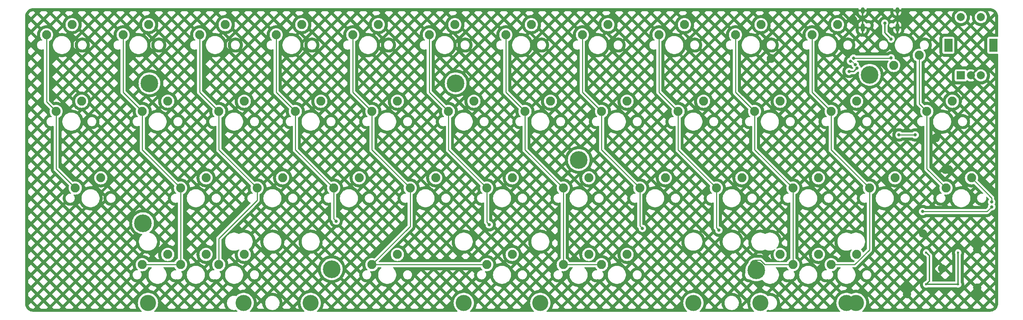
<source format=gbr>
G04 #@! TF.GenerationSoftware,KiCad,Pcbnew,8.0.8*
G04 #@! TF.CreationDate,2025-05-03T21:43:53+02:00*
G04 #@! TF.ProjectId,PowerVan JST revision,506f7765-7256-4616-9e20-4a5354207265,rev?*
G04 #@! TF.SameCoordinates,Original*
G04 #@! TF.FileFunction,Copper,L1,Top*
G04 #@! TF.FilePolarity,Positive*
%FSLAX46Y46*%
G04 Gerber Fmt 4.6, Leading zero omitted, Abs format (unit mm)*
G04 Created by KiCad (PCBNEW 8.0.8) date 2025-05-03 21:43:53*
%MOMM*%
%LPD*%
G01*
G04 APERTURE LIST*
G04 #@! TA.AperFunction,ComponentPad*
%ADD10C,2.250000*%
G04 #@! TD*
G04 #@! TA.AperFunction,ComponentPad*
%ADD11R,2.000000X2.000000*%
G04 #@! TD*
G04 #@! TA.AperFunction,ComponentPad*
%ADD12C,2.000000*%
G04 #@! TD*
G04 #@! TA.AperFunction,ComponentPad*
%ADD13R,2.000000X3.200000*%
G04 #@! TD*
G04 #@! TA.AperFunction,ComponentPad*
%ADD14C,4.400000*%
G04 #@! TD*
G04 #@! TA.AperFunction,ComponentPad*
%ADD15C,4.000000*%
G04 #@! TD*
G04 #@! TA.AperFunction,ComponentPad*
%ADD16O,1.000000X1.600000*%
G04 #@! TD*
G04 #@! TA.AperFunction,ComponentPad*
%ADD17O,1.000000X2.100000*%
G04 #@! TD*
G04 #@! TA.AperFunction,ViaPad*
%ADD18C,0.600000*%
G04 #@! TD*
G04 #@! TA.AperFunction,ViaPad*
%ADD19C,0.800000*%
G04 #@! TD*
G04 #@! TA.AperFunction,Conductor*
%ADD20C,0.350000*%
G04 #@! TD*
G04 #@! TA.AperFunction,Conductor*
%ADD21C,0.250000*%
G04 #@! TD*
G04 #@! TA.AperFunction,Conductor*
%ADD22C,0.200000*%
G04 #@! TD*
G04 APERTURE END LIST*
D10*
X374015500Y-223679000D03*
X380365500Y-221139000D03*
X307340500Y-223679000D03*
X313690500Y-221139000D03*
X212090500Y-204629000D03*
X218440500Y-202089000D03*
X402590500Y-204629000D03*
X408940500Y-202089000D03*
X307340500Y-204629000D03*
X313690500Y-202089000D03*
X250190500Y-204629000D03*
X256540500Y-202089000D03*
X383540500Y-204629000D03*
X389890500Y-202089000D03*
X345440500Y-204629000D03*
X351790500Y-202089000D03*
X231140500Y-204629000D03*
X237490500Y-202089000D03*
X259715500Y-223679000D03*
X266065500Y-221139000D03*
X364490500Y-204629000D03*
X370840500Y-202089000D03*
D11*
X406286200Y-176612800D03*
D12*
X411286200Y-176612800D03*
X408786200Y-176612800D03*
D13*
X403186200Y-169112800D03*
X414386200Y-169112800D03*
D12*
X411286200Y-162112800D03*
X406286200Y-162112800D03*
D10*
X364490500Y-223679000D03*
X370840500Y-221139000D03*
X354965500Y-223679000D03*
X361315500Y-221139000D03*
X202565500Y-223679000D03*
X208915500Y-221139000D03*
X221615500Y-223679000D03*
X227965500Y-221139000D03*
X326390500Y-204629000D03*
X332740500Y-202089000D03*
X269240500Y-204629000D03*
X275590500Y-202089000D03*
X178753000Y-166529000D03*
X185103000Y-163989000D03*
X374015500Y-185579000D03*
X380365500Y-183039000D03*
X221615500Y-185579000D03*
X227965500Y-183039000D03*
X202565500Y-185579000D03*
X208915500Y-183039000D03*
X181134250Y-185579000D03*
X187484250Y-183039000D03*
X350203000Y-166529000D03*
X356553000Y-163989000D03*
X312103000Y-166529000D03*
X318453000Y-163989000D03*
X235903000Y-166529000D03*
X242253000Y-163989000D03*
X274003000Y-166529000D03*
X280353000Y-163989000D03*
X395923000Y-171609000D03*
X389573000Y-174149000D03*
X369253000Y-166529000D03*
X375603000Y-163989000D03*
X216853000Y-166529000D03*
X223203000Y-163989000D03*
X259715500Y-185579000D03*
X266065500Y-183039000D03*
X331153000Y-166529000D03*
X337503000Y-163989000D03*
X397828000Y-185579000D03*
X404178000Y-183039000D03*
X316865500Y-185579000D03*
X323215500Y-183039000D03*
X278765500Y-185579000D03*
X285115500Y-183039000D03*
X197803000Y-166529000D03*
X204153000Y-163989000D03*
X293053000Y-166529000D03*
X299403000Y-163989000D03*
X240665500Y-185579000D03*
X247015500Y-183039000D03*
X335915500Y-185579000D03*
X342265500Y-183039000D03*
X297815500Y-185579000D03*
X304165500Y-183039000D03*
X254953000Y-166529000D03*
X261303000Y-163989000D03*
X185896750Y-204629000D03*
X192246750Y-202089000D03*
D14*
X202762500Y-213367750D03*
X249712500Y-224817750D03*
X280562500Y-178594000D03*
X311212500Y-197644000D03*
X383612500Y-176467750D03*
X204362500Y-178593750D03*
D10*
X354954400Y-185577800D03*
X361304400Y-183037800D03*
X288290500Y-204629000D03*
X294640500Y-202089000D03*
D14*
X355369250Y-225103000D03*
D15*
X227806750Y-233204000D03*
X203994250Y-233204000D03*
X282575500Y-233204000D03*
X244475500Y-233204000D03*
X339725500Y-233204000D03*
X301625500Y-233204000D03*
X377825500Y-233204000D03*
X244475500Y-233204000D03*
D10*
X212090500Y-223679000D03*
X218440500Y-221139000D03*
D15*
X339725500Y-233204000D03*
X244475500Y-233204000D03*
X380206750Y-233204000D03*
X356394250Y-233204000D03*
D10*
X316865500Y-223679000D03*
X323215500Y-221139000D03*
X288290500Y-223679000D03*
X294640500Y-221139000D03*
D16*
X381839500Y-160505250D03*
D17*
X381839500Y-164685250D03*
D16*
X390479500Y-160505250D03*
D17*
X390479500Y-164685250D03*
D18*
X410369250Y-229394000D03*
D19*
X392906750Y-162819000D03*
X379413000Y-162819000D03*
D18*
X410369250Y-230981500D03*
X401638000Y-224631500D03*
D19*
X410350500Y-218281500D03*
X380067479Y-171058837D03*
D18*
X396875500Y-215919000D03*
D19*
X402431750Y-200025250D03*
X408781750Y-178594000D03*
X400050500Y-192137000D03*
D18*
X410369250Y-219869000D03*
D19*
X403225500Y-200025250D03*
D18*
X392906750Y-230981500D03*
X392906750Y-229394000D03*
D19*
X359045745Y-172418964D03*
X250825500Y-212862000D03*
X288925500Y-213762000D03*
X327025500Y-214662000D03*
X346075500Y-215112000D03*
X388938000Y-172244000D03*
X379595302Y-172305694D03*
X390891220Y-191415726D03*
X394916418Y-191413902D03*
X396785150Y-210465861D03*
X413968721Y-209309984D03*
D18*
X405606750Y-228600250D03*
X397669250Y-220662750D03*
X405606750Y-220662750D03*
X397669250Y-228600250D03*
D19*
X413959493Y-208101164D03*
X378463000Y-175631225D03*
X380465164Y-174828785D03*
X378807150Y-173093847D03*
X380016555Y-173935054D03*
X388938000Y-167581500D03*
X387350500Y-163612750D03*
D20*
X381839500Y-164585250D02*
X381839500Y-160405250D01*
X381839500Y-160405250D02*
X390479500Y-160405250D01*
X390479500Y-160405250D02*
X390479500Y-164585250D01*
D21*
X178753000Y-166529000D02*
X178753000Y-183197750D01*
X181134250Y-185579000D02*
X181134250Y-199866500D01*
X178753000Y-183197750D02*
X181134250Y-185579000D01*
X181134250Y-199866500D02*
X185896750Y-204629000D01*
X202565500Y-223679000D02*
X212090500Y-223679000D01*
X212090500Y-204629000D02*
X212090500Y-223679000D01*
X197803000Y-166529000D02*
X197803000Y-180816500D01*
X197803000Y-180816500D02*
X202565500Y-185579000D01*
X202565500Y-185579000D02*
X202565500Y-195104000D01*
X202565500Y-195104000D02*
X212090500Y-204629000D01*
X221615500Y-217191767D02*
X221615500Y-223679000D01*
X231140500Y-204629000D02*
X231140500Y-207666767D01*
X221615500Y-185579000D02*
X221615500Y-195104000D01*
X216853000Y-180816500D02*
X221615500Y-185579000D01*
X221615500Y-195104000D02*
X231140500Y-204629000D01*
X216853000Y-166529000D02*
X216853000Y-180816500D01*
X231140500Y-207666767D02*
X221615500Y-217191767D01*
X250190500Y-204629000D02*
X250190500Y-212227000D01*
X250190500Y-212227000D02*
X250825500Y-212862000D01*
X240665500Y-185579000D02*
X240665500Y-195104000D01*
X235903000Y-180816500D02*
X240665500Y-185579000D01*
X235903000Y-166529000D02*
X235903000Y-180816500D01*
X240665500Y-195104000D02*
X250190500Y-204629000D01*
X259715500Y-185579000D02*
X259715500Y-195104000D01*
X254953000Y-166529000D02*
X254953000Y-180816500D01*
X269240500Y-214154000D02*
X259715500Y-223679000D01*
X269240500Y-204629000D02*
X269240500Y-214154000D01*
X259715500Y-195104000D02*
X269240500Y-204629000D01*
X259715500Y-223679000D02*
X288290500Y-223679000D01*
X254953000Y-180816500D02*
X259715500Y-185579000D01*
X278765500Y-185579000D02*
X278765500Y-195104000D01*
X278765500Y-195104000D02*
X288290500Y-204629000D01*
X288290500Y-204629000D02*
X288290500Y-213127000D01*
X288290500Y-213127000D02*
X288925500Y-213762000D01*
X274003000Y-166529000D02*
X274003000Y-180816500D01*
X274003000Y-180816500D02*
X278765500Y-185579000D01*
X293053000Y-166529000D02*
X293053000Y-180816500D01*
X307340500Y-204629000D02*
X307340500Y-223679000D01*
X307340500Y-223679000D02*
X316865500Y-223679000D01*
X297815500Y-195104000D02*
X307340500Y-204629000D01*
X297815500Y-185579000D02*
X297815500Y-195104000D01*
X293053000Y-180816500D02*
X297815500Y-185579000D01*
X312103000Y-180816500D02*
X316865500Y-185579000D01*
X326390500Y-214027000D02*
X327025500Y-214662000D01*
X312103000Y-166529000D02*
X312103000Y-180816500D01*
X316865500Y-185579000D02*
X316865500Y-195104000D01*
X316865500Y-195104000D02*
X326390500Y-204629000D01*
X326390500Y-204629000D02*
X326390500Y-214027000D01*
X331153000Y-180816500D02*
X335915500Y-185579000D01*
X331153000Y-166529000D02*
X331153000Y-180816500D01*
X345440500Y-204629000D02*
X345440500Y-214477000D01*
X345440500Y-214477000D02*
X346075500Y-215112000D01*
X335915500Y-195104000D02*
X345440500Y-204629000D01*
X335915500Y-185579000D02*
X335915500Y-195104000D01*
X354954400Y-185577800D02*
X354954400Y-195092900D01*
X364490500Y-204629000D02*
X364490500Y-223679000D01*
X350203000Y-180826400D02*
X354954400Y-185577800D01*
X354954400Y-195092900D02*
X364490500Y-204629000D01*
X350203000Y-166529000D02*
X350203000Y-180826400D01*
X357516140Y-223679000D02*
X356415140Y-222578000D01*
X356415140Y-222578000D02*
X354965500Y-222578000D01*
X364490500Y-223679000D02*
X357516140Y-223679000D01*
X383540500Y-204629000D02*
X383540500Y-220014610D01*
X369253000Y-180816500D02*
X374015500Y-185579000D01*
X383540500Y-220014610D02*
X379876110Y-223679000D01*
X374015500Y-195104000D02*
X383540500Y-204629000D01*
X379876110Y-223679000D02*
X374015500Y-223679000D01*
X374015500Y-185579000D02*
X374015500Y-195104000D01*
X369253000Y-166529000D02*
X369253000Y-180816500D01*
X395923000Y-171609000D02*
X395923000Y-183674000D01*
X397828000Y-185579000D02*
X397828000Y-199866500D01*
X397828000Y-199866500D02*
X402590500Y-204629000D01*
X395923000Y-183674000D02*
X397828000Y-185579000D01*
X379595302Y-172305694D02*
X388876306Y-172305694D01*
X388876306Y-172305694D02*
X388938000Y-172244000D01*
X394914594Y-191415726D02*
X394916418Y-191413902D01*
X390891220Y-191415726D02*
X394914594Y-191415726D01*
X412746361Y-210465861D02*
X412812844Y-210465861D01*
X396785150Y-210465861D02*
X412746361Y-210465861D01*
X412746361Y-210465861D02*
X412750500Y-210470000D01*
X412812844Y-210465861D02*
X413968721Y-209309984D01*
D20*
X397669250Y-228600250D02*
X398463000Y-227806500D01*
X398463000Y-221456500D02*
X397669250Y-220662750D01*
X405606750Y-220662750D02*
X405606750Y-228600250D01*
X405606750Y-228600250D02*
X397669250Y-228600250D01*
X398463000Y-227806500D02*
X398463000Y-221456500D01*
D21*
X413959493Y-207107993D02*
X413959493Y-208101164D01*
X408940500Y-202089000D02*
X413959493Y-207107993D01*
D20*
X379662724Y-175631225D02*
X380465164Y-174828785D01*
X380417879Y-174781500D02*
X380465164Y-174828785D01*
X378463000Y-175631225D02*
X379662724Y-175631225D01*
D22*
X378807150Y-173093847D02*
X379175348Y-173093847D01*
X379175348Y-173093847D02*
X380016555Y-173935054D01*
D20*
X387350500Y-163512750D02*
X387350500Y-165994000D01*
X387350500Y-165994000D02*
X388938000Y-167581500D01*
G04 #@! TA.AperFunction,Conductor*
G36*
X380727746Y-159908994D02*
G01*
X380794782Y-159928679D01*
X380840537Y-159981483D01*
X380850481Y-160050641D01*
X380849361Y-160057184D01*
X380839500Y-160106760D01*
X380839500Y-160255250D01*
X381539500Y-160255250D01*
X381539500Y-160755250D01*
X380839500Y-160755250D01*
X380839500Y-160903745D01*
X380877927Y-161096931D01*
X380877930Y-161096943D01*
X380953307Y-161278921D01*
X380953314Y-161278934D01*
X381062748Y-161442712D01*
X381062751Y-161442716D01*
X381202033Y-161581998D01*
X381202037Y-161582001D01*
X381365815Y-161691435D01*
X381365828Y-161691442D01*
X381547808Y-161766819D01*
X381589500Y-161775112D01*
X381589500Y-160972238D01*
X381599440Y-160989455D01*
X381655295Y-161045310D01*
X381723704Y-161084806D01*
X381800004Y-161105250D01*
X381878996Y-161105250D01*
X381955296Y-161084806D01*
X382023705Y-161045310D01*
X382079560Y-160989455D01*
X382089500Y-160972238D01*
X382089500Y-161775112D01*
X382131190Y-161766819D01*
X382131192Y-161766819D01*
X382313171Y-161691442D01*
X382313184Y-161691435D01*
X382476962Y-161582001D01*
X382476966Y-161581998D01*
X382616248Y-161442716D01*
X382616251Y-161442712D01*
X382725685Y-161278934D01*
X382725692Y-161278921D01*
X382801069Y-161096943D01*
X382801072Y-161096931D01*
X382810194Y-161051073D01*
X383803797Y-161051073D01*
X384865871Y-162113147D01*
X385927945Y-161051072D01*
X386985777Y-161051072D01*
X388042117Y-162107412D01*
X388050052Y-162110945D01*
X388813118Y-161347880D01*
X388809382Y-161337440D01*
X388807471Y-161331655D01*
X388796808Y-161296504D01*
X388795186Y-161290643D01*
X388789219Y-161266825D01*
X388787885Y-161260882D01*
X388742289Y-161031653D01*
X388741248Y-161025655D01*
X388737646Y-161001370D01*
X388736901Y-160995330D01*
X388733301Y-160958776D01*
X388732853Y-160952705D01*
X388731649Y-160928188D01*
X388731500Y-160922106D01*
X388731500Y-160672646D01*
X388715849Y-160656995D01*
X387379855Y-160656995D01*
X386985777Y-161051072D01*
X385927945Y-161051072D01*
X385533868Y-160656995D01*
X384197875Y-160656995D01*
X383803797Y-161051073D01*
X382810194Y-161051073D01*
X382839499Y-160903745D01*
X382839500Y-160903742D01*
X382839500Y-160755250D01*
X382139500Y-160755250D01*
X382139500Y-160255250D01*
X382839500Y-160255250D01*
X382839500Y-160106758D01*
X382829639Y-160057188D01*
X382835866Y-159987596D01*
X382878728Y-159932418D01*
X382944617Y-159909173D01*
X382951229Y-159908995D01*
X389367748Y-159908997D01*
X389434781Y-159928681D01*
X389480536Y-159981485D01*
X389490480Y-160050643D01*
X389489360Y-160057185D01*
X389479500Y-160106758D01*
X389479500Y-160255250D01*
X390179500Y-160255250D01*
X390179500Y-160755250D01*
X389479500Y-160755250D01*
X389479500Y-160903745D01*
X389517927Y-161096931D01*
X389517930Y-161096943D01*
X389593307Y-161278921D01*
X389593314Y-161278934D01*
X389702748Y-161442712D01*
X389702751Y-161442716D01*
X389842033Y-161581998D01*
X389842037Y-161582001D01*
X390005815Y-161691435D01*
X390005828Y-161691442D01*
X390187808Y-161766819D01*
X390229500Y-161775112D01*
X390229500Y-160972238D01*
X390239440Y-160989455D01*
X390295295Y-161045310D01*
X390363704Y-161084806D01*
X390440004Y-161105250D01*
X390518996Y-161105250D01*
X390595296Y-161084806D01*
X390663705Y-161045310D01*
X390719560Y-160989455D01*
X390729500Y-160972238D01*
X390729500Y-161775112D01*
X390771190Y-161766819D01*
X390771192Y-161766819D01*
X390953171Y-161691442D01*
X390953184Y-161691435D01*
X391116962Y-161582001D01*
X391116966Y-161581998D01*
X391256248Y-161442716D01*
X391256251Y-161442712D01*
X391365685Y-161278934D01*
X391365692Y-161278921D01*
X391441069Y-161096943D01*
X391441072Y-161096931D01*
X391450194Y-161051072D01*
X393349737Y-161051072D01*
X394411813Y-162113147D01*
X395473887Y-161051072D01*
X396531718Y-161051072D01*
X397593793Y-162113147D01*
X398655867Y-161051072D01*
X399713698Y-161051072D01*
X400775774Y-162113147D01*
X401837848Y-161051072D01*
X402895679Y-161051072D01*
X403957754Y-162113147D01*
X403958101Y-162112800D01*
X404773035Y-162112800D01*
X404791665Y-162349514D01*
X404847095Y-162580395D01*
X404847095Y-162580397D01*
X404937957Y-162799759D01*
X404937959Y-162799762D01*
X405062020Y-163002210D01*
X405062021Y-163002213D01*
X405082236Y-163025881D01*
X405216231Y-163182769D01*
X405348241Y-163295516D01*
X405396786Y-163336978D01*
X405396788Y-163336978D01*
X405439359Y-163363066D01*
X405599237Y-163461040D01*
X405599240Y-163461042D01*
X405818603Y-163551904D01*
X405818604Y-163551904D01*
X405818606Y-163551905D01*
X406049489Y-163607335D01*
X406286200Y-163625965D01*
X406522911Y-163607335D01*
X406753794Y-163551905D01*
X406753796Y-163551904D01*
X406753797Y-163551904D01*
X406973159Y-163461042D01*
X406973160Y-163461041D01*
X406973163Y-163461040D01*
X407175616Y-163336976D01*
X407307055Y-163224716D01*
X408251303Y-163224716D01*
X408730724Y-163704137D01*
X409279643Y-163155219D01*
X409278163Y-163152451D01*
X409264823Y-163126272D01*
X409262694Y-163121883D01*
X409254470Y-163104042D01*
X409252521Y-163099585D01*
X409150410Y-162853067D01*
X409148635Y-162848533D01*
X409141838Y-162830109D01*
X409140243Y-162825507D01*
X409131164Y-162797564D01*
X409129750Y-162792904D01*
X409124420Y-162774004D01*
X409123191Y-162769294D01*
X409060902Y-162509839D01*
X409059858Y-162505081D01*
X409056026Y-162485814D01*
X409055171Y-162481022D01*
X409050575Y-162452003D01*
X409049907Y-162447173D01*
X409047601Y-162427680D01*
X409047124Y-162422843D01*
X409026188Y-162156844D01*
X409025902Y-162151982D01*
X409025131Y-162132359D01*
X409025035Y-162127491D01*
X409025035Y-162112800D01*
X409773035Y-162112800D01*
X409791665Y-162349514D01*
X409847095Y-162580395D01*
X409847095Y-162580397D01*
X409937957Y-162799759D01*
X409937959Y-162799762D01*
X410062020Y-163002210D01*
X410062021Y-163002213D01*
X410082236Y-163025881D01*
X410216231Y-163182769D01*
X410348241Y-163295516D01*
X410396786Y-163336978D01*
X410396788Y-163336978D01*
X410439359Y-163363066D01*
X410599237Y-163461040D01*
X410599240Y-163461042D01*
X410818603Y-163551904D01*
X410818604Y-163551904D01*
X410818606Y-163551905D01*
X411049489Y-163607335D01*
X411286200Y-163625965D01*
X411522911Y-163607335D01*
X411753794Y-163551905D01*
X411753796Y-163551904D01*
X411753797Y-163551904D01*
X411973159Y-163461042D01*
X411973160Y-163461041D01*
X411973163Y-163461040D01*
X412175616Y-163336976D01*
X412356169Y-163182769D01*
X412510376Y-163002216D01*
X412634440Y-162799763D01*
X412637683Y-162791935D01*
X412699762Y-162642062D01*
X414032610Y-162642062D01*
X414812123Y-163421575D01*
X414812123Y-162035079D01*
X414812120Y-162035055D01*
X414812120Y-161948657D01*
X414806826Y-161867846D01*
X414032610Y-162642062D01*
X412699762Y-162642062D01*
X412725304Y-162580397D01*
X412725304Y-162580396D01*
X412725305Y-162580394D01*
X412780735Y-162349511D01*
X412799365Y-162112800D01*
X412780735Y-161876089D01*
X412725305Y-161645206D01*
X412725304Y-161645203D01*
X412725304Y-161645202D01*
X412634442Y-161425840D01*
X412634440Y-161425837D01*
X412555184Y-161296504D01*
X412510378Y-161223388D01*
X412510378Y-161223386D01*
X412423408Y-161121558D01*
X412356169Y-161042831D01*
X412236796Y-160940876D01*
X412175613Y-160888621D01*
X412175610Y-160888620D01*
X411973162Y-160764559D01*
X411973159Y-160764557D01*
X411753796Y-160673695D01*
X411684273Y-160657004D01*
X413010326Y-160657004D01*
X413088695Y-160748762D01*
X413091779Y-160752520D01*
X413103929Y-160767930D01*
X413106871Y-160771816D01*
X413124142Y-160795586D01*
X413126924Y-160799578D01*
X413137842Y-160815916D01*
X413140471Y-160820022D01*
X413279888Y-161047530D01*
X413282348Y-161051727D01*
X413291941Y-161068855D01*
X413294237Y-161073149D01*
X413307577Y-161099328D01*
X413309706Y-161103717D01*
X413317930Y-161121558D01*
X413319879Y-161126015D01*
X413421990Y-161372533D01*
X413423765Y-161377067D01*
X413430562Y-161395491D01*
X413432157Y-161400093D01*
X413441236Y-161428036D01*
X413442650Y-161432696D01*
X413447980Y-161451596D01*
X413449209Y-161456306D01*
X413511498Y-161715761D01*
X413512542Y-161720519D01*
X413516374Y-161739786D01*
X413517229Y-161744578D01*
X413521825Y-161773597D01*
X413522493Y-161778427D01*
X413524799Y-161797920D01*
X413525276Y-161802757D01*
X413546212Y-162068756D01*
X413546316Y-162070526D01*
X414508596Y-161108246D01*
X414439640Y-161029613D01*
X414315074Y-160920367D01*
X414177318Y-160828316D01*
X414028724Y-160755033D01*
X413871853Y-160701779D01*
X413709348Y-160669451D01*
X413519535Y-160657004D01*
X413010326Y-160657004D01*
X411684273Y-160657004D01*
X411522914Y-160618265D01*
X411286200Y-160599635D01*
X411049485Y-160618265D01*
X410818604Y-160673695D01*
X410818602Y-160673695D01*
X410599240Y-160764557D01*
X410599237Y-160764559D01*
X410396789Y-160888620D01*
X410396786Y-160888621D01*
X410216231Y-161042831D01*
X410062021Y-161223386D01*
X410062020Y-161223389D01*
X409937959Y-161425837D01*
X409937957Y-161425840D01*
X409847095Y-161645202D01*
X409847095Y-161645204D01*
X409791665Y-161876085D01*
X409773035Y-162112800D01*
X409025035Y-162112800D01*
X409025035Y-162098109D01*
X409025131Y-162093241D01*
X409025902Y-162073618D01*
X409026188Y-162068757D01*
X409040291Y-161889554D01*
X408730724Y-161579987D01*
X408523528Y-161787183D01*
X408524799Y-161797920D01*
X408525276Y-161802757D01*
X408546212Y-162068756D01*
X408546498Y-162073618D01*
X408547269Y-162093241D01*
X408547365Y-162098109D01*
X408547365Y-162127491D01*
X408547269Y-162132359D01*
X408546498Y-162151982D01*
X408546212Y-162156844D01*
X408525276Y-162422843D01*
X408524799Y-162427680D01*
X408522493Y-162447173D01*
X408521825Y-162452003D01*
X408517229Y-162481022D01*
X408516374Y-162485814D01*
X408512542Y-162505081D01*
X408511498Y-162509839D01*
X408449209Y-162769294D01*
X408447980Y-162774004D01*
X408442650Y-162792904D01*
X408441236Y-162797564D01*
X408432157Y-162825507D01*
X408430562Y-162830109D01*
X408423765Y-162848533D01*
X408421990Y-162853067D01*
X408319879Y-163099585D01*
X408317930Y-163104042D01*
X408309706Y-163121883D01*
X408307577Y-163126272D01*
X408294237Y-163152451D01*
X408291941Y-163156745D01*
X408282348Y-163173873D01*
X408279888Y-163178070D01*
X408251303Y-163224716D01*
X407307055Y-163224716D01*
X407356169Y-163182769D01*
X407510376Y-163002216D01*
X407634440Y-162799763D01*
X407637683Y-162791935D01*
X407725304Y-162580397D01*
X407725304Y-162580396D01*
X407725305Y-162580394D01*
X407780735Y-162349511D01*
X407799365Y-162112800D01*
X407780735Y-161876089D01*
X407725305Y-161645206D01*
X407725304Y-161645203D01*
X407725304Y-161645202D01*
X407634442Y-161425840D01*
X407634440Y-161425837D01*
X407555184Y-161296504D01*
X407510378Y-161223388D01*
X407510378Y-161223386D01*
X407423408Y-161121558D01*
X407356169Y-161042831D01*
X407236796Y-160940876D01*
X407175613Y-160888621D01*
X407175610Y-160888620D01*
X406973162Y-160764559D01*
X406973159Y-160764557D01*
X406753796Y-160673695D01*
X406522914Y-160618265D01*
X406286200Y-160599635D01*
X406049485Y-160618265D01*
X405818604Y-160673695D01*
X405818602Y-160673695D01*
X405599240Y-160764557D01*
X405599237Y-160764559D01*
X405396789Y-160888620D01*
X405396786Y-160888621D01*
X405216231Y-161042831D01*
X405062021Y-161223386D01*
X405062020Y-161223389D01*
X404937959Y-161425837D01*
X404937957Y-161425840D01*
X404847095Y-161645202D01*
X404847095Y-161645204D01*
X404791665Y-161876085D01*
X404773035Y-162112800D01*
X403958101Y-162112800D01*
X404028242Y-162042658D01*
X404047124Y-161802757D01*
X404047601Y-161797920D01*
X404049907Y-161778427D01*
X404050575Y-161773597D01*
X404055171Y-161744578D01*
X404056026Y-161739786D01*
X404059858Y-161720519D01*
X404060902Y-161715761D01*
X404123191Y-161456306D01*
X404124420Y-161451596D01*
X404129750Y-161432696D01*
X404131164Y-161428036D01*
X404140243Y-161400093D01*
X404141838Y-161395491D01*
X404148635Y-161377067D01*
X404150410Y-161372533D01*
X404252521Y-161126015D01*
X404254470Y-161121558D01*
X404262694Y-161103717D01*
X404264823Y-161099328D01*
X404278163Y-161073149D01*
X404280459Y-161068855D01*
X404290052Y-161051727D01*
X404292512Y-161047530D01*
X404431929Y-160820022D01*
X404434558Y-160815916D01*
X404445476Y-160799578D01*
X404448258Y-160795586D01*
X404465529Y-160771816D01*
X404468471Y-160767930D01*
X404480621Y-160752520D01*
X404483705Y-160748762D01*
X404562076Y-160657001D01*
X403289751Y-160657001D01*
X402895679Y-161051072D01*
X401837848Y-161051072D01*
X401443776Y-160657000D01*
X400107771Y-160657000D01*
X399713698Y-161051072D01*
X398655867Y-161051072D01*
X398261794Y-160656999D01*
X396925792Y-160656999D01*
X396531718Y-161051072D01*
X395473887Y-161051072D01*
X395079813Y-160656998D01*
X393743812Y-160656998D01*
X393349737Y-161051072D01*
X391450194Y-161051072D01*
X391479499Y-160903745D01*
X391479500Y-160903742D01*
X391479500Y-160755250D01*
X390779500Y-160755250D01*
X390779500Y-160255250D01*
X391479500Y-160255250D01*
X391479500Y-160106758D01*
X391479499Y-160106757D01*
X391469640Y-160057190D01*
X391475867Y-159987598D01*
X391518730Y-159932421D01*
X391584619Y-159909176D01*
X391591233Y-159908998D01*
X413540005Y-159909005D01*
X413548058Y-159909270D01*
X413796377Y-159925551D01*
X413799099Y-159925730D01*
X413815180Y-159927847D01*
X414057909Y-159976135D01*
X414073562Y-159980329D01*
X414307924Y-160059890D01*
X414322889Y-160066089D01*
X414544516Y-160175391D01*
X414544851Y-160175556D01*
X414558897Y-160183666D01*
X414764661Y-160321160D01*
X414777529Y-160331035D01*
X414963590Y-160494215D01*
X414975058Y-160505683D01*
X415107712Y-160656954D01*
X415138227Y-160691751D01*
X415148100Y-160704619D01*
X415281145Y-160903745D01*
X415285584Y-160910388D01*
X415293692Y-160924432D01*
X415307634Y-160952705D01*
X415403148Y-161146402D01*
X415409354Y-161161388D01*
X415488893Y-161395724D01*
X415493091Y-161411391D01*
X415541365Y-161654115D01*
X415543482Y-161670197D01*
X415559857Y-161920141D01*
X415560122Y-161928250D01*
X415560121Y-161976842D01*
X415560123Y-161976851D01*
X415560123Y-166880300D01*
X415540438Y-166947339D01*
X415487634Y-166993094D01*
X415436123Y-167004300D01*
X413337545Y-167004300D01*
X413276997Y-167010811D01*
X413276995Y-167010811D01*
X413139995Y-167061911D01*
X413022939Y-167149539D01*
X412935311Y-167266595D01*
X412884211Y-167403595D01*
X412884211Y-167403597D01*
X412877700Y-167464145D01*
X412877700Y-170761454D01*
X412884211Y-170822002D01*
X412884211Y-170822004D01*
X412929119Y-170942404D01*
X412935311Y-170959004D01*
X413022939Y-171076061D01*
X413139996Y-171163689D01*
X413255149Y-171206639D01*
X413273462Y-171213470D01*
X413276999Y-171214789D01*
X413304250Y-171217718D01*
X413337545Y-171221299D01*
X413337562Y-171221300D01*
X415436123Y-171221300D01*
X415503162Y-171240985D01*
X415548917Y-171293789D01*
X415560123Y-171345300D01*
X415560123Y-233358790D01*
X415559857Y-233366903D01*
X415543400Y-233617893D01*
X415541283Y-233633975D01*
X415492994Y-233876700D01*
X415488795Y-233892367D01*
X415409242Y-234126701D01*
X415403034Y-234141686D01*
X415293575Y-234363629D01*
X415285464Y-234377677D01*
X415147963Y-234583443D01*
X415138089Y-234596311D01*
X414974912Y-234782363D01*
X414963442Y-234793832D01*
X414777377Y-234956993D01*
X414764508Y-234966867D01*
X414558733Y-235104347D01*
X414544686Y-235112456D01*
X414322724Y-235221903D01*
X414307737Y-235228109D01*
X414073406Y-235307640D01*
X414057738Y-235311838D01*
X413815010Y-235360105D01*
X413798928Y-235362221D01*
X413547924Y-235378657D01*
X413539822Y-235378922D01*
X413516946Y-235378922D01*
X381862591Y-235378910D01*
X381795551Y-235359225D01*
X381749797Y-235306421D01*
X381739853Y-235237263D01*
X381768878Y-235173707D01*
X381789705Y-235154592D01*
X381808890Y-235140654D01*
X381993954Y-234966867D01*
X382038977Y-234924588D01*
X382038978Y-234924586D01*
X382038983Y-234924582D01*
X382240182Y-234681375D01*
X382409312Y-234414869D01*
X382493187Y-234236624D01*
X383803797Y-234236624D01*
X384198083Y-234630910D01*
X385533658Y-234630910D01*
X385927944Y-234236624D01*
X386985777Y-234236624D01*
X387380064Y-234630911D01*
X388715638Y-234630911D01*
X389109925Y-234236624D01*
X390167758Y-234236624D01*
X390562046Y-234630912D01*
X391897617Y-234630912D01*
X392291905Y-234236624D01*
X393349738Y-234236624D01*
X393744028Y-234630914D01*
X395079597Y-234630914D01*
X395473886Y-234236624D01*
X396531719Y-234236624D01*
X396926010Y-234630915D01*
X398261575Y-234630915D01*
X398655866Y-234236624D01*
X399713699Y-234236624D01*
X400107991Y-234630916D01*
X401443555Y-234630916D01*
X401837847Y-234236624D01*
X402895680Y-234236624D01*
X403289973Y-234630917D01*
X404625534Y-234630917D01*
X405019827Y-234236624D01*
X406077660Y-234236624D01*
X406471955Y-234630919D01*
X407807514Y-234630919D01*
X408201808Y-234236624D01*
X409259641Y-234236624D01*
X409653937Y-234630920D01*
X410989493Y-234630920D01*
X411383790Y-234236624D01*
X412441621Y-234236624D01*
X412835918Y-234630921D01*
X413516946Y-234630922D01*
X413519420Y-234630922D01*
X413709237Y-234618492D01*
X413871743Y-234586177D01*
X414028599Y-234532941D01*
X414177206Y-234459664D01*
X414314955Y-234367632D01*
X414439523Y-234258399D01*
X414508687Y-234179540D01*
X413503696Y-233174549D01*
X412441621Y-234236624D01*
X411383790Y-234236624D01*
X410321715Y-233174549D01*
X409259641Y-234236624D01*
X408201808Y-234236624D01*
X408201809Y-234236623D01*
X407139735Y-233174549D01*
X406077660Y-234236624D01*
X405019827Y-234236624D01*
X405019828Y-234236623D01*
X403957754Y-233174549D01*
X402895680Y-234236624D01*
X401837847Y-234236624D01*
X401837848Y-234236623D01*
X400775774Y-233174549D01*
X399713699Y-234236624D01*
X398655866Y-234236624D01*
X398655867Y-234236623D01*
X397593793Y-233174549D01*
X396531719Y-234236624D01*
X395473886Y-234236624D01*
X395473887Y-234236623D01*
X394411813Y-233174549D01*
X393349738Y-234236624D01*
X392291905Y-234236624D01*
X392291906Y-234236623D01*
X391229832Y-233174549D01*
X390167758Y-234236624D01*
X389109925Y-234236624D01*
X389109926Y-234236623D01*
X388047852Y-233174549D01*
X386985777Y-234236624D01*
X385927944Y-234236624D01*
X385927945Y-234236623D01*
X384865871Y-233174549D01*
X383803797Y-234236624D01*
X382493187Y-234236624D01*
X382543706Y-234129266D01*
X382641245Y-233829072D01*
X382700391Y-233519020D01*
X382700872Y-233511386D01*
X382720210Y-233204005D01*
X382720210Y-233203994D01*
X382700392Y-232888987D01*
X382700391Y-232888980D01*
X382641245Y-232578928D01*
X382543706Y-232278734D01*
X382409312Y-231993131D01*
X382329268Y-231867002D01*
X382249346Y-231741064D01*
X383117375Y-231741064D01*
X383225522Y-231970887D01*
X383227126Y-231974439D01*
X383233368Y-231988864D01*
X383234861Y-231992469D01*
X383243512Y-232014323D01*
X383244888Y-232017964D01*
X383250206Y-232032737D01*
X383251466Y-232036418D01*
X383356268Y-232358964D01*
X383357415Y-232362694D01*
X383361799Y-232377787D01*
X383362825Y-232381536D01*
X383368670Y-232404300D01*
X383369581Y-232408096D01*
X383373005Y-232423418D01*
X383373794Y-232427225D01*
X383437344Y-232760358D01*
X383438014Y-232764197D01*
X383440471Y-232779711D01*
X383441019Y-232783566D01*
X383443965Y-232806885D01*
X383444392Y-232810755D01*
X383445871Y-232826398D01*
X383446177Y-232830284D01*
X383467472Y-233168762D01*
X383467656Y-233172656D01*
X383468149Y-233188357D01*
X383468210Y-233192249D01*
X383468210Y-233215751D01*
X383468149Y-233219643D01*
X383467656Y-233235344D01*
X383467472Y-233239238D01*
X383448949Y-233533640D01*
X384336956Y-232645634D01*
X385394787Y-232645634D01*
X386456862Y-233707709D01*
X387518937Y-232645634D01*
X388576767Y-232645634D01*
X389638842Y-233707709D01*
X390700917Y-232645634D01*
X390700916Y-232645633D01*
X391758747Y-232645633D01*
X392820823Y-233707709D01*
X393882898Y-232645634D01*
X394940728Y-232645634D01*
X396002803Y-233707709D01*
X397064878Y-232645634D01*
X398122709Y-232645634D01*
X399184784Y-233707709D01*
X400246859Y-232645634D01*
X401304689Y-232645634D01*
X402366764Y-233707709D01*
X403428839Y-232645634D01*
X404486670Y-232645634D01*
X405548745Y-233707709D01*
X406610820Y-232645634D01*
X407668650Y-232645634D01*
X408730725Y-233707709D01*
X409792800Y-232645634D01*
X410850631Y-232645634D01*
X411912706Y-233707709D01*
X412974781Y-232645634D01*
X414032611Y-232645634D01*
X414806782Y-233419805D01*
X414812123Y-233338353D01*
X414812123Y-231866122D01*
X414032611Y-232645634D01*
X412974781Y-232645634D01*
X411912706Y-231583559D01*
X410850631Y-232645634D01*
X409792800Y-232645634D01*
X408730725Y-231583559D01*
X407668650Y-232645634D01*
X406610820Y-232645634D01*
X405548745Y-231583559D01*
X404486670Y-232645634D01*
X403428839Y-232645634D01*
X402366764Y-231583559D01*
X401304689Y-232645634D01*
X400246859Y-232645634D01*
X399184784Y-231583559D01*
X398122709Y-232645634D01*
X397064878Y-232645634D01*
X396002803Y-231583559D01*
X394940728Y-232645634D01*
X393882898Y-232645634D01*
X393202727Y-231965463D01*
X393027126Y-232002790D01*
X393001344Y-232005500D01*
X392812156Y-232005500D01*
X392786374Y-232002790D01*
X392601321Y-231963455D01*
X392576668Y-231955445D01*
X392488286Y-231916094D01*
X391758747Y-232645633D01*
X390700916Y-232645633D01*
X389638842Y-231583559D01*
X388576767Y-232645634D01*
X387518937Y-232645634D01*
X386456862Y-231583559D01*
X385394787Y-232645634D01*
X384336956Y-232645634D01*
X383274880Y-231583558D01*
X383117375Y-231741064D01*
X382249346Y-231741064D01*
X382240188Y-231726634D01*
X382240186Y-231726632D01*
X382240182Y-231726625D01*
X382038983Y-231483418D01*
X382038982Y-231483417D01*
X382038977Y-231483411D01*
X381808891Y-231267347D01*
X381808881Y-231267339D01*
X381553540Y-231081823D01*
X381553533Y-231081818D01*
X381553529Y-231081816D01*
X381504104Y-231054644D01*
X383803796Y-231054644D01*
X384865871Y-232116718D01*
X385927946Y-231054644D01*
X386985777Y-231054644D01*
X388047852Y-232116719D01*
X389109927Y-231054644D01*
X390167757Y-231054644D01*
X391229831Y-232116718D01*
X391849902Y-231496647D01*
X393791741Y-231496647D01*
X394411813Y-232116719D01*
X395473888Y-231054644D01*
X395473887Y-231054643D01*
X396531718Y-231054643D01*
X397593793Y-232116718D01*
X398655868Y-231054644D01*
X399713699Y-231054644D01*
X400775774Y-232116719D01*
X401837849Y-231054644D01*
X401837848Y-231054643D01*
X402895679Y-231054643D01*
X403957754Y-232116718D01*
X405019829Y-231054644D01*
X406077660Y-231054644D01*
X407139735Y-232116719D01*
X408201810Y-231054644D01*
X412441621Y-231054644D01*
X413503696Y-232116719D01*
X414565771Y-231054644D01*
X413503696Y-229992569D01*
X412441621Y-231054644D01*
X408201810Y-231054644D01*
X407139735Y-229992569D01*
X406077660Y-231054644D01*
X405019829Y-231054644D01*
X403996935Y-230031750D01*
X403918573Y-230031750D01*
X402895679Y-231054643D01*
X401837848Y-231054643D01*
X400814955Y-230031750D01*
X400736593Y-230031750D01*
X399713699Y-231054644D01*
X398655868Y-231054644D01*
X397757841Y-230156617D01*
X397732139Y-230159513D01*
X397725207Y-230160098D01*
X397697194Y-230161671D01*
X397690242Y-230161866D01*
X397648258Y-230161866D01*
X397641306Y-230161671D01*
X397613293Y-230160098D01*
X397606361Y-230159513D01*
X397445026Y-230141334D01*
X396531718Y-231054643D01*
X395473887Y-231054643D01*
X394411812Y-229992568D01*
X393844585Y-230559796D01*
X393851400Y-230575102D01*
X393909863Y-230755030D01*
X393915253Y-230780388D01*
X393935028Y-230968539D01*
X393935028Y-230994461D01*
X393915253Y-231182612D01*
X393909863Y-231207970D01*
X393851400Y-231387898D01*
X393840856Y-231411579D01*
X393791741Y-231496647D01*
X391849902Y-231496647D01*
X391961254Y-231385295D01*
X391903637Y-231207970D01*
X391898247Y-231182612D01*
X391878472Y-230994461D01*
X391878472Y-230968539D01*
X391898247Y-230780388D01*
X391903637Y-230755031D01*
X391925378Y-230688115D01*
X391229832Y-229992569D01*
X390167757Y-231054644D01*
X389109927Y-231054644D01*
X388047852Y-229992569D01*
X386985777Y-231054644D01*
X385927946Y-231054644D01*
X384865871Y-229992569D01*
X383803796Y-231054644D01*
X381504104Y-231054644D01*
X381276929Y-230929753D01*
X381276926Y-230929751D01*
X381276921Y-230929749D01*
X381276920Y-230929748D01*
X380983455Y-230813557D01*
X380983452Y-230813556D01*
X380677728Y-230735060D01*
X380677715Y-230735058D01*
X380364582Y-230695500D01*
X380364571Y-230695500D01*
X380048929Y-230695500D01*
X380048917Y-230695500D01*
X379735784Y-230735058D01*
X379735771Y-230735060D01*
X379430047Y-230813556D01*
X379430044Y-230813557D01*
X379136579Y-230929748D01*
X379136576Y-230929750D01*
X379075861Y-230963128D01*
X379007631Y-230978174D01*
X378956389Y-230963128D01*
X378901236Y-230932808D01*
X378895679Y-230929753D01*
X378895677Y-230929752D01*
X378895673Y-230929750D01*
X378895670Y-230929748D01*
X378602205Y-230813557D01*
X378602202Y-230813556D01*
X378296478Y-230735060D01*
X378296465Y-230735058D01*
X377983332Y-230695500D01*
X377983321Y-230695500D01*
X377667679Y-230695500D01*
X377667667Y-230695500D01*
X377354534Y-230735058D01*
X377354521Y-230735060D01*
X377048797Y-230813556D01*
X377048794Y-230813557D01*
X376755329Y-230929748D01*
X376755328Y-230929749D01*
X376478721Y-231081816D01*
X376478709Y-231081823D01*
X376223368Y-231267339D01*
X376223358Y-231267347D01*
X375993272Y-231483411D01*
X375889306Y-231609085D01*
X375793084Y-231725398D01*
X375792061Y-231726634D01*
X375622942Y-231993123D01*
X375622936Y-231993134D01*
X375488546Y-232278727D01*
X375488544Y-232278732D01*
X375443467Y-232417467D01*
X375391005Y-232578928D01*
X375363494Y-232723145D01*
X375331857Y-232888987D01*
X375312040Y-233203994D01*
X375312040Y-233204005D01*
X375331857Y-233519012D01*
X375349534Y-233611677D01*
X375391005Y-233829072D01*
X375409069Y-233884668D01*
X375488544Y-234129267D01*
X375488546Y-234129272D01*
X375622936Y-234414865D01*
X375622942Y-234414876D01*
X375792061Y-234681365D01*
X375792063Y-234681368D01*
X375792068Y-234681375D01*
X375972550Y-234899539D01*
X375993272Y-234924588D01*
X376223358Y-235140652D01*
X376223364Y-235140658D01*
X376241885Y-235154113D01*
X376242461Y-235154532D01*
X376242540Y-235154589D01*
X376285206Y-235209918D01*
X376291187Y-235279531D01*
X376258582Y-235341327D01*
X376197744Y-235375685D01*
X376169656Y-235378908D01*
X358050104Y-235378901D01*
X357983064Y-235359216D01*
X357937310Y-235306412D01*
X357927366Y-235237254D01*
X357956391Y-235173698D01*
X357977220Y-235154582D01*
X357996384Y-235140658D01*
X357996390Y-235140654D01*
X358201519Y-234948024D01*
X358263862Y-234916483D01*
X358318492Y-234918641D01*
X358428570Y-234948137D01*
X358659193Y-234978500D01*
X358659200Y-234978500D01*
X358891800Y-234978500D01*
X358891807Y-234978500D01*
X359122430Y-234948137D01*
X359347118Y-234887932D01*
X359562025Y-234798915D01*
X359763474Y-234682608D01*
X359948019Y-234541002D01*
X360112502Y-234376519D01*
X360219847Y-234236624D01*
X361529933Y-234236624D01*
X361924210Y-234630901D01*
X363259804Y-234630901D01*
X363654081Y-234236624D01*
X364711913Y-234236624D01*
X365106191Y-234630902D01*
X366441783Y-234630902D01*
X366836061Y-234236624D01*
X367893894Y-234236624D01*
X368288174Y-234630904D01*
X369623763Y-234630904D01*
X370018042Y-234236624D01*
X371075874Y-234236624D01*
X371470155Y-234630905D01*
X372805741Y-234630905D01*
X373200023Y-234236623D01*
X372137949Y-233174549D01*
X371075874Y-234236624D01*
X370018042Y-234236624D01*
X370018043Y-234236623D01*
X368955969Y-233174549D01*
X367893894Y-234236624D01*
X366836061Y-234236624D01*
X366836062Y-234236623D01*
X365773988Y-233174549D01*
X364711913Y-234236624D01*
X363654081Y-234236624D01*
X363654082Y-234236623D01*
X362592008Y-233174549D01*
X361529933Y-234236624D01*
X360219847Y-234236624D01*
X360254108Y-234191974D01*
X360370415Y-233990525D01*
X360459432Y-233775618D01*
X360519637Y-233550930D01*
X360550000Y-233320307D01*
X360550000Y-233087693D01*
X360519637Y-232857070D01*
X360459432Y-232632382D01*
X360370415Y-232417475D01*
X360370413Y-232417472D01*
X360370411Y-232417467D01*
X360254112Y-232216033D01*
X360254108Y-232216026D01*
X360213333Y-232162887D01*
X360112503Y-232031482D01*
X360112497Y-232031475D01*
X359948024Y-231867002D01*
X359948017Y-231866996D01*
X359792025Y-231747300D01*
X360837276Y-231747300D01*
X360854991Y-231770387D01*
X360857411Y-231773650D01*
X360866945Y-231786956D01*
X360869253Y-231790291D01*
X360882853Y-231810646D01*
X360885050Y-231814053D01*
X360893688Y-231827944D01*
X360895774Y-231831424D01*
X361024323Y-232054075D01*
X361026295Y-232057624D01*
X361034010Y-232072058D01*
X361035863Y-232075666D01*
X361046692Y-232097625D01*
X361048430Y-232101299D01*
X361055182Y-232116203D01*
X361056793Y-232119920D01*
X361155181Y-232357450D01*
X361156673Y-232361226D01*
X361162441Y-232376552D01*
X361163809Y-232380376D01*
X361171677Y-232403558D01*
X361172917Y-232407416D01*
X361177664Y-232423065D01*
X361178778Y-232426967D01*
X361245317Y-232675297D01*
X361246302Y-232679229D01*
X361250018Y-232695164D01*
X361250875Y-232699134D01*
X361255651Y-232723145D01*
X361256377Y-232727135D01*
X361259043Y-232743281D01*
X361259639Y-232747296D01*
X361293198Y-233002193D01*
X361293662Y-233006227D01*
X361295266Y-233022515D01*
X361295597Y-233026553D01*
X361297199Y-233050984D01*
X361297399Y-233055044D01*
X361297934Y-233071399D01*
X361298000Y-233075453D01*
X361298000Y-233332547D01*
X361297934Y-233336601D01*
X361297399Y-233352956D01*
X361297199Y-233357016D01*
X361295597Y-233381447D01*
X361295266Y-233385485D01*
X361293662Y-233401773D01*
X361293198Y-233405807D01*
X361291724Y-233417001D01*
X362063090Y-232645634D01*
X363120923Y-232645634D01*
X364182998Y-233707709D01*
X365245073Y-232645634D01*
X366302904Y-232645634D01*
X367364978Y-233707708D01*
X368427053Y-232645634D01*
X369484884Y-232645634D01*
X370546959Y-233707709D01*
X371609034Y-232645634D01*
X372666865Y-232645634D01*
X373728939Y-233707708D01*
X374584710Y-232851936D01*
X374586073Y-232830283D01*
X374586379Y-232826398D01*
X374587858Y-232810755D01*
X374588285Y-232806885D01*
X374591231Y-232783566D01*
X374591779Y-232779711D01*
X374594236Y-232764197D01*
X374594906Y-232760358D01*
X374644702Y-232499321D01*
X373728940Y-231583559D01*
X372666865Y-232645634D01*
X371609034Y-232645634D01*
X370546959Y-231583559D01*
X369484884Y-232645634D01*
X368427053Y-232645634D01*
X367364978Y-231583559D01*
X366302904Y-232645634D01*
X365245073Y-232645634D01*
X364182998Y-231583559D01*
X363120923Y-232645634D01*
X362063090Y-232645634D01*
X362063091Y-232645633D01*
X361001017Y-231583558D01*
X360837276Y-231747300D01*
X359792025Y-231747300D01*
X359763482Y-231725398D01*
X359763480Y-231725396D01*
X359763474Y-231725392D01*
X359763469Y-231725389D01*
X359763466Y-231725387D01*
X359562032Y-231609088D01*
X359562021Y-231609083D01*
X359347120Y-231520068D01*
X359210312Y-231483411D01*
X359122430Y-231459863D01*
X359071180Y-231453115D01*
X358891814Y-231429500D01*
X358891807Y-231429500D01*
X358659193Y-231429500D01*
X358659185Y-231429500D01*
X358454194Y-231456489D01*
X358428570Y-231459863D01*
X358428567Y-231459863D01*
X358428555Y-231459866D01*
X358318493Y-231489356D01*
X358248643Y-231487693D01*
X358201517Y-231459973D01*
X357996391Y-231267347D01*
X357996381Y-231267339D01*
X357741040Y-231081823D01*
X357741033Y-231081818D01*
X357741029Y-231081816D01*
X357464429Y-230929753D01*
X357464426Y-230929751D01*
X357464421Y-230929749D01*
X357464420Y-230929748D01*
X357170955Y-230813557D01*
X357170952Y-230813556D01*
X356865228Y-230735060D01*
X356865215Y-230735058D01*
X356552082Y-230695500D01*
X356552071Y-230695500D01*
X356236429Y-230695500D01*
X356236417Y-230695500D01*
X355923284Y-230735058D01*
X355923271Y-230735060D01*
X355617547Y-230813556D01*
X355617544Y-230813557D01*
X355324079Y-230929748D01*
X355324078Y-230929749D01*
X355047471Y-231081816D01*
X355047459Y-231081823D01*
X354792118Y-231267339D01*
X354792108Y-231267347D01*
X354562022Y-231483411D01*
X354458056Y-231609085D01*
X354361834Y-231725398D01*
X354360811Y-231726634D01*
X354191692Y-231993123D01*
X354191686Y-231993134D01*
X354057296Y-232278727D01*
X354057294Y-232278732D01*
X354012217Y-232417467D01*
X353959755Y-232578928D01*
X353932244Y-232723145D01*
X353900607Y-232888987D01*
X353880790Y-233203994D01*
X353880790Y-233204005D01*
X353900607Y-233519012D01*
X353918284Y-233611677D01*
X353959755Y-233829072D01*
X353977819Y-233884668D01*
X354057294Y-234129267D01*
X354057296Y-234129272D01*
X354191686Y-234414865D01*
X354191692Y-234414876D01*
X354360811Y-234681365D01*
X354360813Y-234681368D01*
X354360818Y-234681375D01*
X354541300Y-234899539D01*
X354562022Y-234924588D01*
X354792108Y-235140652D01*
X354792111Y-235140655D01*
X354798155Y-235145046D01*
X354811278Y-235154580D01*
X354853944Y-235209908D01*
X354859925Y-235279521D01*
X354827321Y-235341317D01*
X354766483Y-235375676D01*
X354738394Y-235378899D01*
X341381362Y-235378895D01*
X341314323Y-235359210D01*
X341268568Y-235306406D01*
X341258624Y-235237248D01*
X341287649Y-235173692D01*
X341308478Y-235154576D01*
X341327634Y-235140658D01*
X341327640Y-235140654D01*
X341512704Y-234966867D01*
X341557727Y-234924588D01*
X341557728Y-234924586D01*
X341557733Y-234924582D01*
X341758932Y-234681375D01*
X341868317Y-234509012D01*
X342710438Y-234509012D01*
X342832321Y-234630895D01*
X344167928Y-234630895D01*
X344562198Y-234236624D01*
X345620030Y-234236624D01*
X346014301Y-234630895D01*
X347166113Y-234630895D01*
X347159055Y-234621044D01*
X347156747Y-234617709D01*
X347143147Y-234597354D01*
X347140950Y-234593947D01*
X347132312Y-234580056D01*
X347130226Y-234576576D01*
X347001677Y-234353925D01*
X346999705Y-234350376D01*
X346991990Y-234335942D01*
X346990137Y-234332334D01*
X346979308Y-234310375D01*
X346977570Y-234306701D01*
X346970818Y-234291797D01*
X346969207Y-234288080D01*
X346870819Y-234050550D01*
X346869327Y-234046774D01*
X346863559Y-234031448D01*
X346862191Y-234027624D01*
X346854323Y-234004442D01*
X346853083Y-234000584D01*
X346848336Y-233984935D01*
X346847222Y-233981033D01*
X346780683Y-233732703D01*
X346779698Y-233728771D01*
X346775982Y-233712836D01*
X346775125Y-233708866D01*
X346770349Y-233684855D01*
X346769623Y-233680865D01*
X346766957Y-233664719D01*
X346766361Y-233660704D01*
X346732802Y-233405807D01*
X346732338Y-233401773D01*
X346730734Y-233385485D01*
X346730403Y-233381447D01*
X346728801Y-233357016D01*
X346728601Y-233352956D01*
X346728066Y-233336601D01*
X346728000Y-233332547D01*
X346728000Y-233220444D01*
X346682105Y-233174549D01*
X345620030Y-234236624D01*
X344562198Y-234236624D01*
X344562199Y-234236623D01*
X343500124Y-233174549D01*
X342939371Y-233735302D01*
X342892544Y-233980775D01*
X342891755Y-233984582D01*
X342888331Y-233999904D01*
X342887420Y-234003700D01*
X342881575Y-234026464D01*
X342880549Y-234030213D01*
X342876165Y-234045306D01*
X342875018Y-234049036D01*
X342770216Y-234371582D01*
X342768956Y-234375263D01*
X342763638Y-234390036D01*
X342762262Y-234393677D01*
X342753611Y-234415531D01*
X342752118Y-234419136D01*
X342745876Y-234433561D01*
X342744272Y-234437113D01*
X342710438Y-234509012D01*
X341868317Y-234509012D01*
X341928062Y-234414869D01*
X342062456Y-234129266D01*
X342159995Y-233829072D01*
X342219141Y-233519020D01*
X342219622Y-233511386D01*
X342238960Y-233204005D01*
X342238960Y-233203994D01*
X342219142Y-232888987D01*
X342219141Y-232888980D01*
X342172720Y-232645634D01*
X344029040Y-232645634D01*
X345091115Y-233707709D01*
X345711139Y-233087685D01*
X347476000Y-233087685D01*
X347476000Y-233320314D01*
X347497982Y-233487269D01*
X347506363Y-233550930D01*
X347527091Y-233628289D01*
X347566568Y-233775620D01*
X347655583Y-233990521D01*
X347655588Y-233990532D01*
X347771887Y-234191966D01*
X347771898Y-234191982D01*
X347913496Y-234376517D01*
X347913502Y-234376524D01*
X348077975Y-234540997D01*
X348077982Y-234541003D01*
X348195161Y-234630917D01*
X348262526Y-234682608D01*
X348262533Y-234682612D01*
X348463967Y-234798911D01*
X348463972Y-234798913D01*
X348463975Y-234798915D01*
X348571428Y-234843423D01*
X348678879Y-234887931D01*
X348678880Y-234887931D01*
X348678882Y-234887932D01*
X348903570Y-234948137D01*
X349134193Y-234978500D01*
X349134200Y-234978500D01*
X349366800Y-234978500D01*
X349366807Y-234978500D01*
X349597430Y-234948137D01*
X349822118Y-234887932D01*
X350037025Y-234798915D01*
X350238474Y-234682608D01*
X350423019Y-234541002D01*
X350587502Y-234376519D01*
X350694847Y-234236624D01*
X351983991Y-234236624D01*
X352378264Y-234630897D01*
X353466666Y-234630897D01*
X353375478Y-234437113D01*
X353373874Y-234433561D01*
X353367632Y-234419136D01*
X353366139Y-234415531D01*
X353357488Y-234393677D01*
X353356112Y-234390036D01*
X353350794Y-234375263D01*
X353349534Y-234371582D01*
X353244732Y-234049036D01*
X353243585Y-234045306D01*
X353239201Y-234030213D01*
X353238175Y-234026464D01*
X353232330Y-234003700D01*
X353231419Y-233999904D01*
X353227995Y-233984582D01*
X353227206Y-233980775D01*
X353163656Y-233647642D01*
X353162986Y-233643803D01*
X353160529Y-233628289D01*
X353159981Y-233624434D01*
X353157035Y-233601115D01*
X353156608Y-233597245D01*
X353155129Y-233581602D01*
X353154823Y-233577716D01*
X353135056Y-233263540D01*
X353046066Y-233174549D01*
X351983991Y-234236624D01*
X350694847Y-234236624D01*
X350729108Y-234191974D01*
X350845415Y-233990525D01*
X350934432Y-233775618D01*
X350994637Y-233550930D01*
X351025000Y-233320307D01*
X351025000Y-233087693D01*
X350994637Y-232857070D01*
X350934432Y-232632382D01*
X350845415Y-232417475D01*
X350845413Y-232417472D01*
X350845411Y-232417467D01*
X350729112Y-232216033D01*
X350729108Y-232216026D01*
X350688333Y-232162887D01*
X350587503Y-232031482D01*
X350587497Y-232031475D01*
X350423024Y-231867002D01*
X350423017Y-231866996D01*
X350251582Y-231735450D01*
X351303183Y-231735450D01*
X351329991Y-231770387D01*
X351332411Y-231773650D01*
X351341945Y-231786956D01*
X351344253Y-231790291D01*
X351357853Y-231810646D01*
X351360050Y-231814053D01*
X351368688Y-231827944D01*
X351370774Y-231831424D01*
X351499323Y-232054075D01*
X351501295Y-232057624D01*
X351509010Y-232072058D01*
X351510863Y-232075666D01*
X351521692Y-232097625D01*
X351523430Y-232101299D01*
X351530182Y-232116203D01*
X351531793Y-232119920D01*
X351630181Y-232357450D01*
X351631673Y-232361226D01*
X351637441Y-232376552D01*
X351638809Y-232380376D01*
X351646677Y-232403558D01*
X351647917Y-232407416D01*
X351652664Y-232423065D01*
X351653778Y-232426967D01*
X351720317Y-232675297D01*
X351721302Y-232679229D01*
X351725018Y-232695164D01*
X351725875Y-232699134D01*
X351730651Y-232723145D01*
X351731377Y-232727135D01*
X351734043Y-232743281D01*
X351734639Y-232747296D01*
X351768198Y-233002193D01*
X351768662Y-233006227D01*
X351770266Y-233022515D01*
X351770597Y-233026553D01*
X351772199Y-233050984D01*
X351772399Y-233055044D01*
X351772934Y-233071399D01*
X351773000Y-233075453D01*
X351773000Y-233332547D01*
X351772934Y-233336601D01*
X351772399Y-233352956D01*
X351772199Y-233357016D01*
X351770597Y-233381447D01*
X351770266Y-233385485D01*
X351769497Y-233393286D01*
X352517150Y-232645633D01*
X351455075Y-231583558D01*
X351303183Y-231735450D01*
X350251582Y-231735450D01*
X350238482Y-231725398D01*
X350238480Y-231725396D01*
X350238474Y-231725392D01*
X350238469Y-231725389D01*
X350238466Y-231725387D01*
X350037032Y-231609088D01*
X350037021Y-231609083D01*
X349822120Y-231520068D01*
X349685312Y-231483411D01*
X349597430Y-231459863D01*
X349546180Y-231453115D01*
X349366814Y-231429500D01*
X349366807Y-231429500D01*
X349134193Y-231429500D01*
X349134185Y-231429500D01*
X348929194Y-231456489D01*
X348903570Y-231459863D01*
X348847398Y-231474914D01*
X348678879Y-231520068D01*
X348463978Y-231609083D01*
X348463967Y-231609088D01*
X348262533Y-231725387D01*
X348262517Y-231725398D01*
X348077982Y-231866996D01*
X348077975Y-231867002D01*
X347913502Y-232031475D01*
X347913496Y-232031482D01*
X347771898Y-232216017D01*
X347771887Y-232216033D01*
X347655588Y-232417467D01*
X347655583Y-232417478D01*
X347566568Y-232632379D01*
X347506363Y-232857071D01*
X347476000Y-233087685D01*
X345711139Y-233087685D01*
X346153190Y-232645634D01*
X345091115Y-231583559D01*
X344029040Y-232645634D01*
X342172720Y-232645634D01*
X342159995Y-232578928D01*
X342062456Y-232278734D01*
X341928062Y-231993131D01*
X341848018Y-231867002D01*
X341758938Y-231726634D01*
X341758936Y-231726632D01*
X341758932Y-231726625D01*
X341557733Y-231483418D01*
X341557732Y-231483417D01*
X341557727Y-231483411D01*
X341327641Y-231267347D01*
X341327631Y-231267339D01*
X341072290Y-231081823D01*
X341072283Y-231081818D01*
X341072279Y-231081816D01*
X341022854Y-231054644D01*
X342438050Y-231054644D01*
X343500125Y-232116719D01*
X344562200Y-231054644D01*
X345620030Y-231054644D01*
X346682105Y-232116719D01*
X347744180Y-231054644D01*
X347371036Y-230681500D01*
X349175154Y-230681500D01*
X349379047Y-230681500D01*
X349383101Y-230681566D01*
X349399456Y-230682101D01*
X349403516Y-230682301D01*
X349427947Y-230683903D01*
X349431985Y-230684234D01*
X349448273Y-230685838D01*
X349452307Y-230686302D01*
X349707204Y-230719861D01*
X349711219Y-230720457D01*
X349727365Y-230723123D01*
X349731355Y-230723849D01*
X349755366Y-230728625D01*
X349759336Y-230729482D01*
X349775271Y-230733198D01*
X349779203Y-230734183D01*
X350027533Y-230800722D01*
X350031435Y-230801836D01*
X350047084Y-230806583D01*
X350050942Y-230807823D01*
X350074124Y-230815691D01*
X350077948Y-230817059D01*
X350093274Y-230822827D01*
X350097050Y-230824319D01*
X350334580Y-230922707D01*
X350338297Y-230924318D01*
X350353201Y-230931070D01*
X350356875Y-230932808D01*
X350378834Y-230943637D01*
X350382442Y-230945490D01*
X350396876Y-230953205D01*
X350400425Y-230955177D01*
X350623076Y-231083726D01*
X350626556Y-231085812D01*
X350640447Y-231094450D01*
X350643854Y-231096647D01*
X350664209Y-231110247D01*
X350667544Y-231112555D01*
X350680850Y-231122089D01*
X350684113Y-231124509D01*
X350781538Y-231199265D01*
X350926159Y-231054644D01*
X351983991Y-231054644D01*
X353046065Y-232116718D01*
X353543970Y-231618813D01*
X353551792Y-231605588D01*
X353553827Y-231602266D01*
X353735565Y-231315892D01*
X353737706Y-231312632D01*
X353746553Y-231299615D01*
X353748799Y-231296420D01*
X353762616Y-231277407D01*
X353764954Y-231274294D01*
X353774565Y-231261906D01*
X353776993Y-231258876D01*
X353993157Y-230997578D01*
X353995685Y-230994618D01*
X354006062Y-230982847D01*
X354008678Y-230979971D01*
X354020682Y-230967185D01*
X353734997Y-230681500D01*
X358721095Y-230681500D01*
X358904047Y-230681500D01*
X358908101Y-230681566D01*
X358924456Y-230682101D01*
X358928516Y-230682301D01*
X358952947Y-230683903D01*
X358956985Y-230684234D01*
X358973273Y-230685838D01*
X358977307Y-230686302D01*
X359232204Y-230719861D01*
X359236219Y-230720457D01*
X359252365Y-230723123D01*
X359256355Y-230723849D01*
X359280366Y-230728625D01*
X359284336Y-230729482D01*
X359300271Y-230733198D01*
X359304203Y-230734183D01*
X359552533Y-230800722D01*
X359556435Y-230801836D01*
X359572084Y-230806583D01*
X359575942Y-230807823D01*
X359599124Y-230815691D01*
X359602948Y-230817059D01*
X359618274Y-230822827D01*
X359622050Y-230824319D01*
X359859580Y-230922707D01*
X359863297Y-230924318D01*
X359878201Y-230931070D01*
X359881875Y-230932808D01*
X359903834Y-230943637D01*
X359907442Y-230945490D01*
X359921876Y-230953205D01*
X359925425Y-230955177D01*
X360148076Y-231083726D01*
X360151556Y-231085812D01*
X360165447Y-231094450D01*
X360168854Y-231096647D01*
X360189209Y-231110247D01*
X360192544Y-231112555D01*
X360205850Y-231122089D01*
X360209113Y-231124509D01*
X360318387Y-231208357D01*
X360472100Y-231054644D01*
X361529933Y-231054644D01*
X362592008Y-232116719D01*
X363654083Y-231054644D01*
X364711913Y-231054644D01*
X365773988Y-232116719D01*
X366836063Y-231054644D01*
X367893894Y-231054644D01*
X368955969Y-232116719D01*
X370018044Y-231054644D01*
X371075874Y-231054644D01*
X372137949Y-232116719D01*
X373200024Y-231054644D01*
X374257855Y-231054644D01*
X374924282Y-231721071D01*
X374951127Y-231664025D01*
X374952840Y-231660528D01*
X374959961Y-231646552D01*
X374961777Y-231643122D01*
X374973097Y-231622525D01*
X374975034Y-231619129D01*
X374983042Y-231605588D01*
X374985077Y-231602266D01*
X375166815Y-231315892D01*
X375168956Y-231312632D01*
X375177803Y-231299615D01*
X375180049Y-231296420D01*
X375193866Y-231277407D01*
X375196204Y-231274294D01*
X375205815Y-231261906D01*
X375208243Y-231258876D01*
X375424407Y-230997578D01*
X375426935Y-230994618D01*
X375437312Y-230982847D01*
X375439928Y-230979971D01*
X375456016Y-230962836D01*
X375458735Y-230960031D01*
X375469856Y-230948910D01*
X375472653Y-230946199D01*
X375719883Y-230714035D01*
X375722762Y-230711415D01*
X375734541Y-230701030D01*
X375737503Y-230698501D01*
X375755612Y-230683519D01*
X375758656Y-230681079D01*
X375771074Y-230671447D01*
X375774187Y-230669110D01*
X375902931Y-230575570D01*
X375319930Y-229992569D01*
X374257855Y-231054644D01*
X373200024Y-231054644D01*
X372137949Y-229992569D01*
X371075874Y-231054644D01*
X370018044Y-231054644D01*
X368955969Y-229992569D01*
X367893894Y-231054644D01*
X366836063Y-231054644D01*
X365773988Y-229992569D01*
X364711913Y-231054644D01*
X363654083Y-231054644D01*
X362592008Y-229992569D01*
X361529933Y-231054644D01*
X360472100Y-231054644D01*
X360472101Y-231054643D01*
X359410026Y-229992568D01*
X358721095Y-230681500D01*
X353734997Y-230681500D01*
X353046066Y-229992569D01*
X351983991Y-231054644D01*
X350926159Y-231054644D01*
X350926160Y-231054643D01*
X349864085Y-229992568D01*
X349175154Y-230681500D01*
X347371036Y-230681500D01*
X346682105Y-229992569D01*
X345620030Y-231054644D01*
X344562200Y-231054644D01*
X343500125Y-229992569D01*
X342438050Y-231054644D01*
X341022854Y-231054644D01*
X340795679Y-230929753D01*
X340795676Y-230929751D01*
X340795671Y-230929749D01*
X340795670Y-230929748D01*
X340502205Y-230813557D01*
X340502202Y-230813556D01*
X340196478Y-230735060D01*
X340196465Y-230735058D01*
X339883332Y-230695500D01*
X339883321Y-230695500D01*
X339567679Y-230695500D01*
X339567667Y-230695500D01*
X339254534Y-230735058D01*
X339254521Y-230735060D01*
X338948797Y-230813556D01*
X338948794Y-230813557D01*
X338655329Y-230929748D01*
X338655328Y-230929749D01*
X338378721Y-231081816D01*
X338378709Y-231081823D01*
X338123368Y-231267339D01*
X338123358Y-231267347D01*
X337893272Y-231483411D01*
X337789306Y-231609085D01*
X337693084Y-231725398D01*
X337692061Y-231726634D01*
X337522942Y-231993123D01*
X337522936Y-231993134D01*
X337388546Y-232278727D01*
X337388544Y-232278732D01*
X337343467Y-232417467D01*
X337291005Y-232578928D01*
X337263494Y-232723145D01*
X337231857Y-232888987D01*
X337212040Y-233203994D01*
X337212040Y-233204005D01*
X337231857Y-233519012D01*
X337249534Y-233611677D01*
X337291005Y-233829072D01*
X337309069Y-233884668D01*
X337388544Y-234129267D01*
X337388546Y-234129272D01*
X337522936Y-234414865D01*
X337522942Y-234414876D01*
X337692061Y-234681365D01*
X337692063Y-234681368D01*
X337692068Y-234681375D01*
X337872550Y-234899539D01*
X337893272Y-234924588D01*
X338123358Y-235140652D01*
X338123365Y-235140658D01*
X338142519Y-235154574D01*
X338185186Y-235209904D01*
X338191165Y-235279517D01*
X338158560Y-235341312D01*
X338097722Y-235375670D01*
X338069635Y-235378893D01*
X303281381Y-235378881D01*
X303214342Y-235359196D01*
X303168587Y-235306392D01*
X303158643Y-235237234D01*
X303187668Y-235173678D01*
X303208495Y-235154563D01*
X303227640Y-235140654D01*
X303412704Y-234966867D01*
X303457727Y-234924588D01*
X303457728Y-234924586D01*
X303457733Y-234924582D01*
X303658932Y-234681375D01*
X303732168Y-234565974D01*
X304583633Y-234565974D01*
X304648540Y-234630881D01*
X305984175Y-234630881D01*
X306378431Y-234236624D01*
X307436264Y-234236624D01*
X307830522Y-234630882D01*
X309166155Y-234630882D01*
X309560412Y-234236624D01*
X310618245Y-234236624D01*
X311012504Y-234630883D01*
X312348134Y-234630883D01*
X312742392Y-234236624D01*
X313800225Y-234236624D01*
X314194485Y-234630884D01*
X315530114Y-234630884D01*
X315924373Y-234236624D01*
X316982206Y-234236624D01*
X317376467Y-234630885D01*
X318712093Y-234630885D01*
X319106353Y-234236624D01*
X320164186Y-234236624D01*
X320558448Y-234630886D01*
X321894073Y-234630886D01*
X322288334Y-234236624D01*
X323346167Y-234236624D01*
X323740430Y-234630887D01*
X325076052Y-234630887D01*
X325470314Y-234236624D01*
X326528147Y-234236624D01*
X326922411Y-234630888D01*
X328258031Y-234630888D01*
X328652295Y-234236624D01*
X329710128Y-234236624D01*
X330104393Y-234630889D01*
X331440011Y-234630889D01*
X331834277Y-234236624D01*
X332892108Y-234236624D01*
X333286374Y-234630890D01*
X334621990Y-234630890D01*
X335016257Y-234236623D01*
X333954183Y-233174549D01*
X332892108Y-234236624D01*
X331834277Y-234236624D01*
X330772202Y-233174549D01*
X329710128Y-234236624D01*
X328652295Y-234236624D01*
X328652296Y-234236623D01*
X327590222Y-233174549D01*
X326528147Y-234236624D01*
X325470314Y-234236624D01*
X325470315Y-234236623D01*
X324408241Y-233174549D01*
X323346167Y-234236624D01*
X322288334Y-234236624D01*
X322288335Y-234236623D01*
X321226261Y-233174549D01*
X320164186Y-234236624D01*
X319106353Y-234236624D01*
X319106354Y-234236623D01*
X318044280Y-233174549D01*
X316982206Y-234236624D01*
X315924373Y-234236624D01*
X315924374Y-234236623D01*
X314862300Y-233174549D01*
X313800225Y-234236624D01*
X312742392Y-234236624D01*
X312742393Y-234236623D01*
X311680319Y-233174549D01*
X310618245Y-234236624D01*
X309560412Y-234236624D01*
X309560413Y-234236623D01*
X308498339Y-233174549D01*
X307436264Y-234236624D01*
X306378431Y-234236624D01*
X306378432Y-234236623D01*
X305316357Y-233174549D01*
X304858581Y-233632325D01*
X304856764Y-233643803D01*
X304856094Y-233647642D01*
X304792544Y-233980775D01*
X304791755Y-233984582D01*
X304788331Y-233999904D01*
X304787420Y-234003700D01*
X304781575Y-234026464D01*
X304780549Y-234030213D01*
X304776165Y-234045306D01*
X304775018Y-234049036D01*
X304670216Y-234371582D01*
X304668956Y-234375263D01*
X304663638Y-234390036D01*
X304662262Y-234393677D01*
X304653611Y-234415531D01*
X304652118Y-234419136D01*
X304645876Y-234433561D01*
X304644272Y-234437113D01*
X304583633Y-234565974D01*
X303732168Y-234565974D01*
X303828062Y-234414869D01*
X303962456Y-234129266D01*
X304059995Y-233829072D01*
X304119141Y-233519020D01*
X304119622Y-233511386D01*
X304138960Y-233204005D01*
X304138960Y-233203994D01*
X304119142Y-232888987D01*
X304119141Y-232888980D01*
X304072720Y-232645634D01*
X305845274Y-232645634D01*
X306907349Y-233707709D01*
X307969424Y-232645634D01*
X309027254Y-232645634D01*
X310089329Y-233707709D01*
X311151404Y-232645634D01*
X312209235Y-232645634D01*
X313271310Y-233707709D01*
X314333385Y-232645634D01*
X315391215Y-232645634D01*
X316453290Y-233707709D01*
X317515365Y-232645634D01*
X318573196Y-232645634D01*
X319635271Y-233707709D01*
X320697346Y-232645634D01*
X321755176Y-232645634D01*
X322817251Y-233707709D01*
X323879326Y-232645634D01*
X324937157Y-232645634D01*
X325999232Y-233707709D01*
X327061307Y-232645634D01*
X328119137Y-232645634D01*
X329181212Y-233707709D01*
X330243287Y-232645634D01*
X331301118Y-232645634D01*
X332363193Y-233707709D01*
X333425268Y-232645634D01*
X334483098Y-232645634D01*
X335545172Y-233707708D01*
X336495467Y-232757413D01*
X336531282Y-232569668D01*
X335545173Y-231583559D01*
X334483098Y-232645634D01*
X333425268Y-232645634D01*
X332363193Y-231583559D01*
X331301118Y-232645634D01*
X330243287Y-232645634D01*
X329181212Y-231583559D01*
X328119137Y-232645634D01*
X327061307Y-232645634D01*
X325999232Y-231583559D01*
X324937157Y-232645634D01*
X323879326Y-232645634D01*
X322817251Y-231583559D01*
X321755176Y-232645634D01*
X320697346Y-232645634D01*
X319635271Y-231583559D01*
X318573196Y-232645634D01*
X317515365Y-232645634D01*
X316453290Y-231583559D01*
X315391215Y-232645634D01*
X314333385Y-232645634D01*
X313271310Y-231583559D01*
X312209235Y-232645634D01*
X311151404Y-232645634D01*
X310089329Y-231583559D01*
X309027254Y-232645634D01*
X307969424Y-232645634D01*
X306907349Y-231583559D01*
X305845274Y-232645634D01*
X304072720Y-232645634D01*
X304059995Y-232578928D01*
X303962456Y-232278734D01*
X303828062Y-231993131D01*
X303748018Y-231867002D01*
X303658938Y-231726634D01*
X303658936Y-231726632D01*
X303658932Y-231726625D01*
X303457733Y-231483418D01*
X303457732Y-231483417D01*
X303457727Y-231483411D01*
X303227641Y-231267347D01*
X303227631Y-231267339D01*
X302972290Y-231081823D01*
X302972283Y-231081818D01*
X302972279Y-231081816D01*
X302922854Y-231054644D01*
X304254283Y-231054644D01*
X305316358Y-232116718D01*
X306378433Y-231054644D01*
X307436264Y-231054644D01*
X308498339Y-232116719D01*
X309560414Y-231054644D01*
X310618245Y-231054644D01*
X311680319Y-232116718D01*
X312742394Y-231054644D01*
X313800225Y-231054644D01*
X314862300Y-232116719D01*
X315924375Y-231054644D01*
X316982206Y-231054644D01*
X318044280Y-232116718D01*
X319106355Y-231054644D01*
X320164186Y-231054644D01*
X321226261Y-232116719D01*
X322288336Y-231054644D01*
X323346167Y-231054644D01*
X324408241Y-232116718D01*
X325470316Y-231054644D01*
X326528147Y-231054644D01*
X327590222Y-232116719D01*
X328652297Y-231054644D01*
X329710128Y-231054644D01*
X330772202Y-232116718D01*
X331834277Y-231054644D01*
X332892108Y-231054644D01*
X333954183Y-232116719D01*
X335016258Y-231054644D01*
X336074089Y-231054644D01*
X336797478Y-231778033D01*
X336851127Y-231664025D01*
X336852840Y-231660528D01*
X336859961Y-231646552D01*
X336861777Y-231643122D01*
X336873097Y-231622525D01*
X336875034Y-231619129D01*
X336883042Y-231605588D01*
X336885077Y-231602266D01*
X337066815Y-231315892D01*
X337068956Y-231312632D01*
X337077803Y-231299615D01*
X337080049Y-231296420D01*
X337093866Y-231277407D01*
X337096204Y-231274294D01*
X337105815Y-231261906D01*
X337108243Y-231258876D01*
X337324407Y-230997578D01*
X337326935Y-230994618D01*
X337337312Y-230982847D01*
X337339928Y-230979971D01*
X337356016Y-230962836D01*
X337358735Y-230960031D01*
X337369856Y-230948910D01*
X337372653Y-230946199D01*
X337619883Y-230714035D01*
X337622762Y-230711415D01*
X337634541Y-230701030D01*
X337637503Y-230698501D01*
X337655612Y-230683519D01*
X337658656Y-230681079D01*
X337671074Y-230671447D01*
X337674187Y-230669110D01*
X337754415Y-230610820D01*
X337136164Y-229992569D01*
X336074089Y-231054644D01*
X335016258Y-231054644D01*
X333954183Y-229992569D01*
X332892108Y-231054644D01*
X331834277Y-231054644D01*
X330772202Y-229992569D01*
X329710128Y-231054644D01*
X328652297Y-231054644D01*
X327590222Y-229992569D01*
X326528147Y-231054644D01*
X325470316Y-231054644D01*
X324408241Y-229992569D01*
X323346167Y-231054644D01*
X322288336Y-231054644D01*
X321226261Y-229992569D01*
X320164186Y-231054644D01*
X319106355Y-231054644D01*
X318044280Y-229992569D01*
X316982206Y-231054644D01*
X315924375Y-231054644D01*
X314862300Y-229992569D01*
X313800225Y-231054644D01*
X312742394Y-231054644D01*
X311680319Y-229992569D01*
X310618245Y-231054644D01*
X309560414Y-231054644D01*
X308498339Y-229992569D01*
X307436264Y-231054644D01*
X306378433Y-231054644D01*
X305316358Y-229992569D01*
X304254283Y-231054644D01*
X302922854Y-231054644D01*
X302695679Y-230929753D01*
X302695676Y-230929751D01*
X302695671Y-230929749D01*
X302695670Y-230929748D01*
X302402205Y-230813557D01*
X302402202Y-230813556D01*
X302096478Y-230735060D01*
X302096465Y-230735058D01*
X301783332Y-230695500D01*
X301783321Y-230695500D01*
X301467679Y-230695500D01*
X301467667Y-230695500D01*
X301154534Y-230735058D01*
X301154521Y-230735060D01*
X300848797Y-230813556D01*
X300848794Y-230813557D01*
X300555329Y-230929748D01*
X300555328Y-230929749D01*
X300278721Y-231081816D01*
X300278709Y-231081823D01*
X300023368Y-231267339D01*
X300023358Y-231267347D01*
X299793272Y-231483411D01*
X299689306Y-231609085D01*
X299593084Y-231725398D01*
X299592061Y-231726634D01*
X299422942Y-231993123D01*
X299422936Y-231993134D01*
X299288546Y-232278727D01*
X299288544Y-232278732D01*
X299243467Y-232417467D01*
X299191005Y-232578928D01*
X299163494Y-232723145D01*
X299131857Y-232888987D01*
X299112040Y-233203994D01*
X299112040Y-233204005D01*
X299131857Y-233519012D01*
X299149534Y-233611677D01*
X299191005Y-233829072D01*
X299209069Y-233884668D01*
X299288544Y-234129267D01*
X299288546Y-234129272D01*
X299422936Y-234414865D01*
X299422942Y-234414876D01*
X299592061Y-234681365D01*
X299592063Y-234681368D01*
X299592068Y-234681375D01*
X299772550Y-234899539D01*
X299793272Y-234924588D01*
X300023358Y-235140652D01*
X300023365Y-235140658D01*
X300042500Y-235154560D01*
X300085166Y-235209889D01*
X300091147Y-235279502D01*
X300058542Y-235341298D01*
X299997704Y-235375656D01*
X299969616Y-235378879D01*
X284231392Y-235378873D01*
X284164352Y-235359188D01*
X284118598Y-235306384D01*
X284108654Y-235237226D01*
X284137679Y-235173670D01*
X284158506Y-235154555D01*
X284177640Y-235140654D01*
X284362704Y-234966867D01*
X284407727Y-234924588D01*
X284407728Y-234924586D01*
X284407733Y-234924582D01*
X284608932Y-234681375D01*
X284664094Y-234594454D01*
X285520231Y-234594454D01*
X285556650Y-234630873D01*
X286892300Y-234630873D01*
X287286548Y-234236624D01*
X288344381Y-234236624D01*
X288738631Y-234630874D01*
X290074280Y-234630874D01*
X290468529Y-234236624D01*
X291526361Y-234236624D01*
X291920612Y-234630875D01*
X293256259Y-234630875D01*
X293650509Y-234236624D01*
X294708342Y-234236624D01*
X295102594Y-234630876D01*
X296438238Y-234630876D01*
X296832491Y-234236623D01*
X295770417Y-233174549D01*
X294708342Y-234236624D01*
X293650509Y-234236624D01*
X293650510Y-234236623D01*
X292588436Y-233174549D01*
X291526361Y-234236624D01*
X290468529Y-234236624D01*
X290468530Y-234236623D01*
X289406456Y-233174549D01*
X288344381Y-234236624D01*
X287286548Y-234236624D01*
X287286549Y-234236623D01*
X286224474Y-233174549D01*
X285814328Y-233584695D01*
X285813142Y-233597245D01*
X285812715Y-233601115D01*
X285809769Y-233624434D01*
X285809221Y-233628289D01*
X285806764Y-233643803D01*
X285806094Y-233647642D01*
X285742544Y-233980775D01*
X285741755Y-233984582D01*
X285738331Y-233999904D01*
X285737420Y-234003700D01*
X285731575Y-234026464D01*
X285730549Y-234030213D01*
X285726165Y-234045306D01*
X285725018Y-234049036D01*
X285620216Y-234371582D01*
X285618956Y-234375263D01*
X285613638Y-234390036D01*
X285612262Y-234393677D01*
X285603611Y-234415531D01*
X285602118Y-234419136D01*
X285595876Y-234433561D01*
X285594272Y-234437113D01*
X285520231Y-234594454D01*
X284664094Y-234594454D01*
X284778062Y-234414869D01*
X284912456Y-234129266D01*
X285009995Y-233829072D01*
X285069141Y-233519020D01*
X285069622Y-233511386D01*
X285088960Y-233204005D01*
X285088960Y-233203994D01*
X285069142Y-232888987D01*
X285069141Y-232888980D01*
X285022720Y-232645634D01*
X286753391Y-232645634D01*
X287815466Y-233707709D01*
X288877541Y-232645634D01*
X289935371Y-232645634D01*
X290997446Y-233707709D01*
X292059521Y-232645634D01*
X293117352Y-232645634D01*
X294179427Y-233707709D01*
X295241502Y-232645634D01*
X296299332Y-232645634D01*
X297361406Y-233707708D01*
X298415213Y-232653901D01*
X298417862Y-232640014D01*
X297361407Y-231583559D01*
X296299332Y-232645634D01*
X295241502Y-232645634D01*
X294179427Y-231583559D01*
X293117352Y-232645634D01*
X292059521Y-232645634D01*
X290997446Y-231583559D01*
X289935371Y-232645634D01*
X288877541Y-232645634D01*
X287815466Y-231583559D01*
X286753391Y-232645634D01*
X285022720Y-232645634D01*
X285009995Y-232578928D01*
X284912456Y-232278734D01*
X284778062Y-231993131D01*
X284698018Y-231867002D01*
X284608938Y-231726634D01*
X284608936Y-231726632D01*
X284608932Y-231726625D01*
X284407733Y-231483418D01*
X284407732Y-231483417D01*
X284407727Y-231483411D01*
X284177641Y-231267347D01*
X284177631Y-231267339D01*
X283922290Y-231081823D01*
X283922283Y-231081818D01*
X283922279Y-231081816D01*
X283872854Y-231054644D01*
X285162400Y-231054644D01*
X286224475Y-232116718D01*
X287286550Y-231054644D01*
X288344381Y-231054644D01*
X289406456Y-232116719D01*
X290468531Y-231054644D01*
X291526361Y-231054644D01*
X292588436Y-232116718D01*
X293650511Y-231054644D01*
X294708342Y-231054644D01*
X295770417Y-232116719D01*
X296832492Y-231054644D01*
X297890322Y-231054644D01*
X298670673Y-231834995D01*
X298751127Y-231664025D01*
X298752840Y-231660528D01*
X298759961Y-231646552D01*
X298761777Y-231643122D01*
X298773097Y-231622525D01*
X298775034Y-231619129D01*
X298783042Y-231605588D01*
X298785077Y-231602266D01*
X298966815Y-231315892D01*
X298968956Y-231312632D01*
X298977803Y-231299615D01*
X298980049Y-231296420D01*
X298993866Y-231277407D01*
X298996204Y-231274294D01*
X299005815Y-231261906D01*
X299008243Y-231258876D01*
X299224407Y-230997578D01*
X299226935Y-230994618D01*
X299237312Y-230982847D01*
X299239928Y-230979971D01*
X299256016Y-230962836D01*
X299258735Y-230960031D01*
X299269856Y-230948910D01*
X299272653Y-230946199D01*
X299519883Y-230714035D01*
X299522762Y-230711415D01*
X299534541Y-230701030D01*
X299537503Y-230698501D01*
X299555612Y-230683519D01*
X299558656Y-230681079D01*
X299571074Y-230671447D01*
X299574188Y-230669110D01*
X299605898Y-230646070D01*
X298952397Y-229992569D01*
X297890322Y-231054644D01*
X296832492Y-231054644D01*
X295770417Y-229992569D01*
X294708342Y-231054644D01*
X293650511Y-231054644D01*
X292588436Y-229992569D01*
X291526361Y-231054644D01*
X290468531Y-231054644D01*
X289406456Y-229992569D01*
X288344381Y-231054644D01*
X287286550Y-231054644D01*
X286224475Y-229992569D01*
X285162400Y-231054644D01*
X283872854Y-231054644D01*
X283645679Y-230929753D01*
X283645676Y-230929751D01*
X283645671Y-230929749D01*
X283645670Y-230929748D01*
X283352205Y-230813557D01*
X283352202Y-230813556D01*
X283046478Y-230735060D01*
X283046465Y-230735058D01*
X282733332Y-230695500D01*
X282733321Y-230695500D01*
X282417679Y-230695500D01*
X282417667Y-230695500D01*
X282104534Y-230735058D01*
X282104521Y-230735060D01*
X281798797Y-230813556D01*
X281798794Y-230813557D01*
X281505329Y-230929748D01*
X281505328Y-230929749D01*
X281228721Y-231081816D01*
X281228709Y-231081823D01*
X280973368Y-231267339D01*
X280973358Y-231267347D01*
X280743272Y-231483411D01*
X280639306Y-231609085D01*
X280543084Y-231725398D01*
X280542061Y-231726634D01*
X280372942Y-231993123D01*
X280372936Y-231993134D01*
X280238546Y-232278727D01*
X280238544Y-232278732D01*
X280193467Y-232417467D01*
X280141005Y-232578928D01*
X280113494Y-232723145D01*
X280081857Y-232888987D01*
X280062040Y-233203994D01*
X280062040Y-233204005D01*
X280081857Y-233519012D01*
X280099534Y-233611677D01*
X280141005Y-233829072D01*
X280159069Y-233884668D01*
X280238544Y-234129267D01*
X280238546Y-234129272D01*
X280372936Y-234414865D01*
X280372942Y-234414876D01*
X280542061Y-234681365D01*
X280542063Y-234681368D01*
X280542068Y-234681375D01*
X280722550Y-234899539D01*
X280743272Y-234924588D01*
X280934515Y-235104176D01*
X280973360Y-235140654D01*
X280992491Y-235154553D01*
X281035157Y-235209883D01*
X281041136Y-235279496D01*
X281008531Y-235341292D01*
X280947693Y-235375649D01*
X280919606Y-235378872D01*
X246131411Y-235378859D01*
X246064371Y-235359174D01*
X246018617Y-235306370D01*
X246008673Y-235237212D01*
X246037698Y-235173656D01*
X246058524Y-235154542D01*
X246077640Y-235140654D01*
X246262704Y-234966867D01*
X246307727Y-234924588D01*
X246307728Y-234924586D01*
X246307733Y-234924582D01*
X246508932Y-234681375D01*
X246540990Y-234630859D01*
X247403101Y-234630859D01*
X248708548Y-234630859D01*
X249102782Y-234236624D01*
X250160615Y-234236624D01*
X250554851Y-234630860D01*
X251890528Y-234630860D01*
X252284763Y-234236624D01*
X253342595Y-234236624D01*
X253736832Y-234630861D01*
X255072507Y-234630861D01*
X255466743Y-234236624D01*
X256524576Y-234236624D01*
X256918814Y-234630862D01*
X258254486Y-234630862D01*
X258648724Y-234236624D01*
X259706556Y-234236624D01*
X260100795Y-234630863D01*
X261436465Y-234630863D01*
X261830704Y-234236624D01*
X262888537Y-234236624D01*
X263282777Y-234630864D01*
X264618445Y-234630864D01*
X265012685Y-234236624D01*
X266070517Y-234236624D01*
X266464759Y-234630866D01*
X267800424Y-234630866D01*
X268194665Y-234236624D01*
X269252498Y-234236624D01*
X269646741Y-234630867D01*
X270982404Y-234630867D01*
X271376646Y-234236624D01*
X272434478Y-234236624D01*
X272828722Y-234630868D01*
X274164383Y-234630868D01*
X274558626Y-234236624D01*
X275616459Y-234236624D01*
X276010704Y-234630869D01*
X277346362Y-234630869D01*
X277740608Y-234236623D01*
X276678534Y-233174549D01*
X275616459Y-234236624D01*
X274558626Y-234236624D01*
X274558627Y-234236623D01*
X273496553Y-233174549D01*
X272434478Y-234236624D01*
X271376646Y-234236624D01*
X271376647Y-234236623D01*
X270314573Y-233174549D01*
X269252498Y-234236624D01*
X268194665Y-234236624D01*
X268194666Y-234236623D01*
X267132592Y-233174549D01*
X266070517Y-234236624D01*
X265012685Y-234236624D01*
X265012686Y-234236623D01*
X263950612Y-233174549D01*
X262888537Y-234236624D01*
X261830704Y-234236624D01*
X261830705Y-234236623D01*
X260768631Y-233174549D01*
X259706556Y-234236624D01*
X258648724Y-234236624D01*
X258648725Y-234236623D01*
X257586651Y-233174549D01*
X256524576Y-234236624D01*
X255466743Y-234236624D01*
X255466744Y-234236623D01*
X254404670Y-233174549D01*
X253342595Y-234236624D01*
X252284763Y-234236624D01*
X252284764Y-234236623D01*
X251222690Y-233174549D01*
X250160615Y-234236624D01*
X249102782Y-234236624D01*
X249102783Y-234236623D01*
X248040708Y-233174549D01*
X247720122Y-233495136D01*
X247714927Y-233577715D01*
X247714621Y-233581602D01*
X247713142Y-233597245D01*
X247712715Y-233601115D01*
X247709769Y-233624434D01*
X247709221Y-233628289D01*
X247706764Y-233643803D01*
X247706094Y-233647642D01*
X247642544Y-233980775D01*
X247641755Y-233984582D01*
X247638331Y-233999904D01*
X247637420Y-234003700D01*
X247631575Y-234026464D01*
X247630549Y-234030213D01*
X247626165Y-234045306D01*
X247625018Y-234049036D01*
X247520216Y-234371582D01*
X247518956Y-234375263D01*
X247513638Y-234390036D01*
X247512262Y-234393677D01*
X247503611Y-234415531D01*
X247502118Y-234419136D01*
X247495876Y-234433561D01*
X247494272Y-234437113D01*
X247403101Y-234630859D01*
X246540990Y-234630859D01*
X246678062Y-234414869D01*
X246812456Y-234129266D01*
X246909995Y-233829072D01*
X246969141Y-233519020D01*
X246969622Y-233511386D01*
X246988960Y-233204005D01*
X246988960Y-233203994D01*
X246969142Y-232888987D01*
X246969141Y-232888980D01*
X246922720Y-232645634D01*
X248569624Y-232645634D01*
X249631699Y-233707708D01*
X250693774Y-232645634D01*
X251751605Y-232645634D01*
X252813680Y-233707709D01*
X253875755Y-232645634D01*
X254933586Y-232645634D01*
X255995660Y-233707708D01*
X257057735Y-232645634D01*
X258115566Y-232645634D01*
X259177641Y-233707709D01*
X260239716Y-232645634D01*
X261297547Y-232645634D01*
X262359621Y-233707708D01*
X263421696Y-232645634D01*
X264479527Y-232645634D01*
X265541602Y-233707709D01*
X266603677Y-232645634D01*
X267661508Y-232645634D01*
X268723582Y-233707708D01*
X269785657Y-232645634D01*
X270843488Y-232645634D01*
X271905563Y-233707709D01*
X272967638Y-232645634D01*
X274025469Y-232645634D01*
X275087543Y-233707708D01*
X276149618Y-232645634D01*
X277207449Y-232645634D01*
X278269523Y-233707708D01*
X279331598Y-232645633D01*
X278269524Y-231583559D01*
X277207449Y-232645634D01*
X276149618Y-232645634D01*
X275087543Y-231583559D01*
X274025469Y-232645634D01*
X272967638Y-232645634D01*
X271905563Y-231583559D01*
X270843488Y-232645634D01*
X269785657Y-232645634D01*
X268723582Y-231583559D01*
X267661508Y-232645634D01*
X266603677Y-232645634D01*
X265541602Y-231583559D01*
X264479527Y-232645634D01*
X263421696Y-232645634D01*
X262359621Y-231583559D01*
X261297547Y-232645634D01*
X260239716Y-232645634D01*
X259177641Y-231583559D01*
X258115566Y-232645634D01*
X257057735Y-232645634D01*
X255995660Y-231583559D01*
X254933586Y-232645634D01*
X253875755Y-232645634D01*
X252813680Y-231583559D01*
X251751605Y-232645634D01*
X250693774Y-232645634D01*
X249631699Y-231583559D01*
X248569624Y-232645634D01*
X246922720Y-232645634D01*
X246909995Y-232578928D01*
X246812456Y-232278734D01*
X246678062Y-231993131D01*
X246598018Y-231867002D01*
X246508938Y-231726634D01*
X246508936Y-231726632D01*
X246508932Y-231726625D01*
X246307733Y-231483418D01*
X246307732Y-231483417D01*
X246307727Y-231483411D01*
X246077641Y-231267347D01*
X246077631Y-231267339D01*
X245822290Y-231081823D01*
X245822283Y-231081818D01*
X245822279Y-231081816D01*
X245772854Y-231054644D01*
X246978634Y-231054644D01*
X248040709Y-232116719D01*
X249102784Y-231054644D01*
X250160615Y-231054644D01*
X251222690Y-232116719D01*
X252284765Y-231054644D01*
X253342595Y-231054644D01*
X254404670Y-232116719D01*
X255466745Y-231054644D01*
X256524576Y-231054644D01*
X257586651Y-232116719D01*
X258648726Y-231054644D01*
X259706556Y-231054644D01*
X260768631Y-232116719D01*
X261830706Y-231054644D01*
X262888537Y-231054644D01*
X263950612Y-232116719D01*
X265012687Y-231054644D01*
X266070517Y-231054644D01*
X267132592Y-232116719D01*
X268194667Y-231054644D01*
X269252498Y-231054644D01*
X270314573Y-232116719D01*
X271376648Y-231054644D01*
X272434478Y-231054644D01*
X273496553Y-232116719D01*
X274558628Y-231054644D01*
X275616459Y-231054644D01*
X276678534Y-232116719D01*
X277740609Y-231054644D01*
X278798439Y-231054644D01*
X279607271Y-231863476D01*
X279701127Y-231664025D01*
X279702840Y-231660528D01*
X279709961Y-231646552D01*
X279711777Y-231643122D01*
X279723097Y-231622525D01*
X279725034Y-231619129D01*
X279733042Y-231605588D01*
X279735077Y-231602266D01*
X279916815Y-231315892D01*
X279918956Y-231312632D01*
X279927803Y-231299615D01*
X279930049Y-231296420D01*
X279943866Y-231277407D01*
X279946204Y-231274294D01*
X279955815Y-231261906D01*
X279958243Y-231258876D01*
X280174407Y-230997578D01*
X280176935Y-230994618D01*
X280187312Y-230982847D01*
X280189928Y-230979971D01*
X280206016Y-230962836D01*
X280208735Y-230960031D01*
X280219856Y-230948910D01*
X280222653Y-230946199D01*
X280469883Y-230714035D01*
X280472762Y-230711415D01*
X280484541Y-230701030D01*
X280487503Y-230698501D01*
X280505612Y-230683519D01*
X280508656Y-230681079D01*
X280521074Y-230671447D01*
X280524187Y-230669110D01*
X280531640Y-230663695D01*
X279860514Y-229992569D01*
X278798439Y-231054644D01*
X277740609Y-231054644D01*
X276678534Y-229992569D01*
X275616459Y-231054644D01*
X274558628Y-231054644D01*
X273496553Y-229992569D01*
X272434478Y-231054644D01*
X271376648Y-231054644D01*
X270314573Y-229992569D01*
X269252498Y-231054644D01*
X268194667Y-231054644D01*
X267132592Y-229992569D01*
X266070517Y-231054644D01*
X265012687Y-231054644D01*
X263950612Y-229992569D01*
X262888537Y-231054644D01*
X261830706Y-231054644D01*
X260768631Y-229992569D01*
X259706556Y-231054644D01*
X258648726Y-231054644D01*
X257586651Y-229992569D01*
X256524576Y-231054644D01*
X255466745Y-231054644D01*
X254404670Y-229992569D01*
X253342595Y-231054644D01*
X252284765Y-231054644D01*
X251222690Y-229992569D01*
X250160615Y-231054644D01*
X249102784Y-231054644D01*
X248040709Y-229992569D01*
X246978634Y-231054644D01*
X245772854Y-231054644D01*
X245545679Y-230929753D01*
X245545676Y-230929751D01*
X245545671Y-230929749D01*
X245545670Y-230929748D01*
X245252205Y-230813557D01*
X245252202Y-230813556D01*
X244946478Y-230735060D01*
X244946465Y-230735058D01*
X244633332Y-230695500D01*
X244633321Y-230695500D01*
X244317679Y-230695500D01*
X244317667Y-230695500D01*
X244004534Y-230735058D01*
X244004521Y-230735060D01*
X243698797Y-230813556D01*
X243698794Y-230813557D01*
X243405329Y-230929748D01*
X243405328Y-230929749D01*
X243128721Y-231081816D01*
X243128709Y-231081823D01*
X242873368Y-231267339D01*
X242873358Y-231267347D01*
X242643272Y-231483411D01*
X242539306Y-231609085D01*
X242443084Y-231725398D01*
X242442061Y-231726634D01*
X242272942Y-231993123D01*
X242272936Y-231993134D01*
X242138546Y-232278727D01*
X242138544Y-232278732D01*
X242093467Y-232417467D01*
X242041005Y-232578928D01*
X242013494Y-232723145D01*
X241981857Y-232888987D01*
X241962040Y-233203994D01*
X241962040Y-233204005D01*
X241981857Y-233519012D01*
X241999534Y-233611677D01*
X242041005Y-233829072D01*
X242059069Y-233884668D01*
X242138544Y-234129267D01*
X242138546Y-234129272D01*
X242272936Y-234414865D01*
X242272942Y-234414876D01*
X242442061Y-234681365D01*
X242442063Y-234681368D01*
X242442068Y-234681375D01*
X242622550Y-234899539D01*
X242643272Y-234924588D01*
X242834515Y-235104176D01*
X242873360Y-235140654D01*
X242892469Y-235154538D01*
X242935136Y-235209866D01*
X242941117Y-235279480D01*
X242908512Y-235341275D01*
X242847674Y-235375634D01*
X242819586Y-235378857D01*
X229462670Y-235378853D01*
X229395631Y-235359168D01*
X229349876Y-235306364D01*
X229339932Y-235237206D01*
X229368957Y-235173650D01*
X229389786Y-235154534D01*
X229408884Y-235140658D01*
X229408890Y-235140654D01*
X229593954Y-234966867D01*
X229638977Y-234924588D01*
X229638978Y-234924586D01*
X229638983Y-234924582D01*
X229840182Y-234681375D01*
X230009312Y-234414869D01*
X230093187Y-234236624D01*
X231068732Y-234236624D01*
X231462961Y-234630853D01*
X232798652Y-234630853D01*
X232838882Y-234590622D01*
X232832312Y-234580056D01*
X232830226Y-234576576D01*
X232701677Y-234353925D01*
X232699705Y-234350376D01*
X232691990Y-234335942D01*
X232690137Y-234332334D01*
X232679308Y-234310375D01*
X232677570Y-234306701D01*
X232670818Y-234291797D01*
X232669207Y-234288080D01*
X232570819Y-234050550D01*
X232569327Y-234046774D01*
X232563559Y-234031448D01*
X232562191Y-234027624D01*
X232554323Y-234004442D01*
X232553083Y-234000584D01*
X232548336Y-233984935D01*
X232547222Y-233981033D01*
X232480683Y-233732703D01*
X232479698Y-233728771D01*
X232475982Y-233712836D01*
X232475125Y-233708866D01*
X232470349Y-233684855D01*
X232469623Y-233680865D01*
X232466957Y-233664719D01*
X232466361Y-233660704D01*
X232443526Y-233487269D01*
X232130806Y-233174549D01*
X231068732Y-234236624D01*
X230093187Y-234236624D01*
X230143706Y-234129266D01*
X230241245Y-233829072D01*
X230300391Y-233519020D01*
X230300872Y-233511386D01*
X230320210Y-233204005D01*
X230320210Y-233203994D01*
X230300392Y-232888987D01*
X230300391Y-232888980D01*
X230241245Y-232578928D01*
X230143706Y-232278734D01*
X230009312Y-231993131D01*
X229929268Y-231867002D01*
X229873384Y-231778942D01*
X230735199Y-231778942D01*
X230825522Y-231970887D01*
X230827126Y-231974439D01*
X230833368Y-231988864D01*
X230834861Y-231992469D01*
X230843512Y-232014323D01*
X230844888Y-232017964D01*
X230850206Y-232032737D01*
X230851466Y-232036418D01*
X230956268Y-232358964D01*
X230957415Y-232362694D01*
X230961799Y-232377787D01*
X230962825Y-232381536D01*
X230968670Y-232404300D01*
X230969581Y-232408096D01*
X230973005Y-232423418D01*
X230973794Y-232427225D01*
X231037344Y-232760358D01*
X231038014Y-232764197D01*
X231040471Y-232779711D01*
X231041019Y-232783566D01*
X231043965Y-232806885D01*
X231044392Y-232810755D01*
X231045871Y-232826398D01*
X231046177Y-232830284D01*
X231067472Y-233168762D01*
X231067656Y-233172656D01*
X231067875Y-233179648D01*
X231159838Y-233087685D01*
X233176000Y-233087685D01*
X233176000Y-233320314D01*
X233197982Y-233487269D01*
X233206363Y-233550930D01*
X233227091Y-233628289D01*
X233266568Y-233775620D01*
X233355583Y-233990521D01*
X233355588Y-233990532D01*
X233471887Y-234191966D01*
X233471898Y-234191982D01*
X233613496Y-234376517D01*
X233613502Y-234376524D01*
X233777975Y-234540997D01*
X233777982Y-234541003D01*
X233895161Y-234630917D01*
X233962526Y-234682608D01*
X233962533Y-234682612D01*
X234163967Y-234798911D01*
X234163972Y-234798913D01*
X234163975Y-234798915D01*
X234271428Y-234843423D01*
X234378879Y-234887931D01*
X234378880Y-234887931D01*
X234378882Y-234887932D01*
X234603570Y-234948137D01*
X234834193Y-234978500D01*
X234834200Y-234978500D01*
X235066800Y-234978500D01*
X235066807Y-234978500D01*
X235297430Y-234948137D01*
X235522118Y-234887932D01*
X235737025Y-234798915D01*
X235938474Y-234682608D01*
X236123019Y-234541002D01*
X236287502Y-234376519D01*
X236394847Y-234236624D01*
X237432693Y-234236624D01*
X237826924Y-234630855D01*
X239162611Y-234630855D01*
X239556841Y-234236624D01*
X240614673Y-234236624D01*
X241008904Y-234630855D01*
X241547896Y-234630855D01*
X241456728Y-234437113D01*
X241455124Y-234433561D01*
X241448882Y-234419136D01*
X241447389Y-234415531D01*
X241438738Y-234393677D01*
X241437362Y-234390036D01*
X241432044Y-234375263D01*
X241430784Y-234371582D01*
X241325982Y-234049036D01*
X241324835Y-234045306D01*
X241320451Y-234030213D01*
X241319425Y-234026464D01*
X241313580Y-234003700D01*
X241312669Y-233999904D01*
X241309245Y-233984582D01*
X241308456Y-233980775D01*
X241244906Y-233647642D01*
X241244236Y-233643803D01*
X241241779Y-233628289D01*
X241241231Y-233624434D01*
X241239619Y-233611677D01*
X240614673Y-234236624D01*
X239556841Y-234236624D01*
X239556842Y-234236623D01*
X238494768Y-233174549D01*
X237432693Y-234236624D01*
X236394847Y-234236624D01*
X236429108Y-234191974D01*
X236545415Y-233990525D01*
X236634432Y-233775618D01*
X236694637Y-233550930D01*
X236725000Y-233320307D01*
X236725000Y-233087693D01*
X236694637Y-232857070D01*
X236634432Y-232632382D01*
X236545415Y-232417475D01*
X236545413Y-232417472D01*
X236545411Y-232417467D01*
X236429112Y-232216033D01*
X236429108Y-232216026D01*
X236388333Y-232162887D01*
X236287503Y-232031482D01*
X236287497Y-232031475D01*
X236123024Y-231867002D01*
X236123017Y-231866996D01*
X235938482Y-231725398D01*
X235938480Y-231725396D01*
X235938474Y-231725392D01*
X235938469Y-231725389D01*
X235938466Y-231725387D01*
X235737032Y-231609088D01*
X235737021Y-231609083D01*
X235698819Y-231593259D01*
X236894076Y-231593259D01*
X237029991Y-231770387D01*
X237032411Y-231773650D01*
X237041945Y-231786956D01*
X237044253Y-231790291D01*
X237057853Y-231810646D01*
X237060050Y-231814053D01*
X237068688Y-231827944D01*
X237070774Y-231831424D01*
X237199323Y-232054075D01*
X237201295Y-232057624D01*
X237209010Y-232072058D01*
X237210863Y-232075666D01*
X237221692Y-232097625D01*
X237223430Y-232101299D01*
X237230182Y-232116203D01*
X237231793Y-232119920D01*
X237330181Y-232357450D01*
X237331673Y-232361226D01*
X237337441Y-232376552D01*
X237338809Y-232380376D01*
X237346677Y-232403558D01*
X237347917Y-232407416D01*
X237352664Y-232423065D01*
X237353778Y-232426967D01*
X237420317Y-232675297D01*
X237421302Y-232679229D01*
X237425018Y-232695164D01*
X237425875Y-232699134D01*
X237430651Y-232723145D01*
X237431377Y-232727135D01*
X237434043Y-232743281D01*
X237434639Y-232747296D01*
X237468198Y-233002193D01*
X237468662Y-233006227D01*
X237470266Y-233022515D01*
X237470597Y-233026553D01*
X237472199Y-233050984D01*
X237472399Y-233055044D01*
X237472934Y-233071399D01*
X237473000Y-233075453D01*
X237473000Y-233138485D01*
X237965850Y-232645634D01*
X239023683Y-232645634D01*
X240085758Y-233707709D01*
X241147833Y-232645634D01*
X240085758Y-231583559D01*
X239023683Y-232645634D01*
X237965850Y-232645634D01*
X237965851Y-232645633D01*
X236903777Y-231583559D01*
X236894076Y-231593259D01*
X235698819Y-231593259D01*
X235522120Y-231520068D01*
X235385312Y-231483411D01*
X235297430Y-231459863D01*
X235246180Y-231453115D01*
X235066814Y-231429500D01*
X235066807Y-231429500D01*
X234834193Y-231429500D01*
X234834185Y-231429500D01*
X234629194Y-231456489D01*
X234603570Y-231459863D01*
X234547398Y-231474914D01*
X234378879Y-231520068D01*
X234163978Y-231609083D01*
X234163967Y-231609088D01*
X233962533Y-231725387D01*
X233962517Y-231725398D01*
X233777982Y-231866996D01*
X233777975Y-231867002D01*
X233613502Y-232031475D01*
X233613496Y-232031482D01*
X233471898Y-232216017D01*
X233471887Y-232216033D01*
X233355588Y-232417467D01*
X233355583Y-232417478D01*
X233266568Y-232632379D01*
X233206363Y-232857071D01*
X233176000Y-233087685D01*
X231159838Y-233087685D01*
X231601890Y-232645633D01*
X230735199Y-231778942D01*
X229873384Y-231778942D01*
X229840188Y-231726634D01*
X229840186Y-231726632D01*
X229840182Y-231726625D01*
X229638983Y-231483418D01*
X229638982Y-231483417D01*
X229638977Y-231483411D01*
X229408891Y-231267347D01*
X229408881Y-231267339D01*
X229153540Y-231081823D01*
X229153533Y-231081818D01*
X229153529Y-231081816D01*
X229104104Y-231054644D01*
X231068732Y-231054644D01*
X232130807Y-232116719D01*
X233192882Y-231054644D01*
X232844195Y-230705957D01*
X234599397Y-230705957D01*
X234748693Y-230686302D01*
X234752727Y-230685838D01*
X234769015Y-230684234D01*
X234773053Y-230683903D01*
X234797484Y-230682301D01*
X234801544Y-230682101D01*
X234817899Y-230681566D01*
X234821953Y-230681500D01*
X235079047Y-230681500D01*
X235083101Y-230681566D01*
X235099456Y-230682101D01*
X235103516Y-230682301D01*
X235127947Y-230683903D01*
X235131985Y-230684234D01*
X235148273Y-230685838D01*
X235152307Y-230686302D01*
X235407204Y-230719861D01*
X235411219Y-230720457D01*
X235427365Y-230723123D01*
X235431355Y-230723849D01*
X235455366Y-230728625D01*
X235459336Y-230729482D01*
X235475271Y-230733198D01*
X235479203Y-230734183D01*
X235727533Y-230800722D01*
X235731435Y-230801836D01*
X235747084Y-230806583D01*
X235750942Y-230807823D01*
X235774124Y-230815691D01*
X235777948Y-230817059D01*
X235793274Y-230822827D01*
X235797050Y-230824319D01*
X236034580Y-230922707D01*
X236038297Y-230924318D01*
X236053201Y-230931070D01*
X236056875Y-230932808D01*
X236078834Y-230943637D01*
X236082442Y-230945490D01*
X236096876Y-230953205D01*
X236100425Y-230955177D01*
X236323076Y-231083726D01*
X236326556Y-231085812D01*
X236337122Y-231092382D01*
X236374860Y-231054644D01*
X237432693Y-231054644D01*
X238494768Y-232116719D01*
X239556843Y-231054644D01*
X240614673Y-231054644D01*
X241480467Y-231920438D01*
X241601127Y-231664025D01*
X241602840Y-231660528D01*
X241609961Y-231646552D01*
X241611777Y-231643122D01*
X241623097Y-231622525D01*
X241625034Y-231619129D01*
X241633042Y-231605588D01*
X241635077Y-231602266D01*
X241816815Y-231315892D01*
X241818956Y-231312632D01*
X241827803Y-231299615D01*
X241830049Y-231296420D01*
X241843866Y-231277407D01*
X241846204Y-231274294D01*
X241855815Y-231261906D01*
X241858243Y-231258876D01*
X242074407Y-230997578D01*
X242076935Y-230994618D01*
X242087312Y-230982847D01*
X242089928Y-230979971D01*
X242106016Y-230962836D01*
X242108735Y-230960031D01*
X242119856Y-230948910D01*
X242122653Y-230946199D01*
X242369883Y-230714035D01*
X242372762Y-230711415D01*
X242384541Y-230701030D01*
X242384901Y-230700722D01*
X241676748Y-229992569D01*
X240614673Y-231054644D01*
X239556843Y-231054644D01*
X238494768Y-229992569D01*
X237432693Y-231054644D01*
X236374860Y-231054644D01*
X236374861Y-231054643D01*
X235312786Y-229992568D01*
X234599397Y-230705957D01*
X232844195Y-230705957D01*
X232130807Y-229992569D01*
X231068732Y-231054644D01*
X229104104Y-231054644D01*
X228876929Y-230929753D01*
X228876926Y-230929751D01*
X228876921Y-230929749D01*
X228876920Y-230929748D01*
X228583455Y-230813557D01*
X228583452Y-230813556D01*
X228277728Y-230735060D01*
X228277715Y-230735058D01*
X227964582Y-230695500D01*
X227964571Y-230695500D01*
X227648929Y-230695500D01*
X227648917Y-230695500D01*
X227335784Y-230735058D01*
X227335771Y-230735060D01*
X227030047Y-230813556D01*
X227030044Y-230813557D01*
X226736579Y-230929748D01*
X226736578Y-230929749D01*
X226459971Y-231081816D01*
X226459959Y-231081823D01*
X226204618Y-231267339D01*
X226204608Y-231267347D01*
X225999481Y-231459974D01*
X225937136Y-231491516D01*
X225882504Y-231489357D01*
X225772430Y-231459863D01*
X225733884Y-231454788D01*
X225541814Y-231429500D01*
X225541807Y-231429500D01*
X225309193Y-231429500D01*
X225309185Y-231429500D01*
X225104194Y-231456489D01*
X225078570Y-231459863D01*
X225022398Y-231474914D01*
X224853879Y-231520068D01*
X224638978Y-231609083D01*
X224638967Y-231609088D01*
X224437533Y-231725387D01*
X224437517Y-231725398D01*
X224252982Y-231866996D01*
X224252975Y-231867002D01*
X224088502Y-232031475D01*
X224088496Y-232031482D01*
X223946898Y-232216017D01*
X223946887Y-232216033D01*
X223830588Y-232417467D01*
X223830583Y-232417478D01*
X223741568Y-232632379D01*
X223681363Y-232857071D01*
X223651000Y-233087685D01*
X223651000Y-233320314D01*
X223672982Y-233487269D01*
X223681363Y-233550930D01*
X223702091Y-233628289D01*
X223741568Y-233775620D01*
X223830583Y-233990521D01*
X223830588Y-233990532D01*
X223946887Y-234191966D01*
X223946898Y-234191982D01*
X224088496Y-234376517D01*
X224088502Y-234376524D01*
X224252975Y-234540997D01*
X224252982Y-234541003D01*
X224370161Y-234630917D01*
X224437526Y-234682608D01*
X224437533Y-234682612D01*
X224638967Y-234798911D01*
X224638972Y-234798913D01*
X224638975Y-234798915D01*
X224746428Y-234843423D01*
X224853879Y-234887931D01*
X224853880Y-234887931D01*
X224853882Y-234887932D01*
X225078570Y-234948137D01*
X225309193Y-234978500D01*
X225309200Y-234978500D01*
X225541800Y-234978500D01*
X225541807Y-234978500D01*
X225772430Y-234948137D01*
X225882505Y-234918642D01*
X225952353Y-234920305D01*
X225999481Y-234948025D01*
X226019546Y-234966867D01*
X226204610Y-235140654D01*
X226223712Y-235154532D01*
X226266378Y-235209862D01*
X226272357Y-235279475D01*
X226239752Y-235341271D01*
X226178913Y-235375628D01*
X226150827Y-235378851D01*
X205650182Y-235378844D01*
X205583143Y-235359159D01*
X205537388Y-235306355D01*
X205527444Y-235237197D01*
X205556469Y-235173641D01*
X205577297Y-235154525D01*
X205596390Y-235140654D01*
X205781454Y-234966867D01*
X205826477Y-234924588D01*
X205826478Y-234924586D01*
X205826483Y-234924582D01*
X206027682Y-234681375D01*
X206196812Y-234414869D01*
X206280687Y-234236624D01*
X208794868Y-234236624D01*
X209189088Y-234630844D01*
X210524796Y-234630844D01*
X210919016Y-234236624D01*
X211976849Y-234236624D01*
X212371070Y-234630845D01*
X213706775Y-234630845D01*
X214100996Y-234236624D01*
X215158829Y-234236624D01*
X215553052Y-234630847D01*
X216888755Y-234630847D01*
X217282977Y-234236624D01*
X218340810Y-234236624D01*
X218735034Y-234630848D01*
X220070734Y-234630848D01*
X220464957Y-234236624D01*
X221522790Y-234236624D01*
X221917015Y-234630849D01*
X223252714Y-234630849D01*
X223305885Y-234577677D01*
X223305226Y-234576576D01*
X223176677Y-234353925D01*
X223174705Y-234350376D01*
X223166990Y-234335942D01*
X223165137Y-234332334D01*
X223154308Y-234310375D01*
X223152570Y-234306701D01*
X223145818Y-234291797D01*
X223144207Y-234288080D01*
X223045819Y-234050550D01*
X223044327Y-234046774D01*
X223038559Y-234031448D01*
X223037191Y-234027624D01*
X223029323Y-234004442D01*
X223028083Y-234000584D01*
X223023336Y-233984935D01*
X223022222Y-233981033D01*
X222955683Y-233732703D01*
X222954698Y-233728771D01*
X222950982Y-233712836D01*
X222950125Y-233708866D01*
X222945349Y-233684855D01*
X222944623Y-233680865D01*
X222941957Y-233664719D01*
X222941361Y-233660704D01*
X222921702Y-233511386D01*
X222584865Y-233174549D01*
X221522790Y-234236624D01*
X220464957Y-234236624D01*
X220464958Y-234236623D01*
X219402884Y-233174549D01*
X218340810Y-234236624D01*
X217282977Y-234236624D01*
X217282978Y-234236623D01*
X216220904Y-233174549D01*
X215158829Y-234236624D01*
X214100996Y-234236624D01*
X214100997Y-234236623D01*
X213038923Y-233174549D01*
X211976849Y-234236624D01*
X210919016Y-234236624D01*
X210919017Y-234236623D01*
X209856943Y-233174549D01*
X208794868Y-234236624D01*
X206280687Y-234236624D01*
X206331206Y-234129266D01*
X206428745Y-233829072D01*
X206487891Y-233519020D01*
X206488372Y-233511386D01*
X206507710Y-233204005D01*
X206507710Y-233203994D01*
X206487892Y-232888987D01*
X206487891Y-232888980D01*
X206441470Y-232645633D01*
X207203877Y-232645633D01*
X208265953Y-233707709D01*
X209328028Y-232645634D01*
X210385858Y-232645634D01*
X211447933Y-233707709D01*
X212510008Y-232645634D01*
X213567839Y-232645634D01*
X214629914Y-233707709D01*
X215691989Y-232645634D01*
X216749819Y-232645634D01*
X217811894Y-233707709D01*
X218873969Y-232645634D01*
X219931800Y-232645634D01*
X220993875Y-233707709D01*
X222055950Y-232645634D01*
X220993875Y-231583559D01*
X219931800Y-232645634D01*
X218873969Y-232645634D01*
X217811894Y-231583559D01*
X216749819Y-232645634D01*
X215691989Y-232645634D01*
X214629914Y-231583559D01*
X213567839Y-232645634D01*
X212510008Y-232645634D01*
X211447933Y-231583559D01*
X210385858Y-232645634D01*
X209328028Y-232645634D01*
X208265952Y-231583558D01*
X207203877Y-232645633D01*
X206441470Y-232645633D01*
X206428745Y-232578928D01*
X206331206Y-232278734D01*
X206196812Y-231993131D01*
X206116768Y-231867002D01*
X206027688Y-231726634D01*
X206027686Y-231726632D01*
X206027682Y-231726625D01*
X205826483Y-231483418D01*
X205826482Y-231483417D01*
X205826477Y-231483411D01*
X205596391Y-231267347D01*
X205596381Y-231267339D01*
X205341040Y-231081823D01*
X205341033Y-231081818D01*
X205341029Y-231081816D01*
X205064429Y-230929753D01*
X205064426Y-230929751D01*
X205064421Y-230929749D01*
X205064420Y-230929748D01*
X204770955Y-230813557D01*
X204770952Y-230813556D01*
X204465228Y-230735060D01*
X204465215Y-230735058D01*
X204152082Y-230695500D01*
X204152071Y-230695500D01*
X203836429Y-230695500D01*
X203836417Y-230695500D01*
X203523284Y-230735058D01*
X203523271Y-230735060D01*
X203217547Y-230813556D01*
X203217544Y-230813557D01*
X202924079Y-230929748D01*
X202924078Y-230929749D01*
X202647471Y-231081816D01*
X202647459Y-231081823D01*
X202392118Y-231267339D01*
X202392108Y-231267347D01*
X202162022Y-231483411D01*
X202058056Y-231609085D01*
X201961834Y-231725398D01*
X201960811Y-231726634D01*
X201791692Y-231993123D01*
X201791686Y-231993134D01*
X201657296Y-232278727D01*
X201657294Y-232278732D01*
X201612217Y-232417467D01*
X201559755Y-232578928D01*
X201532244Y-232723145D01*
X201500607Y-232888987D01*
X201480790Y-233203994D01*
X201480790Y-233204005D01*
X201500607Y-233519012D01*
X201518284Y-233611677D01*
X201559755Y-233829072D01*
X201577819Y-233884668D01*
X201657294Y-234129267D01*
X201657296Y-234129272D01*
X201791686Y-234414865D01*
X201791692Y-234414876D01*
X201960811Y-234681365D01*
X201960813Y-234681368D01*
X201960818Y-234681375D01*
X202141300Y-234899539D01*
X202162022Y-234924588D01*
X202392108Y-235140652D01*
X202392115Y-235140658D01*
X202411199Y-235154523D01*
X202453865Y-235209852D01*
X202459846Y-235279465D01*
X202427241Y-235341261D01*
X202366402Y-235375619D01*
X202338315Y-235378842D01*
X175423315Y-235378833D01*
X175415204Y-235378567D01*
X175164210Y-235362110D01*
X175148130Y-235359994D01*
X175054246Y-235341317D01*
X174905406Y-235311707D01*
X174889738Y-235307508D01*
X174655398Y-235227953D01*
X174640413Y-235221745D01*
X174418470Y-235112286D01*
X174404423Y-235104176D01*
X174198656Y-234966677D01*
X174185788Y-234956802D01*
X173999734Y-234793625D01*
X173988265Y-234782155D01*
X173944905Y-234732709D01*
X173855637Y-234630910D01*
X173825103Y-234596090D01*
X173815229Y-234583221D01*
X173677749Y-234377449D01*
X173669639Y-234363402D01*
X173654320Y-234332334D01*
X173560187Y-234141428D01*
X173553990Y-234126464D01*
X173474450Y-233892110D01*
X173470254Y-233876448D01*
X173460833Y-233829072D01*
X173454548Y-233797469D01*
X174232236Y-233797469D01*
X174249155Y-233847320D01*
X174322427Y-233995920D01*
X174414462Y-234133671D01*
X174523690Y-234258232D01*
X174648247Y-234367473D01*
X174786008Y-234459528D01*
X174934580Y-234532802D01*
X175091465Y-234586063D01*
X175253961Y-234618388D01*
X175443747Y-234630833D01*
X175523022Y-234630833D01*
X175917230Y-234236624D01*
X176975063Y-234236624D01*
X177369272Y-234630833D01*
X178705002Y-234630833D01*
X179099211Y-234236624D01*
X180157044Y-234236624D01*
X180551254Y-234630834D01*
X181886981Y-234630834D01*
X182281191Y-234236624D01*
X183339024Y-234236624D01*
X183733235Y-234630835D01*
X185068962Y-234630835D01*
X185463172Y-234236624D01*
X186521005Y-234236624D01*
X186915217Y-234630836D01*
X188250941Y-234630836D01*
X188645152Y-234236624D01*
X189702985Y-234236624D01*
X190097198Y-234630837D01*
X191432921Y-234630837D01*
X191827133Y-234236624D01*
X192884966Y-234236624D01*
X193279180Y-234630838D01*
X194614900Y-234630838D01*
X195009113Y-234236624D01*
X196066946Y-234236624D01*
X196461161Y-234630839D01*
X197796880Y-234630839D01*
X198191094Y-234236624D01*
X199248927Y-234236624D01*
X199643143Y-234630840D01*
X200978859Y-234630840D01*
X201038550Y-234571148D01*
X200975478Y-234437113D01*
X200973874Y-234433561D01*
X200967632Y-234419136D01*
X200966139Y-234415531D01*
X200957488Y-234393677D01*
X200956112Y-234390036D01*
X200950794Y-234375263D01*
X200949534Y-234371582D01*
X200844732Y-234049036D01*
X200843585Y-234045306D01*
X200839201Y-234030213D01*
X200838175Y-234026464D01*
X200832330Y-234003700D01*
X200831419Y-233999904D01*
X200827995Y-233984582D01*
X200827206Y-233980775D01*
X200763656Y-233647642D01*
X200762986Y-233643803D01*
X200760529Y-233628289D01*
X200759981Y-233624434D01*
X200759850Y-233623399D01*
X200311001Y-233174550D01*
X199248927Y-234236624D01*
X198191094Y-234236624D01*
X198191095Y-234236623D01*
X197129021Y-233174549D01*
X196066946Y-234236624D01*
X195009113Y-234236624D01*
X195009114Y-234236623D01*
X193947040Y-233174549D01*
X192884966Y-234236624D01*
X191827133Y-234236624D01*
X191827134Y-234236623D01*
X190765060Y-233174549D01*
X189702985Y-234236624D01*
X188645152Y-234236624D01*
X188645153Y-234236623D01*
X187583079Y-233174549D01*
X186521005Y-234236624D01*
X185463172Y-234236624D01*
X185463173Y-234236623D01*
X184401099Y-233174549D01*
X183339024Y-234236624D01*
X182281191Y-234236624D01*
X182281192Y-234236623D01*
X181219118Y-233174549D01*
X180157044Y-234236624D01*
X179099211Y-234236624D01*
X179099212Y-234236623D01*
X178037138Y-233174549D01*
X176975063Y-234236624D01*
X175917230Y-234236624D01*
X175917231Y-234236623D01*
X174855156Y-233174549D01*
X174232236Y-233797469D01*
X173454548Y-233797469D01*
X173421983Y-233633710D01*
X173419870Y-233617649D01*
X173403449Y-233366903D01*
X173403185Y-233358815D01*
X173403185Y-233352956D01*
X173403186Y-233335658D01*
X173403185Y-233335657D01*
X173403186Y-233311004D01*
X173403183Y-233310993D01*
X173403182Y-232645634D01*
X175384073Y-232645634D01*
X176446147Y-233707708D01*
X177508222Y-232645634D01*
X178566053Y-232645634D01*
X179628128Y-233707709D01*
X180690203Y-232645634D01*
X181748034Y-232645634D01*
X182810109Y-233707709D01*
X183872184Y-232645634D01*
X184930014Y-232645634D01*
X185992089Y-233707709D01*
X187054164Y-232645634D01*
X188111995Y-232645634D01*
X189174070Y-233707709D01*
X190236145Y-232645634D01*
X191293975Y-232645634D01*
X192356050Y-233707709D01*
X193418125Y-232645634D01*
X194475956Y-232645634D01*
X195538031Y-233707709D01*
X196600106Y-232645634D01*
X197657936Y-232645634D01*
X198720011Y-233707709D01*
X199782086Y-232645634D01*
X198720011Y-231583559D01*
X197657936Y-232645634D01*
X196600106Y-232645634D01*
X195538031Y-231583559D01*
X194475956Y-232645634D01*
X193418125Y-232645634D01*
X192356050Y-231583559D01*
X191293975Y-232645634D01*
X190236145Y-232645634D01*
X189174070Y-231583559D01*
X188111995Y-232645634D01*
X187054164Y-232645634D01*
X185992089Y-231583559D01*
X184930014Y-232645634D01*
X183872184Y-232645634D01*
X182810109Y-231583559D01*
X181748034Y-232645634D01*
X180690203Y-232645634D01*
X179628128Y-231583559D01*
X178566053Y-232645634D01*
X177508222Y-232645634D01*
X176446147Y-231583559D01*
X175384073Y-232645634D01*
X173403182Y-232645634D01*
X173403180Y-230696546D01*
X174151178Y-230696546D01*
X174151178Y-231412740D01*
X174855157Y-232116719D01*
X175917232Y-231054644D01*
X176975063Y-231054644D01*
X178037138Y-232116719D01*
X179099213Y-231054644D01*
X180157043Y-231054644D01*
X181219118Y-232116718D01*
X182281193Y-231054644D01*
X183339024Y-231054644D01*
X184401099Y-232116719D01*
X185463174Y-231054644D01*
X186521004Y-231054644D01*
X187583079Y-232116718D01*
X188645154Y-231054644D01*
X189702985Y-231054644D01*
X190765060Y-232116719D01*
X191827135Y-231054644D01*
X192884965Y-231054644D01*
X193947040Y-232116718D01*
X195009115Y-231054644D01*
X196066946Y-231054644D01*
X197129021Y-232116719D01*
X198191096Y-231054644D01*
X199248926Y-231054644D01*
X200311001Y-232116718D01*
X201373076Y-231054644D01*
X200967704Y-230649272D01*
X206018258Y-230649272D01*
X206045562Y-230669110D01*
X206048676Y-230671447D01*
X206061094Y-230681079D01*
X206064138Y-230683519D01*
X206082247Y-230698501D01*
X206085209Y-230701030D01*
X206096988Y-230711415D01*
X206099867Y-230714035D01*
X206347097Y-230946199D01*
X206349894Y-230948910D01*
X206361015Y-230960031D01*
X206363734Y-230962836D01*
X206379822Y-230979971D01*
X206382438Y-230982847D01*
X206392815Y-230994618D01*
X206395343Y-230997578D01*
X206611507Y-231258876D01*
X206613935Y-231261906D01*
X206623546Y-231274294D01*
X206625884Y-231277407D01*
X206639701Y-231296420D01*
X206641947Y-231299615D01*
X206650794Y-231312632D01*
X206652935Y-231315892D01*
X206834673Y-231602266D01*
X206836708Y-231605588D01*
X206844716Y-231619129D01*
X206846653Y-231622525D01*
X206857973Y-231643122D01*
X206859789Y-231646552D01*
X206866910Y-231660528D01*
X206868623Y-231664025D01*
X206951510Y-231840169D01*
X207737035Y-231054644D01*
X208794868Y-231054644D01*
X209856943Y-232116719D01*
X210919018Y-231054644D01*
X211976849Y-231054644D01*
X213038923Y-232116718D01*
X214100998Y-231054644D01*
X215158829Y-231054644D01*
X216220904Y-232116719D01*
X217282979Y-231054644D01*
X218340810Y-231054644D01*
X219402884Y-232116718D01*
X220464959Y-231054644D01*
X221522790Y-231054644D01*
X222584865Y-232116719D01*
X223646940Y-231054644D01*
X222584865Y-229992569D01*
X221522790Y-231054644D01*
X220464959Y-231054644D01*
X219402884Y-229992569D01*
X218340810Y-231054644D01*
X217282979Y-231054644D01*
X216220904Y-229992569D01*
X215158829Y-231054644D01*
X214100998Y-231054644D01*
X213038923Y-229992569D01*
X211976849Y-231054644D01*
X210919018Y-231054644D01*
X209856943Y-229992569D01*
X208794868Y-231054644D01*
X207737035Y-231054644D01*
X207737036Y-231054643D01*
X206674962Y-229992568D01*
X206018258Y-230649272D01*
X200967704Y-230649272D01*
X200311001Y-229992569D01*
X199248926Y-231054644D01*
X198191096Y-231054644D01*
X197129021Y-229992569D01*
X196066946Y-231054644D01*
X195009115Y-231054644D01*
X193947040Y-229992569D01*
X192884965Y-231054644D01*
X191827135Y-231054644D01*
X190765060Y-229992569D01*
X189702985Y-231054644D01*
X188645154Y-231054644D01*
X187583079Y-229992569D01*
X186521004Y-231054644D01*
X185463174Y-231054644D01*
X184401099Y-229992569D01*
X183339024Y-231054644D01*
X182281193Y-231054644D01*
X181219118Y-229992569D01*
X180157043Y-231054644D01*
X179099213Y-231054644D01*
X178037138Y-229992569D01*
X176975063Y-231054644D01*
X175917232Y-231054644D01*
X174855156Y-229992568D01*
X174151178Y-230696546D01*
X173403180Y-230696546D01*
X173403179Y-229463653D01*
X175384073Y-229463653D01*
X176446147Y-230525728D01*
X177508222Y-229463653D01*
X178566053Y-229463653D01*
X179628128Y-230525728D01*
X180690202Y-229463653D01*
X181748034Y-229463653D01*
X182810109Y-230525728D01*
X183872183Y-229463653D01*
X184930014Y-229463653D01*
X185992089Y-230525728D01*
X187054163Y-229463653D01*
X188111995Y-229463653D01*
X189174070Y-230525728D01*
X190236144Y-229463653D01*
X191293975Y-229463653D01*
X192356050Y-230525728D01*
X193418124Y-229463653D01*
X194475956Y-229463653D01*
X195538031Y-230525728D01*
X196600105Y-229463653D01*
X197657936Y-229463653D01*
X198720011Y-230525728D01*
X199782085Y-229463653D01*
X200839917Y-229463653D01*
X201901992Y-230525728D01*
X202964066Y-229463653D01*
X204021896Y-229463653D01*
X204550077Y-229991834D01*
X204570641Y-229994432D01*
X204574503Y-229994982D01*
X204590036Y-229997443D01*
X204593872Y-229998112D01*
X204616959Y-230002517D01*
X204620776Y-230003308D01*
X204636090Y-230006732D01*
X204639870Y-230007640D01*
X204968349Y-230091978D01*
X204972105Y-230093005D01*
X204987182Y-230097385D01*
X204990904Y-230098530D01*
X205013256Y-230105792D01*
X205016946Y-230107055D01*
X205031736Y-230112380D01*
X205035378Y-230113757D01*
X205350720Y-230238609D01*
X205354321Y-230240100D01*
X205364984Y-230244714D01*
X206146046Y-229463653D01*
X207203877Y-229463653D01*
X208265953Y-230525728D01*
X209328027Y-229463653D01*
X210385858Y-229463653D01*
X211447933Y-230525728D01*
X212510007Y-229463653D01*
X213567838Y-229463653D01*
X214629914Y-230525728D01*
X215691988Y-229463653D01*
X216749818Y-229463653D01*
X217811894Y-230525728D01*
X218873968Y-229463653D01*
X219931800Y-229463653D01*
X220993875Y-230525728D01*
X222055949Y-229463653D01*
X223113779Y-229463653D01*
X224175855Y-230525728D01*
X225237929Y-229463653D01*
X226295760Y-229463653D01*
X226905404Y-230073297D01*
X227161130Y-230007640D01*
X227164910Y-230006732D01*
X227180224Y-230003308D01*
X227184041Y-230002517D01*
X227207128Y-229998112D01*
X227210964Y-229997443D01*
X227226497Y-229994982D01*
X227230360Y-229994432D01*
X227566845Y-229951924D01*
X227570720Y-229951496D01*
X227586371Y-229950017D01*
X227590260Y-229949711D01*
X227613716Y-229948237D01*
X227617599Y-229948054D01*
X227633289Y-229947561D01*
X227637183Y-229947500D01*
X227936064Y-229947500D01*
X228419910Y-229463653D01*
X229477741Y-229463653D01*
X230539816Y-230525728D01*
X231601890Y-229463653D01*
X232659722Y-229463653D01*
X233721797Y-230525728D01*
X234783871Y-229463653D01*
X235841702Y-229463653D01*
X236903777Y-230525728D01*
X237965851Y-229463653D01*
X239023683Y-229463653D01*
X240085758Y-230525728D01*
X241147832Y-229463653D01*
X242205663Y-229463653D01*
X243026460Y-230284450D01*
X243055259Y-230268619D01*
X243058696Y-230266799D01*
X243072678Y-230259674D01*
X243076173Y-230257961D01*
X243097439Y-230247952D01*
X243100996Y-230246346D01*
X243115429Y-230240100D01*
X243119030Y-230238609D01*
X243434372Y-230113757D01*
X243438014Y-230112380D01*
X243452804Y-230107055D01*
X243456494Y-230105792D01*
X243478846Y-230098530D01*
X243482568Y-230097385D01*
X243497645Y-230093005D01*
X243501401Y-230091978D01*
X243770607Y-230022858D01*
X244329812Y-229463653D01*
X245387644Y-229463653D01*
X246449719Y-230525728D01*
X247511793Y-229463653D01*
X248569624Y-229463653D01*
X249631699Y-230525728D01*
X250693773Y-229463653D01*
X251751605Y-229463653D01*
X252813680Y-230525728D01*
X253875754Y-229463653D01*
X254933586Y-229463653D01*
X255995660Y-230525728D01*
X257057735Y-229463653D01*
X258115566Y-229463653D01*
X259177641Y-230525728D01*
X260239715Y-229463653D01*
X261297546Y-229463653D01*
X262359621Y-230525728D01*
X263421696Y-229463653D01*
X264479526Y-229463653D01*
X265541602Y-230525728D01*
X266603676Y-229463653D01*
X267661508Y-229463653D01*
X268723582Y-230525728D01*
X269785657Y-229463653D01*
X270843488Y-229463653D01*
X271905563Y-230525728D01*
X272967637Y-229463653D01*
X274025469Y-229463653D01*
X275087543Y-230525728D01*
X276149618Y-229463653D01*
X277207449Y-229463653D01*
X278269524Y-230525728D01*
X279331598Y-229463653D01*
X280389430Y-229463653D01*
X281181316Y-230255539D01*
X281197439Y-230247952D01*
X281200996Y-230246346D01*
X281215429Y-230240100D01*
X281219030Y-230238609D01*
X281534372Y-230113757D01*
X281538014Y-230112380D01*
X281552804Y-230107055D01*
X281556494Y-230105792D01*
X281578846Y-230098530D01*
X281582568Y-230097385D01*
X281597645Y-230093005D01*
X281601401Y-230091978D01*
X281929880Y-230007640D01*
X281933660Y-230006732D01*
X281948974Y-230003308D01*
X281952791Y-230002517D01*
X281975878Y-229998112D01*
X281979714Y-229997443D01*
X281979803Y-229997428D01*
X282513578Y-229463653D01*
X283571410Y-229463653D01*
X284633485Y-230525728D01*
X285695559Y-229463653D01*
X286753391Y-229463653D01*
X287815466Y-230525728D01*
X288877540Y-229463653D01*
X289935370Y-229463653D01*
X290997446Y-230525728D01*
X292059520Y-229463653D01*
X293117352Y-229463653D01*
X294179427Y-230525728D01*
X295241501Y-229463653D01*
X296299332Y-229463653D01*
X297361407Y-230525728D01*
X298423480Y-229463654D01*
X299481313Y-229463654D01*
X300260075Y-230242416D01*
X300265429Y-230240100D01*
X300269030Y-230238609D01*
X300584372Y-230113757D01*
X300588014Y-230112380D01*
X300602804Y-230107055D01*
X300606494Y-230105792D01*
X300628846Y-230098530D01*
X300632568Y-230097385D01*
X300647645Y-230093005D01*
X300651401Y-230091978D01*
X300979880Y-230007640D01*
X300983660Y-230006732D01*
X300998974Y-230003308D01*
X301002791Y-230002517D01*
X301025878Y-229998112D01*
X301029714Y-229997443D01*
X301045247Y-229994982D01*
X301049110Y-229994432D01*
X301078381Y-229990734D01*
X301605462Y-229463653D01*
X302663293Y-229463653D01*
X303725368Y-230525728D01*
X304787442Y-229463653D01*
X305845274Y-229463653D01*
X306907349Y-230525728D01*
X307969423Y-229463653D01*
X309027253Y-229463653D01*
X310089329Y-230525728D01*
X311151403Y-229463653D01*
X312209235Y-229463653D01*
X313271310Y-230525728D01*
X314333384Y-229463653D01*
X315391215Y-229463653D01*
X316453290Y-230525728D01*
X317515364Y-229463653D01*
X318573195Y-229463653D01*
X319635271Y-230525728D01*
X320697345Y-229463653D01*
X321755176Y-229463653D01*
X322817251Y-230525728D01*
X323879325Y-229463653D01*
X324937157Y-229463653D01*
X325999232Y-230525728D01*
X327061306Y-229463653D01*
X328119137Y-229463653D01*
X329181212Y-230525728D01*
X330243286Y-229463653D01*
X331301118Y-229463653D01*
X332363193Y-230525728D01*
X333425267Y-229463653D01*
X334483098Y-229463653D01*
X335545173Y-230525728D01*
X336607246Y-229463654D01*
X337665079Y-229463654D01*
X338419895Y-230218470D01*
X338684372Y-230113757D01*
X338688014Y-230112380D01*
X338702804Y-230107055D01*
X338706494Y-230105792D01*
X338728846Y-230098530D01*
X338732568Y-230097385D01*
X338747645Y-230093005D01*
X338751401Y-230091978D01*
X339079880Y-230007640D01*
X339083660Y-230006732D01*
X339098974Y-230003308D01*
X339102791Y-230002517D01*
X339125878Y-229998112D01*
X339129714Y-229997443D01*
X339145247Y-229994982D01*
X339149109Y-229994432D01*
X339274260Y-229978621D01*
X339789228Y-229463653D01*
X340847059Y-229463653D01*
X341909134Y-230525728D01*
X342971208Y-229463653D01*
X344029040Y-229463653D01*
X345091115Y-230525728D01*
X346153189Y-229463653D01*
X347211020Y-229463653D01*
X348273095Y-230525728D01*
X349335169Y-229463653D01*
X350393001Y-229463653D01*
X351455076Y-230525728D01*
X352517150Y-229463653D01*
X353574981Y-229463653D01*
X354596334Y-230485006D01*
X354617320Y-230469760D01*
X354620507Y-230467519D01*
X354633509Y-230458683D01*
X354636768Y-230456543D01*
X354656613Y-230443950D01*
X354659937Y-230441914D01*
X354673449Y-230433924D01*
X354676826Y-230431997D01*
X354796674Y-230366108D01*
X355699130Y-229463653D01*
X356756962Y-229463653D01*
X357392288Y-230098979D01*
X357413256Y-230105792D01*
X357416946Y-230107055D01*
X357431736Y-230112380D01*
X357435378Y-230113757D01*
X357750720Y-230238609D01*
X357754321Y-230240100D01*
X357768754Y-230246346D01*
X357772311Y-230247952D01*
X357793577Y-230257961D01*
X357797072Y-230259674D01*
X357811054Y-230266799D01*
X357814491Y-230268619D01*
X357983326Y-230361437D01*
X358881111Y-229463653D01*
X359938943Y-229463653D01*
X361001017Y-230525728D01*
X362063092Y-229463653D01*
X363120923Y-229463653D01*
X364182998Y-230525728D01*
X365245072Y-229463653D01*
X366302903Y-229463653D01*
X367364978Y-230525728D01*
X368427053Y-229463654D01*
X368427052Y-229463653D01*
X369484884Y-229463653D01*
X370546959Y-230525728D01*
X371609033Y-229463653D01*
X372666865Y-229463653D01*
X373728939Y-230525728D01*
X374791014Y-229463653D01*
X375848844Y-229463653D01*
X376579902Y-230194710D01*
X376784372Y-230113756D01*
X376788014Y-230112380D01*
X376802804Y-230107055D01*
X376806494Y-230105792D01*
X376828846Y-230098530D01*
X376832568Y-230097385D01*
X376847645Y-230093005D01*
X376851401Y-230091978D01*
X377179880Y-230007640D01*
X377183660Y-230006732D01*
X377198974Y-230003308D01*
X377202791Y-230002517D01*
X377225878Y-229998112D01*
X377229714Y-229997443D01*
X377245247Y-229994982D01*
X377249109Y-229994432D01*
X377470138Y-229966508D01*
X377972994Y-229463653D01*
X379030826Y-229463653D01*
X379572261Y-230005088D01*
X379580224Y-230003308D01*
X379584041Y-230002517D01*
X379607128Y-229998112D01*
X379610964Y-229997443D01*
X379626497Y-229994982D01*
X379630360Y-229994432D01*
X379966845Y-229951924D01*
X379970720Y-229951496D01*
X379986371Y-229950017D01*
X379990260Y-229949711D01*
X380013716Y-229948237D01*
X380017599Y-229948054D01*
X380033289Y-229947561D01*
X380037183Y-229947500D01*
X380376317Y-229947500D01*
X380380211Y-229947561D01*
X380395901Y-229948054D01*
X380399784Y-229948237D01*
X380423240Y-229949711D01*
X380427129Y-229950017D01*
X380442780Y-229951496D01*
X380446655Y-229951924D01*
X380642023Y-229976604D01*
X381154974Y-229463653D01*
X382212806Y-229463653D01*
X383274881Y-230525728D01*
X384336955Y-229463653D01*
X385394787Y-229463653D01*
X386456862Y-230525728D01*
X387518936Y-229463653D01*
X388576767Y-229463653D01*
X389638842Y-230525728D01*
X390700916Y-229463653D01*
X394940728Y-229463653D01*
X396002802Y-230525728D01*
X396702141Y-229826389D01*
X396679180Y-229808077D01*
X396673866Y-229803590D01*
X396652949Y-229784897D01*
X396647896Y-229780119D01*
X396489381Y-229621604D01*
X396484603Y-229616551D01*
X396465910Y-229595634D01*
X396461423Y-229590320D01*
X396435246Y-229557496D01*
X396431061Y-229551936D01*
X396414823Y-229529050D01*
X396410961Y-229523269D01*
X396373501Y-229463653D01*
X407668650Y-229463653D01*
X408730724Y-230525728D01*
X409373858Y-229882594D01*
X411269572Y-229882594D01*
X411912706Y-230525728D01*
X412974780Y-229463653D01*
X414032611Y-229463653D01*
X414812123Y-230243165D01*
X414812123Y-228684142D01*
X414032611Y-229463653D01*
X412974780Y-229463653D01*
X411912705Y-228401578D01*
X411317034Y-228997249D01*
X411372363Y-229167530D01*
X411377753Y-229192888D01*
X411397528Y-229381039D01*
X411397528Y-229406961D01*
X411377753Y-229595112D01*
X411372363Y-229620470D01*
X411313900Y-229800398D01*
X411303356Y-229824079D01*
X411269572Y-229882594D01*
X409373858Y-229882594D01*
X409434290Y-229822162D01*
X409424600Y-229800398D01*
X409366137Y-229620470D01*
X409360747Y-229595112D01*
X409340972Y-229406961D01*
X409340972Y-229381039D01*
X409360747Y-229192888D01*
X409366137Y-229167530D01*
X409398150Y-229069004D01*
X408730725Y-228401579D01*
X407668650Y-229463653D01*
X396373501Y-229463653D01*
X396291689Y-229333451D01*
X396288155Y-229327461D01*
X396274580Y-229302900D01*
X396271385Y-229296715D01*
X396253169Y-229258886D01*
X396250330Y-229252540D01*
X396239595Y-229226623D01*
X396237115Y-229220126D01*
X396163074Y-229008530D01*
X396160960Y-229001898D01*
X396153192Y-228974931D01*
X396151455Y-228968199D01*
X396142113Y-228927266D01*
X396140757Y-228920446D01*
X396136058Y-228892790D01*
X396135086Y-228885902D01*
X396109987Y-228663138D01*
X396109402Y-228656207D01*
X396107829Y-228628194D01*
X396107634Y-228621242D01*
X396107634Y-228579258D01*
X396107829Y-228572306D01*
X396109402Y-228544293D01*
X396109987Y-228537363D01*
X396112882Y-228511658D01*
X396002803Y-228401579D01*
X394940728Y-229463653D01*
X390700916Y-229463653D01*
X389638842Y-228401579D01*
X388576767Y-229463653D01*
X387518936Y-229463653D01*
X386456862Y-228401579D01*
X385394787Y-229463653D01*
X384336955Y-229463653D01*
X383274881Y-228401579D01*
X382212806Y-229463653D01*
X381154974Y-229463653D01*
X380092900Y-228401579D01*
X379030826Y-229463653D01*
X377972994Y-229463653D01*
X377720741Y-229211400D01*
X377666154Y-229211400D01*
X377662100Y-229211334D01*
X377645745Y-229210799D01*
X377641685Y-229210599D01*
X377617254Y-229208997D01*
X377613214Y-229208666D01*
X377596928Y-229207062D01*
X377592897Y-229206598D01*
X377276929Y-229165000D01*
X377272914Y-229164405D01*
X377256767Y-229161739D01*
X377252778Y-229161013D01*
X377228765Y-229156237D01*
X377224791Y-229155379D01*
X377208857Y-229151663D01*
X377204927Y-229150678D01*
X376897098Y-229068196D01*
X376893196Y-229067082D01*
X376877547Y-229062335D01*
X376873689Y-229061095D01*
X376850507Y-229053227D01*
X376846680Y-229051858D01*
X376831355Y-229046090D01*
X376827583Y-229044599D01*
X376533143Y-228922640D01*
X376529419Y-228921026D01*
X376514515Y-228914273D01*
X376510847Y-228912538D01*
X376488888Y-228901709D01*
X376485280Y-228899856D01*
X376470846Y-228892141D01*
X376467298Y-228890169D01*
X376438788Y-228873709D01*
X375848844Y-229463653D01*
X374791014Y-229463653D01*
X373728939Y-228401579D01*
X372666865Y-229463653D01*
X371609033Y-229463653D01*
X370546959Y-228401579D01*
X369484884Y-229463653D01*
X368427052Y-229463653D01*
X368174799Y-229211400D01*
X368141154Y-229211400D01*
X368137100Y-229211334D01*
X368120745Y-229210799D01*
X368116685Y-229210599D01*
X368092254Y-229208997D01*
X368088214Y-229208666D01*
X368071928Y-229207062D01*
X368067897Y-229206598D01*
X367751929Y-229165000D01*
X367747914Y-229164405D01*
X367731767Y-229161739D01*
X367727778Y-229161013D01*
X367703765Y-229156237D01*
X367699791Y-229155379D01*
X367683857Y-229151663D01*
X367679927Y-229150678D01*
X367372098Y-229068196D01*
X367368196Y-229067082D01*
X367352547Y-229062335D01*
X367348689Y-229061095D01*
X367325507Y-229053227D01*
X367321680Y-229051858D01*
X367306355Y-229046090D01*
X367302583Y-229044599D01*
X367008143Y-228922640D01*
X367004419Y-228921026D01*
X366989515Y-228914273D01*
X366985847Y-228912538D01*
X366963888Y-228901709D01*
X366960280Y-228899856D01*
X366945846Y-228892141D01*
X366942298Y-228890169D01*
X366900512Y-228866044D01*
X366302903Y-229463653D01*
X365245072Y-229463653D01*
X364182998Y-228401579D01*
X363120923Y-229463653D01*
X362063092Y-229463653D01*
X361001017Y-228401579D01*
X359938943Y-229463653D01*
X358881111Y-229463653D01*
X358628858Y-229211400D01*
X358616154Y-229211400D01*
X358612100Y-229211334D01*
X358595745Y-229210799D01*
X358591685Y-229210599D01*
X358567254Y-229208997D01*
X358563214Y-229208666D01*
X358546928Y-229207062D01*
X358542897Y-229206598D01*
X358226929Y-229165000D01*
X358222914Y-229164405D01*
X358206767Y-229161739D01*
X358202778Y-229161013D01*
X358178765Y-229156237D01*
X358174791Y-229155379D01*
X358158857Y-229151663D01*
X358154927Y-229150678D01*
X357847098Y-229068196D01*
X357843196Y-229067082D01*
X357827547Y-229062335D01*
X357823689Y-229061095D01*
X357800507Y-229053227D01*
X357796680Y-229051858D01*
X357781355Y-229046090D01*
X357777583Y-229044599D01*
X357483143Y-228922640D01*
X357479419Y-228921026D01*
X357464515Y-228914273D01*
X357460847Y-228912538D01*
X357438888Y-228901709D01*
X357435280Y-228899856D01*
X357420846Y-228892141D01*
X357417297Y-228890169D01*
X357362236Y-228858379D01*
X356756962Y-229463653D01*
X355699130Y-229463653D01*
X354736600Y-228501123D01*
X354573940Y-228471315D01*
X354570262Y-228470583D01*
X354568441Y-228470192D01*
X353574981Y-229463653D01*
X352517150Y-229463653D01*
X351455076Y-228401579D01*
X350393001Y-229463653D01*
X349335169Y-229463653D01*
X348273095Y-228401579D01*
X347211020Y-229463653D01*
X346153189Y-229463653D01*
X345091115Y-228401579D01*
X344029040Y-229463653D01*
X342971208Y-229463653D01*
X341909134Y-228401579D01*
X340847059Y-229463653D01*
X339789228Y-229463653D01*
X338727154Y-228401579D01*
X337665079Y-229463654D01*
X336607246Y-229463654D01*
X336607247Y-229463653D01*
X335545173Y-228401579D01*
X334483098Y-229463653D01*
X333425267Y-229463653D01*
X332363193Y-228401579D01*
X331301118Y-229463653D01*
X330243286Y-229463653D01*
X329181212Y-228401579D01*
X328119137Y-229463653D01*
X327061306Y-229463653D01*
X325999232Y-228401579D01*
X324937157Y-229463653D01*
X323879325Y-229463653D01*
X322817251Y-228401579D01*
X321755176Y-229463653D01*
X320697345Y-229463653D01*
X320439894Y-229206202D01*
X320126929Y-229165000D01*
X320122914Y-229164405D01*
X320106767Y-229161739D01*
X320102778Y-229161013D01*
X320078765Y-229156237D01*
X320074791Y-229155379D01*
X320058857Y-229151663D01*
X320054927Y-229150678D01*
X319747098Y-229068196D01*
X319743196Y-229067082D01*
X319727547Y-229062335D01*
X319723689Y-229061095D01*
X319700507Y-229053227D01*
X319696680Y-229051858D01*
X319681355Y-229046090D01*
X319677583Y-229044599D01*
X319383143Y-228922640D01*
X319379419Y-228921026D01*
X319364515Y-228914273D01*
X319360847Y-228912538D01*
X319338888Y-228901709D01*
X319335280Y-228899856D01*
X319320846Y-228892141D01*
X319317297Y-228890169D01*
X319209130Y-228827718D01*
X318573195Y-229463653D01*
X317515364Y-229463653D01*
X316453290Y-228401579D01*
X315391215Y-229463653D01*
X314333384Y-229463653D01*
X313271310Y-228401579D01*
X312209235Y-229463653D01*
X311151403Y-229463653D01*
X310890777Y-229203027D01*
X310601929Y-229165000D01*
X310597914Y-229164405D01*
X310581767Y-229161739D01*
X310577778Y-229161013D01*
X310553765Y-229156237D01*
X310549791Y-229155379D01*
X310533857Y-229151663D01*
X310529927Y-229150678D01*
X310222098Y-229068196D01*
X310218196Y-229067082D01*
X310202547Y-229062335D01*
X310198689Y-229061095D01*
X310175507Y-229053227D01*
X310171680Y-229051858D01*
X310156355Y-229046090D01*
X310152583Y-229044599D01*
X309858143Y-228922640D01*
X309854419Y-228921026D01*
X309839515Y-228914273D01*
X309835847Y-228912538D01*
X309813888Y-228901709D01*
X309810280Y-228899856D01*
X309795846Y-228892141D01*
X309792297Y-228890169D01*
X309670854Y-228820052D01*
X309027253Y-229463653D01*
X307969423Y-229463653D01*
X306907349Y-228401579D01*
X305845274Y-229463653D01*
X304787442Y-229463653D01*
X303725368Y-228401579D01*
X302663293Y-229463653D01*
X301605462Y-229463653D01*
X300543388Y-228401579D01*
X299481313Y-229463654D01*
X298423480Y-229463654D01*
X298423481Y-229463653D01*
X297361407Y-228401579D01*
X296299332Y-229463653D01*
X295241501Y-229463653D01*
X294179427Y-228401579D01*
X293117352Y-229463653D01*
X292059520Y-229463653D01*
X291792543Y-229196676D01*
X291551929Y-229165000D01*
X291547914Y-229164405D01*
X291531767Y-229161739D01*
X291527778Y-229161013D01*
X291503765Y-229156237D01*
X291499791Y-229155379D01*
X291483857Y-229151663D01*
X291479927Y-229150678D01*
X291172098Y-229068196D01*
X291168196Y-229067082D01*
X291152547Y-229062335D01*
X291148689Y-229061095D01*
X291125507Y-229053227D01*
X291121680Y-229051858D01*
X291106355Y-229046090D01*
X291102583Y-229044599D01*
X290808143Y-228922640D01*
X290804419Y-228921026D01*
X290789515Y-228914273D01*
X290785847Y-228912538D01*
X290763888Y-228901709D01*
X290760280Y-228899856D01*
X290745846Y-228892141D01*
X290742298Y-228890169D01*
X290594301Y-228804722D01*
X289935370Y-229463653D01*
X288877540Y-229463653D01*
X287815466Y-228401579D01*
X286753391Y-229463653D01*
X285695559Y-229463653D01*
X284633485Y-228401579D01*
X283571410Y-229463653D01*
X282513578Y-229463653D01*
X281451504Y-228401579D01*
X280389430Y-229463653D01*
X279331598Y-229463653D01*
X278269524Y-228401579D01*
X277207449Y-229463653D01*
X276149618Y-229463653D01*
X275087543Y-228401579D01*
X274025469Y-229463653D01*
X272967637Y-229463653D01*
X271905563Y-228401579D01*
X270843488Y-229463653D01*
X269785657Y-229463653D01*
X268723582Y-228401579D01*
X267661508Y-229463653D01*
X266603676Y-229463653D01*
X265558207Y-228418184D01*
X265528771Y-228447622D01*
X265525859Y-228450440D01*
X265513915Y-228461628D01*
X265510902Y-228464358D01*
X265492495Y-228480500D01*
X265489399Y-228483127D01*
X265476750Y-228493507D01*
X265473575Y-228496027D01*
X265360020Y-228583159D01*
X264479526Y-229463653D01*
X263421696Y-229463653D01*
X263145194Y-229187152D01*
X262976929Y-229165000D01*
X262972914Y-229164405D01*
X262956767Y-229161739D01*
X262952778Y-229161013D01*
X262928765Y-229156237D01*
X262924791Y-229155379D01*
X262908857Y-229151663D01*
X262904927Y-229150678D01*
X262597098Y-229068196D01*
X262593196Y-229067082D01*
X262577547Y-229062335D01*
X262573689Y-229061095D01*
X262550507Y-229053227D01*
X262546680Y-229051858D01*
X262531355Y-229046090D01*
X262527583Y-229044599D01*
X262233143Y-228922640D01*
X262229419Y-228921026D01*
X262214515Y-228914273D01*
X262210847Y-228912538D01*
X262188888Y-228901709D01*
X262185280Y-228899856D01*
X262170846Y-228892141D01*
X262167297Y-228890169D01*
X261979473Y-228781727D01*
X261297546Y-229463653D01*
X260239715Y-229463653D01*
X259177641Y-228401579D01*
X258115566Y-229463653D01*
X257057735Y-229463653D01*
X255995660Y-228401579D01*
X254933586Y-229463653D01*
X253875754Y-229463653D01*
X252813680Y-228401579D01*
X251751605Y-229463653D01*
X250693773Y-229463653D01*
X249631699Y-228401579D01*
X248569624Y-229463653D01*
X247511793Y-229463653D01*
X246449719Y-228401579D01*
X245387644Y-229463653D01*
X244329812Y-229463653D01*
X243267738Y-228401579D01*
X242205663Y-229463653D01*
X241147832Y-229463653D01*
X240085758Y-228401579D01*
X239023683Y-229463653D01*
X237965851Y-229463653D01*
X236903777Y-228401579D01*
X235841702Y-229463653D01*
X234783871Y-229463653D01*
X233721797Y-228401579D01*
X232659722Y-229463653D01*
X231601890Y-229463653D01*
X230539816Y-228401579D01*
X229477741Y-229463653D01*
X228419910Y-229463653D01*
X227415964Y-228459707D01*
X227413915Y-228461628D01*
X227410902Y-228464358D01*
X227392495Y-228480500D01*
X227389399Y-228483127D01*
X227376750Y-228493507D01*
X227373575Y-228496027D01*
X227120736Y-228690037D01*
X227117481Y-228692451D01*
X227104176Y-228701986D01*
X227100831Y-228704302D01*
X227080475Y-228717902D01*
X227077070Y-228720097D01*
X227063179Y-228728735D01*
X227059698Y-228730821D01*
X226986103Y-228773311D01*
X226295760Y-229463653D01*
X225237929Y-229463653D01*
X224948728Y-229174452D01*
X224876929Y-229165000D01*
X224872914Y-229164405D01*
X224856767Y-229161739D01*
X224852778Y-229161013D01*
X224828765Y-229156237D01*
X224824791Y-229155379D01*
X224808857Y-229151663D01*
X224804927Y-229150678D01*
X224497098Y-229068196D01*
X224493196Y-229067082D01*
X224477547Y-229062335D01*
X224473689Y-229061095D01*
X224450507Y-229053227D01*
X224446680Y-229051858D01*
X224431355Y-229046090D01*
X224427583Y-229044599D01*
X224133143Y-228922640D01*
X224129419Y-228921026D01*
X224114515Y-228914273D01*
X224110847Y-228912538D01*
X224088888Y-228901709D01*
X224085280Y-228899856D01*
X224070846Y-228892141D01*
X224067298Y-228890169D01*
X223826367Y-228751066D01*
X223113779Y-229463653D01*
X222055949Y-229463653D01*
X220993875Y-228401579D01*
X219931800Y-229463653D01*
X218873968Y-229463653D01*
X217879919Y-228469604D01*
X217867495Y-228480500D01*
X217864399Y-228483127D01*
X217851750Y-228493507D01*
X217848575Y-228496027D01*
X217595736Y-228690037D01*
X217592481Y-228692451D01*
X217579176Y-228701986D01*
X217575831Y-228704302D01*
X217555475Y-228717902D01*
X217552070Y-228720097D01*
X217538179Y-228728735D01*
X217534698Y-228730821D01*
X217411553Y-228801918D01*
X216749818Y-229463653D01*
X215691988Y-229463653D01*
X215399612Y-229171277D01*
X215351930Y-229165000D01*
X215347914Y-229164405D01*
X215331767Y-229161739D01*
X215327778Y-229161013D01*
X215303765Y-229156237D01*
X215299791Y-229155379D01*
X215283857Y-229151663D01*
X215279927Y-229150678D01*
X214972098Y-229068196D01*
X214968196Y-229067082D01*
X214952547Y-229062335D01*
X214948689Y-229061095D01*
X214925507Y-229053227D01*
X214921680Y-229051858D01*
X214906355Y-229046090D01*
X214902583Y-229044599D01*
X214608143Y-228922640D01*
X214604419Y-228921026D01*
X214589515Y-228914273D01*
X214585847Y-228912538D01*
X214563888Y-228901709D01*
X214560280Y-228899856D01*
X214545846Y-228892141D01*
X214542298Y-228890169D01*
X214288091Y-228743401D01*
X213567838Y-229463653D01*
X212510007Y-229463653D01*
X211447933Y-228401579D01*
X210385858Y-229463653D01*
X209328027Y-229463653D01*
X208343762Y-228479388D01*
X208342495Y-228480500D01*
X208339399Y-228483127D01*
X208326750Y-228493507D01*
X208323575Y-228496027D01*
X208070736Y-228690037D01*
X208067481Y-228692451D01*
X208054176Y-228701986D01*
X208050831Y-228704302D01*
X208030475Y-228717902D01*
X208027070Y-228720097D01*
X208013179Y-228728735D01*
X208009698Y-228730821D01*
X207837006Y-228830524D01*
X207203877Y-229463653D01*
X206146046Y-229463653D01*
X205850495Y-229168102D01*
X205826930Y-229165000D01*
X205822914Y-229164405D01*
X205806767Y-229161739D01*
X205802778Y-229161013D01*
X205778765Y-229156237D01*
X205774791Y-229155379D01*
X205758857Y-229151663D01*
X205754927Y-229150678D01*
X205447098Y-229068196D01*
X205443196Y-229067082D01*
X205427547Y-229062335D01*
X205423689Y-229061095D01*
X205400507Y-229053227D01*
X205396680Y-229051858D01*
X205381355Y-229046090D01*
X205377583Y-229044599D01*
X205083143Y-228922640D01*
X205079419Y-228921026D01*
X205064515Y-228914273D01*
X205060847Y-228912538D01*
X205038888Y-228901709D01*
X205035280Y-228899856D01*
X205020846Y-228892141D01*
X205017298Y-228890169D01*
X204749814Y-228735735D01*
X204021896Y-229463653D01*
X202964066Y-229463653D01*
X201901992Y-228401579D01*
X200839917Y-229463653D01*
X199782085Y-229463653D01*
X198720011Y-228401579D01*
X197657936Y-229463653D01*
X196600105Y-229463653D01*
X195538031Y-228401579D01*
X194475956Y-229463653D01*
X193418124Y-229463653D01*
X192356050Y-228401579D01*
X191293975Y-229463653D01*
X190236144Y-229463653D01*
X189174070Y-228401579D01*
X188111995Y-229463653D01*
X187054163Y-229463653D01*
X185992089Y-228401579D01*
X184930014Y-229463653D01*
X183872183Y-229463653D01*
X182810109Y-228401579D01*
X181748034Y-229463653D01*
X180690202Y-229463653D01*
X179628128Y-228401579D01*
X178566053Y-229463653D01*
X177508222Y-229463653D01*
X176446147Y-228401579D01*
X175384073Y-229463653D01*
X173403179Y-229463653D01*
X173403177Y-227514569D01*
X174151174Y-227514569D01*
X174151174Y-228230755D01*
X174855157Y-228934738D01*
X175917232Y-227872663D01*
X176975063Y-227872663D01*
X178037138Y-228934738D01*
X179099213Y-227872663D01*
X180157043Y-227872663D01*
X181219118Y-228934737D01*
X182281193Y-227872663D01*
X183339024Y-227872663D01*
X184401099Y-228934738D01*
X185463174Y-227872663D01*
X186521004Y-227872663D01*
X187583079Y-228934737D01*
X188645154Y-227872663D01*
X189702985Y-227872663D01*
X190765060Y-228934738D01*
X191827135Y-227872663D01*
X192884965Y-227872663D01*
X193947040Y-228934737D01*
X195009115Y-227872663D01*
X196066946Y-227872663D01*
X197129021Y-228934738D01*
X198191096Y-227872663D01*
X198191095Y-227872662D01*
X199248926Y-227872662D01*
X200311000Y-228934737D01*
X201155010Y-228090727D01*
X201133562Y-228089038D01*
X201128721Y-228088561D01*
X201109232Y-228086254D01*
X201104411Y-228085587D01*
X200900428Y-228053279D01*
X200895639Y-228052424D01*
X200876391Y-228048596D01*
X200871637Y-228047553D01*
X200843069Y-228040696D01*
X200838356Y-228039467D01*
X200819444Y-228034134D01*
X200814780Y-228032719D01*
X200618346Y-227968894D01*
X200613750Y-227967301D01*
X200595329Y-227960506D01*
X200590793Y-227958730D01*
X200563646Y-227947486D01*
X200559179Y-227945532D01*
X200541341Y-227937308D01*
X200536963Y-227935185D01*
X200414257Y-227872663D01*
X202430907Y-227872663D01*
X203492982Y-228934738D01*
X204176164Y-228251556D01*
X204146878Y-228222270D01*
X204144060Y-228219359D01*
X204132872Y-228207415D01*
X204130142Y-228204402D01*
X204114000Y-228185995D01*
X204111373Y-228182899D01*
X204100993Y-228170250D01*
X204098473Y-228167075D01*
X203904463Y-227914236D01*
X203902049Y-227910981D01*
X203892514Y-227897676D01*
X203890198Y-227894331D01*
X203876598Y-227873975D01*
X203874403Y-227870570D01*
X203865765Y-227856679D01*
X203863679Y-227853198D01*
X203704331Y-227577202D01*
X203702359Y-227573654D01*
X203694644Y-227559220D01*
X203692791Y-227555612D01*
X203681962Y-227533653D01*
X203680227Y-227529985D01*
X203673474Y-227515081D01*
X203671860Y-227511357D01*
X203549901Y-227216917D01*
X203548410Y-227213145D01*
X203542642Y-227197820D01*
X203541273Y-227193993D01*
X203533405Y-227170811D01*
X203532165Y-227166953D01*
X203527418Y-227151304D01*
X203526304Y-227147402D01*
X203448085Y-226855484D01*
X202430907Y-227872663D01*
X200414257Y-227872663D01*
X200352935Y-227841418D01*
X200348642Y-227839123D01*
X200331512Y-227829530D01*
X200327308Y-227827066D01*
X200302257Y-227811714D01*
X200298161Y-227809092D01*
X200281829Y-227798180D01*
X200277831Y-227795394D01*
X200110735Y-227673991D01*
X200106851Y-227671051D01*
X200091428Y-227658892D01*
X200087666Y-227655804D01*
X200065325Y-227636723D01*
X200061682Y-227633485D01*
X200047264Y-227620156D01*
X200043758Y-227616785D01*
X199897715Y-227470742D01*
X199894344Y-227467236D01*
X199881015Y-227452818D01*
X199877777Y-227449175D01*
X199858696Y-227426834D01*
X199855608Y-227423072D01*
X199843449Y-227407649D01*
X199840509Y-227403765D01*
X199788881Y-227332706D01*
X199248926Y-227872662D01*
X198191095Y-227872662D01*
X197129021Y-226810588D01*
X196066946Y-227872663D01*
X195009115Y-227872663D01*
X193947040Y-226810588D01*
X192884965Y-227872663D01*
X191827135Y-227872663D01*
X190765060Y-226810588D01*
X189702985Y-227872663D01*
X188645154Y-227872663D01*
X187583079Y-226810588D01*
X186521004Y-227872663D01*
X185463174Y-227872663D01*
X184401099Y-226810588D01*
X183339024Y-227872663D01*
X182281193Y-227872663D01*
X181219118Y-226810588D01*
X180157043Y-227872663D01*
X179099213Y-227872663D01*
X178037138Y-226810588D01*
X176975063Y-227872663D01*
X175917232Y-227872663D01*
X174855156Y-226810587D01*
X174151174Y-227514569D01*
X173403177Y-227514569D01*
X173403175Y-226281673D01*
X175384073Y-226281673D01*
X176446147Y-227343747D01*
X177508222Y-226281673D01*
X178566053Y-226281673D01*
X179628128Y-227343748D01*
X180690203Y-226281673D01*
X181748034Y-226281673D01*
X182810109Y-227343748D01*
X183872184Y-226281673D01*
X184930014Y-226281673D01*
X185992089Y-227343748D01*
X187054164Y-226281673D01*
X188111995Y-226281673D01*
X189174070Y-227343748D01*
X190236145Y-226281673D01*
X191293975Y-226281673D01*
X192356050Y-227343748D01*
X193418125Y-226281673D01*
X194475956Y-226281673D01*
X195538031Y-227343748D01*
X196600106Y-226281673D01*
X197657936Y-226281673D01*
X198720010Y-227343747D01*
X199459643Y-226604114D01*
X199428913Y-226410089D01*
X199428246Y-226405268D01*
X199425939Y-226385779D01*
X199425462Y-226380938D01*
X199423155Y-226351647D01*
X199422868Y-226346783D01*
X199422096Y-226327148D01*
X199422000Y-226322276D01*
X199422000Y-226115724D01*
X199422096Y-226110852D01*
X199422868Y-226091217D01*
X199423155Y-226086353D01*
X199425462Y-226057062D01*
X199425939Y-226052221D01*
X199428246Y-226032732D01*
X199428913Y-226027911D01*
X199442505Y-225942092D01*
X198720011Y-225219598D01*
X197657936Y-226281673D01*
X196600106Y-226281673D01*
X195538031Y-225219598D01*
X194475956Y-226281673D01*
X193418125Y-226281673D01*
X192356050Y-225219598D01*
X191293975Y-226281673D01*
X190236145Y-226281673D01*
X189174070Y-225219598D01*
X188111995Y-226281673D01*
X187054164Y-226281673D01*
X185992089Y-225219598D01*
X184930014Y-226281673D01*
X183872184Y-226281673D01*
X182810109Y-225219598D01*
X181748034Y-226281673D01*
X180690203Y-226281673D01*
X179628128Y-225219598D01*
X178566053Y-226281673D01*
X177508222Y-226281673D01*
X176446147Y-225219598D01*
X175384073Y-226281673D01*
X173403175Y-226281673D01*
X173403173Y-224332593D01*
X174151171Y-224332593D01*
X174151171Y-225048771D01*
X174855157Y-225752757D01*
X175917232Y-224690683D01*
X176975063Y-224690683D01*
X178037138Y-225752758D01*
X179099213Y-224690683D01*
X180157043Y-224690683D01*
X181219118Y-225752757D01*
X182281193Y-224690683D01*
X183339024Y-224690683D01*
X184401099Y-225752758D01*
X185463174Y-224690683D01*
X186521004Y-224690683D01*
X187583079Y-225752757D01*
X188645154Y-224690683D01*
X189702985Y-224690683D01*
X190765060Y-225752758D01*
X191827135Y-224690683D01*
X192884965Y-224690683D01*
X193947040Y-225752757D01*
X195009115Y-224690683D01*
X196066946Y-224690683D01*
X197129021Y-225752758D01*
X198191096Y-224690683D01*
X198191095Y-224690682D01*
X199248926Y-224690682D01*
X199736135Y-225177891D01*
X199840509Y-225034235D01*
X199843449Y-225030351D01*
X199855608Y-225014928D01*
X199858696Y-225011166D01*
X199877777Y-224988825D01*
X199881015Y-224985182D01*
X199894344Y-224970764D01*
X199897715Y-224967258D01*
X200043758Y-224821215D01*
X200047264Y-224817844D01*
X200061682Y-224804515D01*
X200065325Y-224801277D01*
X200087666Y-224782196D01*
X200091428Y-224779108D01*
X200106851Y-224766949D01*
X200110735Y-224764009D01*
X200277831Y-224642606D01*
X200281829Y-224639820D01*
X200298161Y-224628908D01*
X200302257Y-224626286D01*
X200327308Y-224610934D01*
X200331512Y-224608470D01*
X200348642Y-224598877D01*
X200352935Y-224596583D01*
X200365257Y-224590304D01*
X200310461Y-224458014D01*
X200308686Y-224453481D01*
X200301889Y-224435057D01*
X200300295Y-224430458D01*
X200291215Y-224402514D01*
X200289800Y-224397851D01*
X200284470Y-224378951D01*
X200283241Y-224374241D01*
X200216362Y-224095666D01*
X200215319Y-224090913D01*
X200211491Y-224071671D01*
X200210636Y-224066887D01*
X200206037Y-224037868D01*
X200205369Y-224033037D01*
X200203058Y-224013517D01*
X200202580Y-224008666D01*
X200182762Y-223756846D01*
X199248926Y-224690682D01*
X198191095Y-224690682D01*
X197129021Y-223628608D01*
X196066946Y-224690683D01*
X195009115Y-224690683D01*
X193947040Y-223628608D01*
X192884965Y-224690683D01*
X191827135Y-224690683D01*
X190765060Y-223628608D01*
X189702985Y-224690683D01*
X188645154Y-224690683D01*
X187583079Y-223628608D01*
X186521004Y-224690683D01*
X185463174Y-224690683D01*
X184401099Y-223628608D01*
X183339024Y-224690683D01*
X182281193Y-224690683D01*
X181219118Y-223628608D01*
X180157043Y-224690683D01*
X179099213Y-224690683D01*
X178037138Y-223628608D01*
X176975063Y-224690683D01*
X175917232Y-224690683D01*
X174855157Y-223628608D01*
X174151171Y-224332593D01*
X173403173Y-224332593D01*
X173403171Y-223099692D01*
X175384073Y-223099692D01*
X176446147Y-224161767D01*
X177508222Y-223099692D01*
X178566053Y-223099692D01*
X179628128Y-224161767D01*
X180690202Y-223099692D01*
X181748034Y-223099692D01*
X182810109Y-224161767D01*
X183872183Y-223099692D01*
X184930014Y-223099692D01*
X185992089Y-224161767D01*
X187054163Y-223099692D01*
X188111995Y-223099692D01*
X189174070Y-224161767D01*
X190236144Y-223099692D01*
X191293975Y-223099692D01*
X192356050Y-224161767D01*
X193418124Y-223099692D01*
X194475956Y-223099692D01*
X195538031Y-224161767D01*
X196600105Y-223099692D01*
X197657936Y-223099692D01*
X198720011Y-224161767D01*
X199782085Y-223099692D01*
X198720011Y-222037618D01*
X197657936Y-223099692D01*
X196600105Y-223099692D01*
X195538031Y-222037618D01*
X194475956Y-223099692D01*
X193418124Y-223099692D01*
X192356050Y-222037618D01*
X191293975Y-223099692D01*
X190236144Y-223099692D01*
X189174070Y-222037618D01*
X188111995Y-223099692D01*
X187054163Y-223099692D01*
X185992089Y-222037618D01*
X184930014Y-223099692D01*
X183872183Y-223099692D01*
X182810109Y-222037618D01*
X181748034Y-223099692D01*
X180690202Y-223099692D01*
X179628128Y-222037618D01*
X178566053Y-223099692D01*
X177508222Y-223099692D01*
X176446147Y-222037618D01*
X175384073Y-223099692D01*
X173403171Y-223099692D01*
X173403169Y-221150616D01*
X174151167Y-221150616D01*
X174151167Y-221866786D01*
X174855157Y-222570776D01*
X175917232Y-221508702D01*
X176975063Y-221508702D01*
X178037138Y-222570777D01*
X179099213Y-221508702D01*
X180157043Y-221508702D01*
X181219118Y-222570776D01*
X182281193Y-221508702D01*
X183339024Y-221508702D01*
X184401099Y-222570777D01*
X185463174Y-221508702D01*
X186521004Y-221508702D01*
X187583079Y-222570776D01*
X188645154Y-221508702D01*
X189702985Y-221508702D01*
X190765060Y-222570777D01*
X191827135Y-221508702D01*
X192884965Y-221508702D01*
X193947040Y-222570776D01*
X195009115Y-221508702D01*
X196066946Y-221508702D01*
X197129021Y-222570777D01*
X198191096Y-221508702D01*
X199248926Y-221508702D01*
X200311000Y-222570776D01*
X200784757Y-222097019D01*
X200847627Y-222023410D01*
X200850862Y-222019770D01*
X200864192Y-222005350D01*
X200867566Y-222001841D01*
X200888341Y-221981066D01*
X200891850Y-221977692D01*
X200906270Y-221964362D01*
X200909910Y-221961127D01*
X200983519Y-221898257D01*
X201373075Y-221508701D01*
X201160636Y-221296262D01*
X202643345Y-221296262D01*
X202895166Y-221316080D01*
X202900017Y-221316558D01*
X202919537Y-221318869D01*
X202924368Y-221319537D01*
X202953387Y-221324136D01*
X202958171Y-221324991D01*
X202977413Y-221328819D01*
X202982166Y-221329862D01*
X203260741Y-221396741D01*
X203265451Y-221397970D01*
X203284351Y-221403300D01*
X203289014Y-221404715D01*
X203316958Y-221413795D01*
X203321557Y-221415389D01*
X203339981Y-221422186D01*
X203344515Y-221423961D01*
X203609210Y-221533601D01*
X203613674Y-221535554D01*
X203631514Y-221543779D01*
X203635892Y-221545902D01*
X203662071Y-221559241D01*
X203666369Y-221561539D01*
X203683497Y-221571132D01*
X203687694Y-221573592D01*
X203931968Y-221723283D01*
X203936066Y-221725906D01*
X203952389Y-221736812D01*
X203956387Y-221739598D01*
X203980157Y-221756868D01*
X203984033Y-221759802D01*
X203999461Y-221771963D01*
X204003231Y-221775057D01*
X204157199Y-221906559D01*
X204555057Y-221508702D01*
X205612888Y-221508702D01*
X206401686Y-222297500D01*
X206832340Y-222297500D01*
X206810092Y-222261194D01*
X206807632Y-222256997D01*
X206798039Y-222239869D01*
X206795741Y-222235571D01*
X206782402Y-222209392D01*
X206780279Y-222205014D01*
X206772054Y-222187174D01*
X206770101Y-222182710D01*
X206660461Y-221918015D01*
X206658686Y-221913481D01*
X206651889Y-221895057D01*
X206650295Y-221890458D01*
X206641215Y-221862514D01*
X206639800Y-221857851D01*
X206634470Y-221838951D01*
X206633241Y-221834241D01*
X206566362Y-221555666D01*
X206565319Y-221550913D01*
X206561491Y-221531671D01*
X206560636Y-221526887D01*
X206556037Y-221497868D01*
X206555369Y-221493037D01*
X206553058Y-221473517D01*
X206552580Y-221468666D01*
X206530102Y-221183040D01*
X206529816Y-221178181D01*
X206529045Y-221158559D01*
X206528949Y-221153690D01*
X206528949Y-221139000D01*
X207276949Y-221139000D01*
X207297121Y-221395323D01*
X207357144Y-221645340D01*
X207455539Y-221882887D01*
X207589882Y-222102113D01*
X207589885Y-222102118D01*
X207659091Y-222183147D01*
X207756869Y-222297631D01*
X207882018Y-222404518D01*
X207952381Y-222464614D01*
X207952383Y-222464615D01*
X207952384Y-222464616D01*
X208011376Y-222500766D01*
X208171612Y-222598960D01*
X208409159Y-222697355D01*
X208421239Y-222700255D01*
X208659174Y-222757378D01*
X208915500Y-222777551D01*
X209171826Y-222757378D01*
X209421840Y-222697355D01*
X209659387Y-222598960D01*
X209878616Y-222464616D01*
X210074131Y-222297631D01*
X210241116Y-222102116D01*
X210375460Y-221882887D01*
X210473855Y-221645340D01*
X210533878Y-221395326D01*
X210554051Y-221139000D01*
X210533878Y-220882674D01*
X210473855Y-220632660D01*
X210467741Y-220617898D01*
X210375460Y-220395112D01*
X210259956Y-220206628D01*
X210241116Y-220175884D01*
X210241115Y-220175883D01*
X210241114Y-220175881D01*
X210172282Y-220095290D01*
X210074131Y-219980369D01*
X209920474Y-219849134D01*
X209878618Y-219813385D01*
X209878613Y-219813382D01*
X209659387Y-219679039D01*
X209421840Y-219580644D01*
X209171822Y-219520621D01*
X209171823Y-219520621D01*
X208915500Y-219500449D01*
X208659176Y-219520621D01*
X208409159Y-219580644D01*
X208171612Y-219679039D01*
X207952386Y-219813382D01*
X207952381Y-219813385D01*
X207756869Y-219980369D01*
X207589885Y-220175881D01*
X207589882Y-220175886D01*
X207455539Y-220395112D01*
X207357144Y-220632659D01*
X207297121Y-220882676D01*
X207276949Y-221139000D01*
X206528949Y-221139000D01*
X206528949Y-221124310D01*
X206529045Y-221119441D01*
X206529816Y-221099819D01*
X206530102Y-221094960D01*
X206552580Y-220809334D01*
X206553058Y-220804483D01*
X206555369Y-220784963D01*
X206556037Y-220780132D01*
X206560636Y-220751113D01*
X206561491Y-220746329D01*
X206565319Y-220727087D01*
X206566362Y-220722334D01*
X206619154Y-220502435D01*
X205612888Y-221508702D01*
X204555057Y-221508702D01*
X204002755Y-220956400D01*
X203834904Y-220956400D01*
X203830850Y-220956334D01*
X203814495Y-220955799D01*
X203810435Y-220955599D01*
X203786004Y-220953997D01*
X203781964Y-220953666D01*
X203765678Y-220952062D01*
X203761647Y-220951598D01*
X203445679Y-220910000D01*
X203441664Y-220909405D01*
X203425517Y-220906739D01*
X203421528Y-220906013D01*
X203397515Y-220901237D01*
X203393541Y-220900379D01*
X203377607Y-220896663D01*
X203373677Y-220895678D01*
X203113613Y-220825994D01*
X202643345Y-221296262D01*
X201160636Y-221296262D01*
X200311001Y-220446627D01*
X199248926Y-221508702D01*
X198191096Y-221508702D01*
X197129021Y-220446627D01*
X196066946Y-221508702D01*
X195009115Y-221508702D01*
X193947040Y-220446627D01*
X192884965Y-221508702D01*
X191827135Y-221508702D01*
X190765060Y-220446627D01*
X189702985Y-221508702D01*
X188645154Y-221508702D01*
X187583079Y-220446627D01*
X186521004Y-221508702D01*
X185463174Y-221508702D01*
X184401099Y-220446627D01*
X183339024Y-221508702D01*
X182281193Y-221508702D01*
X181219118Y-220446627D01*
X180157043Y-221508702D01*
X179099213Y-221508702D01*
X178037138Y-220446627D01*
X176975063Y-221508702D01*
X175917232Y-221508702D01*
X174855157Y-220446627D01*
X174151167Y-221150616D01*
X173403169Y-221150616D01*
X173403167Y-219917712D01*
X175384073Y-219917712D01*
X176446147Y-220979786D01*
X177508222Y-219917712D01*
X178566053Y-219917712D01*
X179628128Y-220979787D01*
X180690203Y-219917712D01*
X181748034Y-219917712D01*
X182810109Y-220979787D01*
X183872184Y-219917712D01*
X184930014Y-219917712D01*
X185992089Y-220979787D01*
X187054164Y-219917712D01*
X188111995Y-219917712D01*
X189174070Y-220979787D01*
X190236145Y-219917712D01*
X191293975Y-219917712D01*
X192356050Y-220979787D01*
X193418125Y-219917712D01*
X194475956Y-219917712D01*
X195538031Y-220979787D01*
X196600106Y-219917712D01*
X197657936Y-219917712D01*
X198720011Y-220979787D01*
X199782086Y-219917712D01*
X199782085Y-219917711D01*
X200839916Y-219917711D01*
X201901991Y-220979786D01*
X202389154Y-220492623D01*
X202360051Y-220475821D01*
X202356571Y-220473735D01*
X202342680Y-220465097D01*
X202339275Y-220462902D01*
X202318919Y-220449302D01*
X202315574Y-220446986D01*
X202302269Y-220437451D01*
X202299014Y-220435037D01*
X202046175Y-220241027D01*
X202043000Y-220238507D01*
X202030351Y-220228127D01*
X202027255Y-220225500D01*
X202008848Y-220209358D01*
X202005835Y-220206628D01*
X201993891Y-220195440D01*
X201990980Y-220192622D01*
X201765628Y-219967270D01*
X201762810Y-219964359D01*
X201751622Y-219952415D01*
X201748892Y-219949402D01*
X201732750Y-219930995D01*
X201730123Y-219927899D01*
X201719743Y-219915250D01*
X201717223Y-219912075D01*
X201523213Y-219659236D01*
X201520799Y-219655981D01*
X201511264Y-219642676D01*
X201508948Y-219639331D01*
X201495348Y-219618975D01*
X201493153Y-219615570D01*
X201484515Y-219601679D01*
X201482429Y-219598198D01*
X201364202Y-219393425D01*
X200839916Y-219917711D01*
X199782085Y-219917711D01*
X198720011Y-218855637D01*
X197657936Y-219917712D01*
X196600106Y-219917712D01*
X195538031Y-218855637D01*
X194475956Y-219917712D01*
X193418125Y-219917712D01*
X192356050Y-218855637D01*
X191293975Y-219917712D01*
X190236145Y-219917712D01*
X189174070Y-218855637D01*
X188111995Y-219917712D01*
X187054164Y-219917712D01*
X185992089Y-218855637D01*
X184930014Y-219917712D01*
X183872184Y-219917712D01*
X182810109Y-218855637D01*
X181748034Y-219917712D01*
X180690203Y-219917712D01*
X179628128Y-218855637D01*
X178566053Y-219917712D01*
X177508222Y-219917712D01*
X176446147Y-218855637D01*
X175384073Y-219917712D01*
X173403167Y-219917712D01*
X173403165Y-217968640D01*
X174151163Y-217968640D01*
X174151163Y-218684802D01*
X174855157Y-219388796D01*
X175917232Y-218326722D01*
X176975063Y-218326722D01*
X178037138Y-219388797D01*
X179099213Y-218326722D01*
X180157043Y-218326722D01*
X181219118Y-219388796D01*
X182281193Y-218326722D01*
X183339024Y-218326722D01*
X184401099Y-219388797D01*
X185463174Y-218326722D01*
X186521004Y-218326722D01*
X187583079Y-219388796D01*
X188645154Y-218326722D01*
X189702985Y-218326722D01*
X190765060Y-219388797D01*
X191827135Y-218326722D01*
X192884965Y-218326722D01*
X193947040Y-219388796D01*
X195009115Y-218326722D01*
X196066946Y-218326722D01*
X197129021Y-219388797D01*
X198191096Y-218326722D01*
X199248926Y-218326722D01*
X200311000Y-219388796D01*
X201073698Y-218626098D01*
X201062572Y-218584573D01*
X201061587Y-218580643D01*
X201057871Y-218564709D01*
X201057013Y-218560735D01*
X201052237Y-218536722D01*
X201051511Y-218532733D01*
X201048845Y-218516586D01*
X201048250Y-218512571D01*
X201006652Y-218196603D01*
X201006188Y-218192572D01*
X201004584Y-218176286D01*
X201004253Y-218172246D01*
X201002651Y-218147815D01*
X201002451Y-218143755D01*
X201001916Y-218127400D01*
X201001850Y-218123346D01*
X201001850Y-217955496D01*
X200311001Y-217264647D01*
X199248926Y-218326722D01*
X198191096Y-218326722D01*
X197129021Y-217264647D01*
X196066946Y-218326722D01*
X195009115Y-218326722D01*
X193947040Y-217264647D01*
X192884965Y-218326722D01*
X191827135Y-218326722D01*
X190765060Y-217264647D01*
X189702985Y-218326722D01*
X188645154Y-218326722D01*
X187583079Y-217264647D01*
X186521004Y-218326722D01*
X185463174Y-218326722D01*
X184401099Y-217264647D01*
X183339024Y-218326722D01*
X182281193Y-218326722D01*
X181219118Y-217264647D01*
X180157043Y-218326722D01*
X179099213Y-218326722D01*
X178037138Y-217264647D01*
X176975063Y-218326722D01*
X175917232Y-218326722D01*
X174855157Y-217264647D01*
X174151163Y-217968640D01*
X173403165Y-217968640D01*
X173403163Y-216735731D01*
X175384073Y-216735731D01*
X176446147Y-217797806D01*
X177508222Y-216735731D01*
X178566053Y-216735731D01*
X179628128Y-217797806D01*
X180690202Y-216735731D01*
X181748034Y-216735731D01*
X182810109Y-217797806D01*
X183872183Y-216735731D01*
X184930014Y-216735731D01*
X185992089Y-217797806D01*
X187054163Y-216735731D01*
X188111995Y-216735731D01*
X189174070Y-217797806D01*
X190236144Y-216735731D01*
X191293975Y-216735731D01*
X192356050Y-217797806D01*
X193418124Y-216735731D01*
X194475956Y-216735731D01*
X195538031Y-217797806D01*
X196600105Y-216735731D01*
X197657936Y-216735731D01*
X198720011Y-217797806D01*
X199782085Y-216735731D01*
X198720011Y-215673657D01*
X197657936Y-216735731D01*
X196600105Y-216735731D01*
X195538031Y-215673657D01*
X194475956Y-216735731D01*
X193418124Y-216735731D01*
X192356050Y-215673657D01*
X191293975Y-216735731D01*
X190236144Y-216735731D01*
X189174070Y-215673657D01*
X188111995Y-216735731D01*
X187054163Y-216735731D01*
X185992089Y-215673657D01*
X184930014Y-216735731D01*
X183872183Y-216735731D01*
X182810109Y-215673657D01*
X181748034Y-216735731D01*
X180690202Y-216735731D01*
X179628128Y-215673657D01*
X178566053Y-216735731D01*
X177508222Y-216735731D01*
X176446147Y-215673657D01*
X175384073Y-216735731D01*
X173403163Y-216735731D01*
X173403161Y-214786663D01*
X174151159Y-214786663D01*
X174151159Y-215502817D01*
X174855157Y-216206815D01*
X175917232Y-215144741D01*
X176975063Y-215144741D01*
X178037138Y-216206816D01*
X179099213Y-215144741D01*
X180157043Y-215144741D01*
X181219118Y-216206815D01*
X182281193Y-215144741D01*
X183339024Y-215144741D01*
X184401099Y-216206816D01*
X185463174Y-215144741D01*
X186521004Y-215144741D01*
X187583079Y-216206815D01*
X188645154Y-215144741D01*
X189702985Y-215144741D01*
X190765060Y-216206816D01*
X191827135Y-215144741D01*
X192884965Y-215144741D01*
X193947040Y-216206815D01*
X195009115Y-215144741D01*
X196066946Y-215144741D01*
X197129021Y-216206816D01*
X198191096Y-215144741D01*
X198191095Y-215144740D01*
X199248926Y-215144740D01*
X200311000Y-216206815D01*
X200517746Y-216000069D01*
X200492950Y-215980643D01*
X200490038Y-215978289D01*
X200478437Y-215968621D01*
X200475599Y-215966183D01*
X200458683Y-215951198D01*
X200455912Y-215948667D01*
X200444911Y-215938311D01*
X200442224Y-215935704D01*
X200194546Y-215688026D01*
X200191939Y-215685339D01*
X200181583Y-215674338D01*
X200179052Y-215671567D01*
X200164067Y-215654651D01*
X200161629Y-215651813D01*
X200151961Y-215640212D01*
X200149607Y-215637300D01*
X199933594Y-215361579D01*
X199931328Y-215358595D01*
X199922380Y-215346434D01*
X199920211Y-215343390D01*
X199907373Y-215324793D01*
X199905288Y-215321673D01*
X199897084Y-215308984D01*
X199895098Y-215305809D01*
X199713890Y-215006057D01*
X199712001Y-215002823D01*
X199704582Y-214989669D01*
X199702792Y-214986380D01*
X199692289Y-214966369D01*
X199690599Y-214963028D01*
X199683984Y-214949443D01*
X199682394Y-214946048D01*
X199609526Y-214784140D01*
X199248926Y-215144740D01*
X198191095Y-215144740D01*
X197129021Y-214082666D01*
X196066946Y-215144741D01*
X195009115Y-215144741D01*
X193947040Y-214082666D01*
X192884965Y-215144741D01*
X191827135Y-215144741D01*
X190765060Y-214082666D01*
X189702985Y-215144741D01*
X188645154Y-215144741D01*
X187583079Y-214082666D01*
X186521004Y-215144741D01*
X185463174Y-215144741D01*
X184401099Y-214082666D01*
X183339024Y-215144741D01*
X182281193Y-215144741D01*
X181219118Y-214082666D01*
X180157043Y-215144741D01*
X179099213Y-215144741D01*
X178037138Y-214082666D01*
X176975063Y-215144741D01*
X175917232Y-215144741D01*
X174855157Y-214082666D01*
X174151159Y-214786663D01*
X173403161Y-214786663D01*
X173403159Y-213553751D01*
X175384073Y-213553751D01*
X176446147Y-214615825D01*
X177508222Y-213553751D01*
X178566053Y-213553751D01*
X179628128Y-214615826D01*
X180690203Y-213553751D01*
X181748034Y-213553751D01*
X182810109Y-214615826D01*
X183872184Y-213553751D01*
X184930014Y-213553751D01*
X185992089Y-214615826D01*
X187054164Y-213553751D01*
X188111995Y-213553751D01*
X189174070Y-214615826D01*
X190236145Y-213553751D01*
X191293975Y-213553751D01*
X192356050Y-214615826D01*
X193418125Y-213553751D01*
X194475956Y-213553751D01*
X195538031Y-214615826D01*
X196600106Y-213553751D01*
X197657936Y-213553751D01*
X198720010Y-214615825D01*
X199359894Y-213975941D01*
X199331051Y-213818548D01*
X199330433Y-213814862D01*
X199328163Y-213799953D01*
X199327655Y-213796245D01*
X199324929Y-213773811D01*
X199324533Y-213770083D01*
X199323163Y-213755016D01*
X199322880Y-213751274D01*
X199301731Y-213401634D01*
X199301562Y-213397890D01*
X199301106Y-213382792D01*
X199301049Y-213379049D01*
X199301049Y-213367750D01*
X200049049Y-213367750D01*
X200068832Y-213694814D01*
X200068832Y-213694819D01*
X200068833Y-213694820D01*
X200127897Y-214017121D01*
X200127898Y-214017125D01*
X200127899Y-214017129D01*
X200225372Y-214329934D01*
X200225376Y-214329946D01*
X200225379Y-214329953D01*
X200334993Y-214573505D01*
X200359858Y-214628754D01*
X200529373Y-214909165D01*
X200731455Y-215167104D01*
X200963145Y-215398794D01*
X200980451Y-215412352D01*
X201221084Y-215600876D01*
X201501496Y-215770392D01*
X201800297Y-215904871D01*
X201800310Y-215904875D01*
X201800315Y-215904877D01*
X201988897Y-215963641D01*
X202113129Y-216002353D01*
X202435430Y-216061417D01*
X202435441Y-216061417D01*
X202438841Y-216061831D01*
X202503020Y-216089450D01*
X202542078Y-216147383D01*
X202543615Y-216217236D01*
X202511579Y-216272608D01*
X202303204Y-216480983D01*
X202303198Y-216480990D01*
X202124101Y-216714394D01*
X202124090Y-216714410D01*
X201976992Y-216969189D01*
X201976984Y-216969205D01*
X201864402Y-217241005D01*
X201788251Y-217525203D01*
X201749851Y-217816883D01*
X201749850Y-217816900D01*
X201749850Y-218111099D01*
X201749851Y-218111116D01*
X201761105Y-218196603D01*
X201788252Y-218402800D01*
X201836958Y-218584574D01*
X201864402Y-218686994D01*
X201976984Y-218958794D01*
X201976992Y-218958810D01*
X202124090Y-219213589D01*
X202124101Y-219213605D01*
X202303198Y-219447009D01*
X202303204Y-219447016D01*
X202511233Y-219655045D01*
X202511240Y-219655051D01*
X202584238Y-219711064D01*
X202744653Y-219834155D01*
X202744660Y-219834159D01*
X202999439Y-219981257D01*
X202999455Y-219981265D01*
X203271255Y-220093847D01*
X203271257Y-220093847D01*
X203271263Y-220093850D01*
X203555450Y-220169998D01*
X203847144Y-220208400D01*
X203847151Y-220208400D01*
X204141349Y-220208400D01*
X204141356Y-220208400D01*
X204433050Y-220169998D01*
X204717237Y-220093850D01*
X204855993Y-220036376D01*
X204989044Y-219981265D01*
X204989047Y-219981263D01*
X204989053Y-219981261D01*
X204990602Y-219980367D01*
X205034547Y-219954995D01*
X205243847Y-219834155D01*
X205477261Y-219655050D01*
X205685300Y-219447011D01*
X205753316Y-219358371D01*
X206644537Y-219358371D01*
X206674962Y-219388796D01*
X207737036Y-218326722D01*
X208794868Y-218326722D01*
X209244145Y-218775999D01*
X209245168Y-218776080D01*
X209250017Y-218776558D01*
X209269537Y-218778869D01*
X209274368Y-218779537D01*
X209303387Y-218784136D01*
X209308171Y-218784991D01*
X209327413Y-218788819D01*
X209332166Y-218789862D01*
X209610741Y-218856741D01*
X209615451Y-218857970D01*
X209634351Y-218863300D01*
X209639014Y-218864715D01*
X209666958Y-218873795D01*
X209671557Y-218875389D01*
X209689981Y-218882186D01*
X209694515Y-218883961D01*
X209959210Y-218993601D01*
X209963674Y-218995554D01*
X209981514Y-219003779D01*
X209985892Y-219005902D01*
X210012071Y-219019241D01*
X210016369Y-219021539D01*
X210033497Y-219031132D01*
X210037694Y-219033591D01*
X210145862Y-219099876D01*
X210709000Y-218536739D01*
X210709000Y-218116704D01*
X209856943Y-217264647D01*
X208794868Y-218326722D01*
X207737036Y-218326722D01*
X207737037Y-218326721D01*
X206957610Y-217547294D01*
X206981848Y-217731397D01*
X206982312Y-217735428D01*
X206983916Y-217751714D01*
X206984247Y-217755754D01*
X206985849Y-217780185D01*
X206986049Y-217784245D01*
X206986584Y-217800600D01*
X206986650Y-217804654D01*
X206986650Y-218123346D01*
X206986584Y-218127400D01*
X206986049Y-218143755D01*
X206985849Y-218147815D01*
X206984247Y-218172246D01*
X206983916Y-218176286D01*
X206982312Y-218192572D01*
X206981848Y-218196603D01*
X206940250Y-218512571D01*
X206939655Y-218516586D01*
X206936989Y-218532733D01*
X206936263Y-218536722D01*
X206931487Y-218560735D01*
X206930629Y-218564709D01*
X206926913Y-218580643D01*
X206925928Y-218584573D01*
X206843446Y-218892402D01*
X206842332Y-218896304D01*
X206837585Y-218911953D01*
X206836345Y-218915811D01*
X206828477Y-218938993D01*
X206827108Y-218942820D01*
X206821340Y-218958145D01*
X206819849Y-218961917D01*
X206697890Y-219256357D01*
X206696276Y-219260081D01*
X206689523Y-219274985D01*
X206687788Y-219278653D01*
X206676959Y-219300612D01*
X206675106Y-219304220D01*
X206667391Y-219318654D01*
X206665419Y-219322203D01*
X206644537Y-219358371D01*
X205753316Y-219358371D01*
X205864405Y-219213597D01*
X206011511Y-218958803D01*
X206018132Y-218942820D01*
X206103918Y-218735710D01*
X206124100Y-218686987D01*
X206200248Y-218402800D01*
X206238650Y-218111106D01*
X206238650Y-217816894D01*
X206200248Y-217525200D01*
X206124100Y-217241013D01*
X206111763Y-217211228D01*
X206011515Y-216969205D01*
X206011507Y-216969189D01*
X205876719Y-216735731D01*
X207203878Y-216735731D01*
X208265953Y-217797806D01*
X209328027Y-216735731D01*
X208265953Y-215673657D01*
X207203878Y-216735731D01*
X205876719Y-216735731D01*
X205864409Y-216714410D01*
X205864405Y-216714403D01*
X205797636Y-216627388D01*
X205685301Y-216480990D01*
X205685295Y-216480983D01*
X205477266Y-216272954D01*
X205477259Y-216272948D01*
X205243855Y-216093851D01*
X205243853Y-216093849D01*
X205243847Y-216093845D01*
X205243842Y-216093842D01*
X205243839Y-216093840D01*
X204989060Y-215946742D01*
X204989044Y-215946734D01*
X204717244Y-215834152D01*
X204717237Y-215834150D01*
X204433050Y-215758002D01*
X204433045Y-215758001D01*
X204429129Y-215756952D01*
X204429510Y-215755527D01*
X204373063Y-215725999D01*
X204338490Y-215665283D01*
X204342231Y-215595513D01*
X204382693Y-215539157D01*
X204561851Y-215398797D01*
X204744620Y-215216028D01*
X205684175Y-215216028D01*
X206674962Y-216206815D01*
X207737037Y-215144741D01*
X208794868Y-215144741D01*
X209856943Y-216206816D01*
X210709000Y-215354759D01*
X210709000Y-214934723D01*
X209856943Y-214082666D01*
X208794868Y-215144741D01*
X207737037Y-215144741D01*
X206674962Y-214082665D01*
X205867995Y-214889632D01*
X205842606Y-214946047D01*
X205841016Y-214949443D01*
X205834401Y-214963028D01*
X205832711Y-214966369D01*
X205822208Y-214986380D01*
X205820418Y-214989669D01*
X205812999Y-215002823D01*
X205811109Y-215006058D01*
X205684175Y-215216028D01*
X204744620Y-215216028D01*
X204793547Y-215167101D01*
X204995626Y-214909166D01*
X205165142Y-214628754D01*
X205299621Y-214329953D01*
X205397103Y-214017121D01*
X205456167Y-213694820D01*
X205464700Y-213553751D01*
X207203878Y-213553751D01*
X208265953Y-214615826D01*
X209328028Y-213553751D01*
X208265953Y-212491676D01*
X207203878Y-213553751D01*
X205464700Y-213553751D01*
X205475951Y-213367750D01*
X205456167Y-213040680D01*
X205397103Y-212718379D01*
X205344549Y-212549727D01*
X205299627Y-212405565D01*
X205299625Y-212405560D01*
X205299621Y-212405547D01*
X205165142Y-212106746D01*
X204995626Y-211826334D01*
X204937352Y-211751953D01*
X205823694Y-211751953D01*
X205832711Y-211769131D01*
X205834401Y-211772472D01*
X205841016Y-211786057D01*
X205842606Y-211789452D01*
X205986356Y-212108855D01*
X205987838Y-212112285D01*
X205993612Y-212126222D01*
X205994993Y-212129705D01*
X206003008Y-212150835D01*
X206004285Y-212154361D01*
X206009219Y-212168658D01*
X206010388Y-212172220D01*
X206095507Y-212445380D01*
X206674962Y-213024835D01*
X207737037Y-211962761D01*
X208794868Y-211962761D01*
X209856943Y-213024836D01*
X210709000Y-212172779D01*
X210709000Y-211752743D01*
X209856943Y-210900686D01*
X208794868Y-211962761D01*
X207737037Y-211962761D01*
X206674962Y-210900685D01*
X205823694Y-211751953D01*
X204937352Y-211751953D01*
X204793547Y-211568399D01*
X204793544Y-211568395D01*
X204561854Y-211336705D01*
X204303915Y-211134623D01*
X204023504Y-210965108D01*
X203724703Y-210830629D01*
X203724696Y-210830626D01*
X203724684Y-210830622D01*
X203411879Y-210733149D01*
X203411875Y-210733148D01*
X203411871Y-210733147D01*
X203089570Y-210674083D01*
X203089569Y-210674082D01*
X203089564Y-210674082D01*
X202762500Y-210654299D01*
X202435435Y-210674082D01*
X202435430Y-210674083D01*
X202113129Y-210733147D01*
X202113126Y-210733147D01*
X202113120Y-210733149D01*
X201800315Y-210830622D01*
X201800299Y-210830628D01*
X201800297Y-210830629D01*
X201785215Y-210837417D01*
X201501495Y-210965108D01*
X201221084Y-211134623D01*
X200963145Y-211336705D01*
X200731455Y-211568395D01*
X200529373Y-211826334D01*
X200359858Y-212106745D01*
X200325478Y-212183135D01*
X200235890Y-212382194D01*
X200225378Y-212405550D01*
X200225372Y-212405565D01*
X200127899Y-212718370D01*
X200127897Y-212718376D01*
X200127897Y-212718379D01*
X200095859Y-212893205D01*
X200068832Y-213040685D01*
X200049049Y-213367750D01*
X199301049Y-213367750D01*
X199301049Y-213356451D01*
X199301106Y-213352708D01*
X199301562Y-213337610D01*
X199301731Y-213333866D01*
X199316587Y-213088252D01*
X198720011Y-212491676D01*
X197657936Y-213553751D01*
X196600106Y-213553751D01*
X195538031Y-212491676D01*
X194475956Y-213553751D01*
X193418125Y-213553751D01*
X192356050Y-212491676D01*
X191293975Y-213553751D01*
X190236145Y-213553751D01*
X189174070Y-212491676D01*
X188111995Y-213553751D01*
X187054164Y-213553751D01*
X185992089Y-212491676D01*
X184930014Y-213553751D01*
X183872184Y-213553751D01*
X182810109Y-212491676D01*
X181748034Y-213553751D01*
X180690203Y-213553751D01*
X179628128Y-212491676D01*
X178566053Y-213553751D01*
X177508222Y-213553751D01*
X176446147Y-212491676D01*
X175384073Y-213553751D01*
X173403159Y-213553751D01*
X173403157Y-211604687D01*
X174151155Y-211604687D01*
X174151155Y-212320833D01*
X174855157Y-213024835D01*
X175917232Y-211962761D01*
X176975063Y-211962761D01*
X178037138Y-213024836D01*
X179099213Y-211962761D01*
X180157043Y-211962761D01*
X181219118Y-213024835D01*
X182281193Y-211962761D01*
X183339024Y-211962761D01*
X184401099Y-213024836D01*
X185463174Y-211962761D01*
X186521004Y-211962761D01*
X187583079Y-213024835D01*
X188645154Y-211962761D01*
X189702985Y-211962761D01*
X190765060Y-213024836D01*
X191827135Y-211962761D01*
X192884965Y-211962761D01*
X193947040Y-213024835D01*
X195009115Y-211962761D01*
X196066946Y-211962761D01*
X197129021Y-213024836D01*
X198191096Y-211962761D01*
X197129021Y-210900686D01*
X196066946Y-211962761D01*
X195009115Y-211962761D01*
X193947040Y-210900686D01*
X192884965Y-211962761D01*
X191827135Y-211962761D01*
X190765060Y-210900686D01*
X189702985Y-211962761D01*
X188645154Y-211962761D01*
X187583079Y-210900686D01*
X186521004Y-211962761D01*
X185463174Y-211962761D01*
X184401099Y-210900686D01*
X183339024Y-211962761D01*
X182281193Y-211962761D01*
X181219118Y-210900686D01*
X180157043Y-211962761D01*
X179099213Y-211962761D01*
X178037138Y-210900686D01*
X176975063Y-211962761D01*
X175917232Y-211962761D01*
X174855157Y-210900686D01*
X174151155Y-211604687D01*
X173403157Y-211604687D01*
X173403155Y-210371770D01*
X175384073Y-210371770D01*
X176446147Y-211433845D01*
X177508222Y-210371770D01*
X178566053Y-210371770D01*
X179628128Y-211433845D01*
X180690202Y-210371770D01*
X181748034Y-210371770D01*
X182810109Y-211433845D01*
X183872183Y-210371770D01*
X184930014Y-210371770D01*
X185992089Y-211433845D01*
X187054163Y-210371770D01*
X188111994Y-210371770D01*
X189174070Y-211433845D01*
X190236144Y-210371770D01*
X191293975Y-210371770D01*
X192356050Y-211433845D01*
X193418124Y-210371770D01*
X194475956Y-210371770D01*
X195538031Y-211433845D01*
X196600105Y-210371770D01*
X197657936Y-210371770D01*
X198720011Y-211433845D01*
X199782084Y-210371771D01*
X200839917Y-210371771D01*
X200914219Y-210446073D01*
X201124193Y-210319140D01*
X201127427Y-210317251D01*
X201140581Y-210309832D01*
X201143870Y-210308042D01*
X201163881Y-210297539D01*
X201167222Y-210295849D01*
X201180807Y-210289234D01*
X201184202Y-210287644D01*
X201346110Y-210214776D01*
X204178890Y-210214776D01*
X204340798Y-210287644D01*
X204344193Y-210289234D01*
X204357778Y-210295849D01*
X204361119Y-210297539D01*
X204381130Y-210308042D01*
X204384419Y-210309832D01*
X204397573Y-210317251D01*
X204400807Y-210319140D01*
X204700559Y-210500348D01*
X204703734Y-210502334D01*
X204716423Y-210510538D01*
X204719543Y-210512623D01*
X204738140Y-210525461D01*
X204741184Y-210527630D01*
X204753345Y-210536578D01*
X204756329Y-210538844D01*
X205032050Y-210754857D01*
X205034962Y-210757211D01*
X205046563Y-210766879D01*
X205049401Y-210769317D01*
X205066317Y-210784302D01*
X205069088Y-210786833D01*
X205080089Y-210797189D01*
X205082776Y-210799796D01*
X205330454Y-211047474D01*
X205333061Y-211050161D01*
X205343417Y-211061162D01*
X205345948Y-211063933D01*
X205360933Y-211080849D01*
X205363371Y-211083687D01*
X205373039Y-211095288D01*
X205375393Y-211098200D01*
X205394819Y-211122996D01*
X206146046Y-210371770D01*
X207203878Y-210371770D01*
X208265953Y-211433845D01*
X209328027Y-210371770D01*
X208265953Y-209309696D01*
X207203878Y-210371770D01*
X206146046Y-210371770D01*
X205083971Y-209309695D01*
X204178890Y-210214776D01*
X201346110Y-210214776D01*
X201503605Y-210143894D01*
X201507035Y-210142412D01*
X201520972Y-210136638D01*
X201524455Y-210135257D01*
X201545585Y-210127242D01*
X201549111Y-210125965D01*
X201563408Y-210121031D01*
X201566970Y-210119862D01*
X201901391Y-210015653D01*
X201904987Y-210014591D01*
X201919549Y-210010532D01*
X201923174Y-210009581D01*
X201945116Y-210004174D01*
X201948756Y-210003335D01*
X201963512Y-210000167D01*
X201967189Y-209999435D01*
X202311701Y-209936301D01*
X202315388Y-209935683D01*
X202330297Y-209933413D01*
X202334005Y-209932905D01*
X202356439Y-209930179D01*
X202360167Y-209929783D01*
X202375234Y-209928413D01*
X202378976Y-209928130D01*
X202512357Y-209920061D01*
X201901992Y-209309696D01*
X200839917Y-210371771D01*
X199782084Y-210371771D01*
X199782085Y-210371770D01*
X198720011Y-209309696D01*
X197657936Y-210371770D01*
X196600105Y-210371770D01*
X195538031Y-209309696D01*
X194475956Y-210371770D01*
X193418124Y-210371770D01*
X192356050Y-209309696D01*
X191293975Y-210371770D01*
X190236144Y-210371770D01*
X190011476Y-210147102D01*
X189939353Y-210156598D01*
X189935322Y-210157062D01*
X189919036Y-210158666D01*
X189914996Y-210158997D01*
X189890565Y-210160599D01*
X189886505Y-210160799D01*
X189870150Y-210161334D01*
X189866096Y-210161400D01*
X189547404Y-210161400D01*
X189543350Y-210161334D01*
X189526995Y-210160799D01*
X189522935Y-210160599D01*
X189498504Y-210158997D01*
X189494464Y-210158666D01*
X189478178Y-210157062D01*
X189474147Y-210156598D01*
X189158179Y-210115000D01*
X189154164Y-210114405D01*
X189138017Y-210111739D01*
X189134028Y-210111013D01*
X189110015Y-210106237D01*
X189106041Y-210105379D01*
X189090107Y-210101663D01*
X189086177Y-210100678D01*
X188778348Y-210018196D01*
X188774446Y-210017082D01*
X188758797Y-210012335D01*
X188754939Y-210011095D01*
X188731757Y-210003227D01*
X188727930Y-210001858D01*
X188712605Y-209996090D01*
X188708833Y-209994599D01*
X188553504Y-209930260D01*
X188111994Y-210371770D01*
X187054163Y-210371770D01*
X185992089Y-209309696D01*
X184930014Y-210371770D01*
X183872183Y-210371770D01*
X182810109Y-209309696D01*
X181748034Y-210371770D01*
X180690202Y-210371770D01*
X179628128Y-209309696D01*
X178566053Y-210371770D01*
X177508222Y-210371770D01*
X176446147Y-209309696D01*
X175384073Y-210371770D01*
X173403155Y-210371770D01*
X173403153Y-208422710D01*
X174151151Y-208422710D01*
X174151151Y-209138848D01*
X174855157Y-209842854D01*
X175917232Y-208780780D01*
X176975063Y-208780780D01*
X178037138Y-209842855D01*
X179099213Y-208780780D01*
X180157043Y-208780780D01*
X181219118Y-209842854D01*
X182281193Y-208780780D01*
X182281192Y-208780779D01*
X183339023Y-208780779D01*
X184401099Y-209842855D01*
X185337887Y-208906066D01*
X185331457Y-208908730D01*
X185326921Y-208910506D01*
X185308500Y-208917301D01*
X185303904Y-208918894D01*
X185107470Y-208982719D01*
X185102806Y-208984134D01*
X185083894Y-208989467D01*
X185079181Y-208990696D01*
X185050613Y-208997553D01*
X185045859Y-208998596D01*
X185026611Y-209002424D01*
X185021822Y-209003279D01*
X184817839Y-209035587D01*
X184813018Y-209036254D01*
X184793529Y-209038561D01*
X184788688Y-209039038D01*
X184759397Y-209041345D01*
X184754533Y-209041632D01*
X184734898Y-209042404D01*
X184730026Y-209042500D01*
X184523474Y-209042500D01*
X184518602Y-209042404D01*
X184498967Y-209041632D01*
X184494103Y-209041345D01*
X184464812Y-209039038D01*
X184459971Y-209038561D01*
X184440482Y-209036254D01*
X184435661Y-209035587D01*
X184231678Y-209003279D01*
X184226889Y-209002424D01*
X184207641Y-208998596D01*
X184202887Y-208997553D01*
X184174319Y-208990696D01*
X184169606Y-208989467D01*
X184150694Y-208984134D01*
X184146030Y-208982719D01*
X183949596Y-208918894D01*
X183945000Y-208917301D01*
X183926579Y-208910506D01*
X183922043Y-208908730D01*
X183894896Y-208897486D01*
X183890429Y-208895532D01*
X183872591Y-208887308D01*
X183868213Y-208885185D01*
X183684185Y-208791418D01*
X183679892Y-208789123D01*
X183664992Y-208780779D01*
X186521004Y-208780779D01*
X187583078Y-209842854D01*
X187883853Y-209542079D01*
X187758675Y-209446027D01*
X187755500Y-209443507D01*
X187742851Y-209433127D01*
X187739755Y-209430500D01*
X187721348Y-209414358D01*
X187718335Y-209411628D01*
X187706391Y-209400440D01*
X187703480Y-209397622D01*
X187478128Y-209172270D01*
X187475310Y-209169359D01*
X187464122Y-209157415D01*
X187461392Y-209154402D01*
X187445250Y-209135995D01*
X187442623Y-209132899D01*
X187432243Y-209120250D01*
X187429723Y-209117075D01*
X187235713Y-208864236D01*
X187233299Y-208860981D01*
X187223764Y-208847676D01*
X187221448Y-208844331D01*
X187207848Y-208823975D01*
X187205653Y-208820570D01*
X187197015Y-208806679D01*
X187194929Y-208803198D01*
X187035581Y-208527202D01*
X187033609Y-208523654D01*
X187025894Y-208509220D01*
X187024041Y-208505612D01*
X187013212Y-208483653D01*
X187011477Y-208479985D01*
X187004724Y-208465081D01*
X187003110Y-208461357D01*
X186955461Y-208346321D01*
X186521004Y-208780779D01*
X183664992Y-208780779D01*
X183662762Y-208779530D01*
X183658558Y-208777066D01*
X183633507Y-208761714D01*
X183629411Y-208759092D01*
X183613079Y-208748180D01*
X183609081Y-208745394D01*
X183473161Y-208646642D01*
X183339023Y-208780779D01*
X182281192Y-208780779D01*
X181219118Y-207718705D01*
X180157043Y-208780780D01*
X179099213Y-208780780D01*
X178037138Y-207718705D01*
X176975063Y-208780780D01*
X175917232Y-208780780D01*
X174855157Y-207718705D01*
X174151151Y-208422710D01*
X173403153Y-208422710D01*
X173403151Y-207189790D01*
X175384073Y-207189790D01*
X176446147Y-208251864D01*
X177508222Y-207189790D01*
X178566053Y-207189790D01*
X179628128Y-208251865D01*
X180690203Y-207189790D01*
X181748034Y-207189790D01*
X182810108Y-208251864D01*
X182986130Y-208075842D01*
X182910565Y-207927537D01*
X182908442Y-207923159D01*
X182900218Y-207905321D01*
X182898264Y-207900854D01*
X182887020Y-207873707D01*
X182885244Y-207869171D01*
X182878449Y-207850750D01*
X182876856Y-207846154D01*
X182813031Y-207649720D01*
X182811616Y-207645056D01*
X182806283Y-207626144D01*
X182805054Y-207621431D01*
X182798197Y-207592863D01*
X182797154Y-207588109D01*
X182793326Y-207568861D01*
X182792471Y-207564072D01*
X182760163Y-207360089D01*
X182759496Y-207355268D01*
X182757189Y-207335779D01*
X182756712Y-207330938D01*
X182754405Y-207301647D01*
X182754118Y-207296783D01*
X182753346Y-207277148D01*
X182753250Y-207272276D01*
X182753250Y-207065724D01*
X182753346Y-207060852D01*
X182754118Y-207041217D01*
X182754405Y-207036353D01*
X182756712Y-207007062D01*
X182757189Y-207002221D01*
X182759496Y-206982732D01*
X182760163Y-206977911D01*
X182792471Y-206773928D01*
X182793326Y-206769139D01*
X182797154Y-206749891D01*
X182798197Y-206745137D01*
X182805054Y-206716569D01*
X182806283Y-206711856D01*
X182811616Y-206692944D01*
X182813031Y-206688280D01*
X182876856Y-206491846D01*
X182878449Y-206487250D01*
X182885244Y-206468829D01*
X182887020Y-206464293D01*
X182898264Y-206437146D01*
X182900218Y-206432679D01*
X182908442Y-206414841D01*
X182910565Y-206410463D01*
X182972095Y-206289701D01*
X182810109Y-206127715D01*
X181748034Y-207189790D01*
X180690203Y-207189790D01*
X179628128Y-206127715D01*
X178566053Y-207189790D01*
X177508222Y-207189790D01*
X176446147Y-206127715D01*
X175384073Y-207189790D01*
X173403151Y-207189790D01*
X173403149Y-205240733D01*
X174151147Y-205240733D01*
X174151147Y-205956865D01*
X174855157Y-206660875D01*
X175917232Y-205598800D01*
X176975063Y-205598800D01*
X178037138Y-206660875D01*
X179099213Y-205598800D01*
X180157043Y-205598800D01*
X181219118Y-206660874D01*
X182281193Y-205598800D01*
X181219118Y-204536725D01*
X180157043Y-205598800D01*
X179099213Y-205598800D01*
X178037138Y-204536725D01*
X176975063Y-205598800D01*
X175917232Y-205598800D01*
X174855156Y-204536724D01*
X174151147Y-205240733D01*
X173403149Y-205240733D01*
X173403147Y-204007809D01*
X175384073Y-204007809D01*
X176446147Y-205069883D01*
X177508222Y-204007809D01*
X178566053Y-204007809D01*
X179628128Y-205069884D01*
X180690202Y-204007809D01*
X181748034Y-204007809D01*
X182810108Y-205069883D01*
X183529829Y-204350162D01*
X183533830Y-204299332D01*
X183534308Y-204294483D01*
X183536619Y-204274963D01*
X183537287Y-204270132D01*
X183541886Y-204241113D01*
X183542741Y-204236329D01*
X183544002Y-204229986D01*
X182534929Y-203220913D01*
X181748034Y-204007809D01*
X180690202Y-204007809D01*
X179628128Y-202945734D01*
X178566053Y-204007809D01*
X177508222Y-204007809D01*
X176446147Y-202945734D01*
X175384073Y-204007809D01*
X173403147Y-204007809D01*
X173403145Y-202058756D01*
X174151143Y-202058756D01*
X174151143Y-202774880D01*
X174855157Y-203478894D01*
X175917232Y-202416819D01*
X176975063Y-202416819D01*
X178037138Y-203478894D01*
X179099213Y-202416819D01*
X179099212Y-202416818D01*
X180157043Y-202416818D01*
X181219117Y-203478893D01*
X182006013Y-202691998D01*
X180943938Y-201629923D01*
X180157043Y-202416818D01*
X179099212Y-202416818D01*
X178037138Y-201354744D01*
X176975063Y-202416819D01*
X175917232Y-202416819D01*
X174855156Y-201354743D01*
X174151143Y-202058756D01*
X173403145Y-202058756D01*
X173403143Y-200825829D01*
X175384073Y-200825829D01*
X176446147Y-201887903D01*
X177508222Y-200825829D01*
X178566053Y-200825829D01*
X179628127Y-201887903D01*
X180415023Y-201101008D01*
X180100276Y-200786261D01*
X180096081Y-200781855D01*
X180079593Y-200763664D01*
X180075615Y-200759053D01*
X180052313Y-200730659D01*
X180048570Y-200725863D01*
X180033948Y-200706148D01*
X180030443Y-200701171D01*
X179940706Y-200566870D01*
X179937449Y-200561727D01*
X179924825Y-200540665D01*
X179921824Y-200535368D01*
X179904509Y-200502972D01*
X179901774Y-200497537D01*
X179891281Y-200475351D01*
X179888815Y-200469788D01*
X179827006Y-200320567D01*
X179824815Y-200314888D01*
X179816547Y-200291780D01*
X179814639Y-200286005D01*
X179803975Y-200250854D01*
X179802352Y-200244989D01*
X179796385Y-200221171D01*
X179795050Y-200215227D01*
X179763539Y-200056805D01*
X179762500Y-200050813D01*
X179758897Y-200026528D01*
X179758151Y-200020483D01*
X179754551Y-199983929D01*
X179754103Y-199977858D01*
X179752899Y-199953341D01*
X179752750Y-199947259D01*
X179752750Y-199888376D01*
X179628128Y-199763754D01*
X178566053Y-200825829D01*
X177508222Y-200825829D01*
X176446147Y-199763754D01*
X175384073Y-200825829D01*
X173403143Y-200825829D01*
X173403141Y-198876780D01*
X174151139Y-198876780D01*
X174151139Y-199592896D01*
X174855157Y-200296914D01*
X175917232Y-199234839D01*
X176975063Y-199234839D01*
X178037138Y-200296914D01*
X179099213Y-199234839D01*
X178037138Y-198172764D01*
X176975063Y-199234839D01*
X175917232Y-199234839D01*
X174855156Y-198172763D01*
X174151139Y-198876780D01*
X173403141Y-198876780D01*
X173403139Y-197643848D01*
X175384073Y-197643848D01*
X176446147Y-198705922D01*
X177508222Y-197643848D01*
X178566053Y-197643848D01*
X179628128Y-198705923D01*
X179752750Y-198581301D01*
X179752750Y-196706395D01*
X179628128Y-196581773D01*
X178566053Y-197643848D01*
X177508222Y-197643848D01*
X176446147Y-196581773D01*
X175384073Y-197643848D01*
X173403139Y-197643848D01*
X173403137Y-195694803D01*
X174151136Y-195694803D01*
X174151136Y-196410911D01*
X174855157Y-197114932D01*
X175917232Y-196052858D01*
X176975063Y-196052858D01*
X178037138Y-197114933D01*
X179099213Y-196052858D01*
X178037138Y-194990783D01*
X176975063Y-196052858D01*
X175917232Y-196052858D01*
X174855157Y-194990783D01*
X174151136Y-195694803D01*
X173403137Y-195694803D01*
X173403135Y-194461868D01*
X175384073Y-194461868D01*
X176446147Y-195523942D01*
X177508222Y-194461868D01*
X178566053Y-194461868D01*
X179628128Y-195523943D01*
X179752750Y-195399321D01*
X179752750Y-193524415D01*
X179628128Y-193399793D01*
X178566053Y-194461868D01*
X177508222Y-194461868D01*
X176446147Y-193399793D01*
X175384073Y-194461868D01*
X173403135Y-194461868D01*
X173403133Y-192512827D01*
X174151132Y-192512827D01*
X174151132Y-193228927D01*
X174855157Y-193932952D01*
X175917232Y-192870878D01*
X176975063Y-192870878D01*
X178037138Y-193932953D01*
X179099213Y-192870878D01*
X178037138Y-191808803D01*
X176975063Y-192870878D01*
X175917232Y-192870878D01*
X174855157Y-191808803D01*
X174151132Y-192512827D01*
X173403133Y-192512827D01*
X173403131Y-191279887D01*
X175384073Y-191279887D01*
X176446147Y-192341961D01*
X177508222Y-191279887D01*
X178566053Y-191279887D01*
X179628128Y-192341962D01*
X179752750Y-192217340D01*
X179752750Y-190342434D01*
X179628128Y-190217812D01*
X178566053Y-191279887D01*
X177508222Y-191279887D01*
X176446147Y-190217812D01*
X175384073Y-191279887D01*
X173403131Y-191279887D01*
X173403129Y-189330850D01*
X174151128Y-189330850D01*
X174151128Y-190046942D01*
X174855157Y-190750971D01*
X175917232Y-189688897D01*
X176975063Y-189688897D01*
X178037137Y-190750971D01*
X179004496Y-189783612D01*
X178921685Y-189741418D01*
X178917392Y-189739123D01*
X178900262Y-189729530D01*
X178896058Y-189727066D01*
X178871007Y-189711714D01*
X178866911Y-189709092D01*
X178850579Y-189698180D01*
X178846581Y-189695394D01*
X178679485Y-189573991D01*
X178675601Y-189571051D01*
X178660178Y-189558892D01*
X178656416Y-189555804D01*
X178634075Y-189536723D01*
X178630432Y-189533485D01*
X178616014Y-189520156D01*
X178612508Y-189516785D01*
X178466465Y-189370742D01*
X178463094Y-189367236D01*
X178449765Y-189352818D01*
X178446527Y-189349175D01*
X178427446Y-189326834D01*
X178424358Y-189323072D01*
X178412199Y-189307649D01*
X178409259Y-189303765D01*
X178287856Y-189136669D01*
X178285070Y-189132671D01*
X178274158Y-189116339D01*
X178271536Y-189112243D01*
X178256184Y-189087192D01*
X178253720Y-189082988D01*
X178244127Y-189065858D01*
X178241832Y-189061565D01*
X178148065Y-188877537D01*
X178145942Y-188873159D01*
X178137718Y-188855321D01*
X178135764Y-188850854D01*
X178124520Y-188823707D01*
X178122744Y-188819171D01*
X178115949Y-188800750D01*
X178114356Y-188796154D01*
X178070021Y-188659705D01*
X178037138Y-188626822D01*
X176975063Y-189688897D01*
X175917232Y-189688897D01*
X174855157Y-188626822D01*
X174151128Y-189330850D01*
X173403129Y-189330850D01*
X173403127Y-188097907D01*
X175384073Y-188097907D01*
X176446147Y-189159981D01*
X177508222Y-188097907D01*
X176446147Y-187035832D01*
X175384073Y-188097907D01*
X173403127Y-188097907D01*
X173403125Y-186148874D01*
X174151124Y-186148874D01*
X174151124Y-186864958D01*
X174855157Y-187568991D01*
X175917232Y-186506917D01*
X176975063Y-186506917D01*
X178037137Y-187568991D01*
X178090325Y-187515802D01*
X178114356Y-187441845D01*
X178115949Y-187437250D01*
X178122744Y-187418829D01*
X178124520Y-187414293D01*
X178135764Y-187387146D01*
X178137718Y-187382679D01*
X178145942Y-187364841D01*
X178148065Y-187360463D01*
X178241832Y-187176435D01*
X178244127Y-187172142D01*
X178253720Y-187155012D01*
X178256184Y-187150808D01*
X178271536Y-187125757D01*
X178274158Y-187121661D01*
X178285070Y-187105329D01*
X178287856Y-187101331D01*
X178409259Y-186934235D01*
X178412199Y-186930351D01*
X178424358Y-186914928D01*
X178427446Y-186911166D01*
X178446527Y-186888825D01*
X178449765Y-186885182D01*
X178463094Y-186870764D01*
X178466465Y-186867258D01*
X178612508Y-186721215D01*
X178616014Y-186717844D01*
X178630432Y-186704515D01*
X178634075Y-186701277D01*
X178656416Y-186682196D01*
X178660178Y-186679108D01*
X178675601Y-186666949D01*
X178679485Y-186664009D01*
X178846581Y-186542606D01*
X178850579Y-186539820D01*
X178866911Y-186528908D01*
X178871007Y-186526286D01*
X178896058Y-186510934D01*
X178900262Y-186508470D01*
X178917392Y-186498877D01*
X178921685Y-186496583D01*
X178934007Y-186490304D01*
X178879211Y-186358014D01*
X178877436Y-186353481D01*
X178870639Y-186335057D01*
X178869045Y-186330458D01*
X178859965Y-186302514D01*
X178858550Y-186297851D01*
X178853220Y-186278951D01*
X178851991Y-186274242D01*
X178847394Y-186255098D01*
X178037138Y-185444842D01*
X176975063Y-186506917D01*
X175917232Y-186506917D01*
X174855157Y-185444842D01*
X174151124Y-186148874D01*
X173403125Y-186148874D01*
X173403123Y-184915926D01*
X175384073Y-184915926D01*
X176446147Y-185978000D01*
X177508222Y-184915926D01*
X176446147Y-183853851D01*
X175384073Y-184915926D01*
X173403123Y-184915926D01*
X173403121Y-182966897D01*
X174151120Y-182966897D01*
X174151120Y-183682973D01*
X174855157Y-184387010D01*
X175917232Y-183324936D01*
X174855157Y-182262861D01*
X174151120Y-182966897D01*
X173403121Y-182966897D01*
X173403119Y-181733946D01*
X175384073Y-181733946D01*
X176446147Y-182796020D01*
X177371500Y-181870668D01*
X177371500Y-181597223D01*
X176446148Y-180671871D01*
X175384073Y-181733946D01*
X173403119Y-181733946D01*
X173403117Y-179784920D01*
X174151116Y-179784920D01*
X174151116Y-180500989D01*
X174855157Y-181205030D01*
X175917231Y-180142955D01*
X174855156Y-179080880D01*
X174151116Y-179784920D01*
X173403117Y-179784920D01*
X173403115Y-178551965D01*
X175384073Y-178551965D01*
X176446147Y-179614039D01*
X177371500Y-178688687D01*
X177371500Y-178415242D01*
X176446148Y-177489890D01*
X175384073Y-178551965D01*
X173403115Y-178551965D01*
X173403113Y-176602943D01*
X174151112Y-176602943D01*
X174151112Y-177319005D01*
X174855157Y-178023050D01*
X175917232Y-176960975D01*
X174855156Y-175898899D01*
X174151112Y-176602943D01*
X173403113Y-176602943D01*
X173403111Y-175369985D01*
X175384073Y-175369985D01*
X176446147Y-176432059D01*
X177371500Y-175506707D01*
X177371500Y-175233262D01*
X176446148Y-174307910D01*
X175384073Y-175369985D01*
X173403111Y-175369985D01*
X173403109Y-173420967D01*
X174151108Y-173420967D01*
X174151108Y-174137020D01*
X174855157Y-174841069D01*
X175917231Y-173778994D01*
X174855156Y-172716919D01*
X174151108Y-173420967D01*
X173403109Y-173420967D01*
X173403107Y-172188004D01*
X175384073Y-172188004D01*
X176446147Y-173250078D01*
X177371500Y-172324726D01*
X177371500Y-172051281D01*
X176446148Y-171125929D01*
X175384073Y-172188004D01*
X173403107Y-172188004D01*
X173403105Y-170238990D01*
X174151105Y-170238990D01*
X174151105Y-170955036D01*
X174855157Y-171659088D01*
X175917232Y-170597014D01*
X174855157Y-169534939D01*
X174151105Y-170238990D01*
X173403105Y-170238990D01*
X173403103Y-168980421D01*
X176357500Y-168980421D01*
X176357500Y-169157579D01*
X176364480Y-169201647D01*
X176385214Y-169332556D01*
X176439956Y-169501039D01*
X176439957Y-169501042D01*
X176465813Y-169551786D01*
X176520386Y-169658890D01*
X176624517Y-169802214D01*
X176749786Y-169927483D01*
X176893110Y-170031614D01*
X176970529Y-170071061D01*
X177050957Y-170112042D01*
X177050960Y-170112043D01*
X177135201Y-170139414D01*
X177219445Y-170166786D01*
X177394421Y-170194500D01*
X177394422Y-170194500D01*
X177571578Y-170194500D01*
X177571579Y-170194500D01*
X177746555Y-170166786D01*
X177915042Y-170112042D01*
X177939204Y-170099731D01*
X178007873Y-170086834D01*
X178072613Y-170113109D01*
X178112871Y-170170215D01*
X178119500Y-170210215D01*
X178119500Y-183260148D01*
X178143843Y-183382527D01*
X178143845Y-183382535D01*
X178191598Y-183497822D01*
X178191603Y-183497831D01*
X178260928Y-183601582D01*
X178260931Y-183601586D01*
X179563031Y-184903685D01*
X179596516Y-184965008D01*
X179591532Y-185034700D01*
X179589912Y-185038816D01*
X179575895Y-185072657D01*
X179575895Y-185072658D01*
X179515871Y-185322676D01*
X179495699Y-185579000D01*
X179515871Y-185835323D01*
X179575894Y-186085340D01*
X179674289Y-186322887D01*
X179808632Y-186542113D01*
X179808635Y-186542118D01*
X179906564Y-186656778D01*
X179974593Y-186736430D01*
X179975621Y-186737633D01*
X180019618Y-186775210D01*
X180057812Y-186833716D01*
X180058311Y-186903584D01*
X180020957Y-186962631D01*
X179957610Y-186992109D01*
X179939087Y-186993500D01*
X179775671Y-186993500D01*
X179717345Y-187002738D01*
X179600693Y-187021214D01*
X179432210Y-187075956D01*
X179432207Y-187075957D01*
X179274359Y-187156386D01*
X179227750Y-187190250D01*
X179131036Y-187260517D01*
X179131034Y-187260519D01*
X179131033Y-187260519D01*
X179005769Y-187385783D01*
X179005769Y-187385784D01*
X179005767Y-187385786D01*
X178981760Y-187418829D01*
X178901636Y-187529109D01*
X178821207Y-187686957D01*
X178821206Y-187686960D01*
X178766464Y-187855443D01*
X178766464Y-187855445D01*
X178738750Y-188030421D01*
X178738750Y-188207579D01*
X178748019Y-188266099D01*
X178766464Y-188382556D01*
X178821206Y-188551039D01*
X178821207Y-188551042D01*
X178882319Y-188670978D01*
X178901636Y-188708890D01*
X179005767Y-188852214D01*
X179131036Y-188977483D01*
X179274360Y-189081614D01*
X179337534Y-189113803D01*
X179432207Y-189162042D01*
X179432210Y-189162043D01*
X179500373Y-189184190D01*
X179600695Y-189216786D01*
X179775671Y-189244500D01*
X179775672Y-189244500D01*
X179952828Y-189244500D01*
X179952829Y-189244500D01*
X180127805Y-189216786D01*
X180296292Y-189162042D01*
X180320454Y-189149731D01*
X180389123Y-189136834D01*
X180453863Y-189163109D01*
X180494121Y-189220215D01*
X180500750Y-189260215D01*
X180500750Y-199928898D01*
X180525093Y-200051277D01*
X180525095Y-200051285D01*
X180572848Y-200166572D01*
X180572853Y-200166581D01*
X180642178Y-200270332D01*
X180642181Y-200270336D01*
X184325531Y-203953685D01*
X184359016Y-204015008D01*
X184354032Y-204084700D01*
X184352412Y-204088816D01*
X184338395Y-204122657D01*
X184338395Y-204122658D01*
X184278371Y-204372676D01*
X184258199Y-204629000D01*
X184278371Y-204885323D01*
X184338394Y-205135340D01*
X184436789Y-205372887D01*
X184571132Y-205592113D01*
X184571135Y-205592118D01*
X184675240Y-205714009D01*
X184724098Y-205771215D01*
X184738121Y-205787633D01*
X184782118Y-205825210D01*
X184820312Y-205883716D01*
X184820811Y-205953584D01*
X184783457Y-206012631D01*
X184720110Y-206042109D01*
X184701587Y-206043500D01*
X184538171Y-206043500D01*
X184479845Y-206052738D01*
X184363193Y-206071214D01*
X184194710Y-206125956D01*
X184194707Y-206125957D01*
X184036859Y-206206386D01*
X183959506Y-206262587D01*
X183893536Y-206310517D01*
X183893534Y-206310519D01*
X183893533Y-206310519D01*
X183768269Y-206435783D01*
X183768269Y-206435784D01*
X183768267Y-206435786D01*
X183744260Y-206468829D01*
X183664136Y-206579109D01*
X183583707Y-206736957D01*
X183583706Y-206736960D01*
X183528964Y-206905443D01*
X183506765Y-207045599D01*
X183501250Y-207080421D01*
X183501250Y-207257579D01*
X183508230Y-207301647D01*
X183528964Y-207432556D01*
X183583706Y-207601039D01*
X183583707Y-207601042D01*
X183648988Y-207729161D01*
X183664136Y-207758890D01*
X183768267Y-207902214D01*
X183893536Y-208027483D01*
X184036860Y-208131614D01*
X184100034Y-208163803D01*
X184194707Y-208212042D01*
X184194710Y-208212043D01*
X184278951Y-208239414D01*
X184363195Y-208266786D01*
X184538171Y-208294500D01*
X184538172Y-208294500D01*
X184715328Y-208294500D01*
X184715329Y-208294500D01*
X184890305Y-208266786D01*
X185058792Y-208212042D01*
X185216640Y-208131614D01*
X185359964Y-208027483D01*
X185485233Y-207902214D01*
X185589364Y-207758890D01*
X185669792Y-207601042D01*
X185724536Y-207432555D01*
X185752250Y-207257579D01*
X185752250Y-207080421D01*
X185742981Y-207021900D01*
X187462350Y-207021900D01*
X187462350Y-207316099D01*
X187462351Y-207316116D01*
X187500300Y-207604373D01*
X187500752Y-207607800D01*
X187573349Y-207878736D01*
X187576902Y-207891994D01*
X187689484Y-208163794D01*
X187689492Y-208163810D01*
X187836590Y-208418589D01*
X187836601Y-208418605D01*
X188015698Y-208652009D01*
X188015704Y-208652016D01*
X188223733Y-208860045D01*
X188223740Y-208860051D01*
X188280080Y-208903282D01*
X188457153Y-209039155D01*
X188458847Y-209040133D01*
X188711939Y-209186257D01*
X188711955Y-209186265D01*
X188983755Y-209298847D01*
X188983757Y-209298847D01*
X188983763Y-209298850D01*
X189267950Y-209374998D01*
X189559644Y-209413400D01*
X189559651Y-209413400D01*
X189853849Y-209413400D01*
X189853856Y-209413400D01*
X190145550Y-209374998D01*
X190429737Y-209298850D01*
X190503068Y-209268475D01*
X190701544Y-209186265D01*
X190701547Y-209186263D01*
X190701553Y-209186261D01*
X190956347Y-209039155D01*
X191189761Y-208860050D01*
X191269032Y-208780779D01*
X192884965Y-208780779D01*
X193947039Y-209842854D01*
X194747394Y-209042500D01*
X194683474Y-209042500D01*
X194678602Y-209042404D01*
X194658967Y-209041632D01*
X194654103Y-209041345D01*
X194624812Y-209039038D01*
X194619971Y-209038561D01*
X194600482Y-209036254D01*
X194595661Y-209035587D01*
X194391678Y-209003279D01*
X194386889Y-209002424D01*
X194367641Y-208998596D01*
X194362887Y-208997553D01*
X194334319Y-208990696D01*
X194329606Y-208989467D01*
X194310694Y-208984134D01*
X194306030Y-208982719D01*
X194109596Y-208918894D01*
X194105000Y-208917301D01*
X194086579Y-208910506D01*
X194082043Y-208908730D01*
X194054896Y-208897486D01*
X194050429Y-208895532D01*
X194032591Y-208887308D01*
X194028213Y-208885185D01*
X193844185Y-208791418D01*
X193839892Y-208789123D01*
X193824994Y-208780780D01*
X196066946Y-208780780D01*
X197129021Y-209842855D01*
X198191096Y-208780780D01*
X199248926Y-208780780D01*
X200311001Y-209842854D01*
X201373076Y-208780780D01*
X202430907Y-208780780D01*
X203492982Y-209842855D01*
X204555057Y-208780780D01*
X205612888Y-208780780D01*
X206674962Y-209842854D01*
X207737037Y-208780780D01*
X207737036Y-208780779D01*
X208794867Y-208780779D01*
X209856943Y-209842855D01*
X210660599Y-209039198D01*
X210658562Y-209039038D01*
X210653721Y-209038561D01*
X210634232Y-209036254D01*
X210629411Y-209035587D01*
X210425428Y-209003279D01*
X210420639Y-209002424D01*
X210401391Y-208998596D01*
X210396637Y-208997553D01*
X210368069Y-208990696D01*
X210363356Y-208989467D01*
X210344444Y-208984134D01*
X210339780Y-208982719D01*
X210143346Y-208918894D01*
X210138750Y-208917301D01*
X210120329Y-208910506D01*
X210115793Y-208908730D01*
X210088646Y-208897486D01*
X210084179Y-208895532D01*
X210066341Y-208887308D01*
X210061963Y-208885185D01*
X209877935Y-208791418D01*
X209873642Y-208789123D01*
X209856512Y-208779530D01*
X209852308Y-208777066D01*
X209827257Y-208761714D01*
X209823161Y-208759092D01*
X209806829Y-208748180D01*
X209802831Y-208745394D01*
X209635735Y-208623991D01*
X209631851Y-208621051D01*
X209616428Y-208608892D01*
X209612666Y-208605804D01*
X209590325Y-208586723D01*
X209586682Y-208583485D01*
X209572264Y-208570156D01*
X209568758Y-208566785D01*
X209422715Y-208420742D01*
X209419344Y-208417236D01*
X209406015Y-208402818D01*
X209402777Y-208399175D01*
X209383696Y-208376834D01*
X209380608Y-208373072D01*
X209368449Y-208357649D01*
X209365509Y-208353765D01*
X209305069Y-208270577D01*
X208794867Y-208780779D01*
X207737036Y-208780779D01*
X206674962Y-207718705D01*
X205612888Y-208780780D01*
X204555057Y-208780780D01*
X203492982Y-207718705D01*
X202430907Y-208780780D01*
X201373076Y-208780780D01*
X200311001Y-207718705D01*
X199248926Y-208780780D01*
X198191096Y-208780780D01*
X197129021Y-207718705D01*
X196066946Y-208780780D01*
X193824994Y-208780780D01*
X193822762Y-208779530D01*
X193818558Y-208777066D01*
X193793507Y-208761714D01*
X193789411Y-208759092D01*
X193773079Y-208748180D01*
X193769081Y-208745394D01*
X193601985Y-208623991D01*
X193598101Y-208621051D01*
X193582678Y-208608892D01*
X193578916Y-208605804D01*
X193556575Y-208586723D01*
X193552932Y-208583485D01*
X193538514Y-208570156D01*
X193535008Y-208566785D01*
X193388965Y-208420742D01*
X193385594Y-208417236D01*
X193372265Y-208402818D01*
X193369027Y-208399175D01*
X193349946Y-208376834D01*
X193346858Y-208373072D01*
X193334699Y-208357649D01*
X193331759Y-208353765D01*
X193323435Y-208342309D01*
X192884965Y-208780779D01*
X191269032Y-208780779D01*
X191397800Y-208652011D01*
X191576905Y-208418597D01*
X191724011Y-208163803D01*
X191730632Y-208147820D01*
X191777223Y-208035338D01*
X192572575Y-208035338D01*
X192969689Y-207638224D01*
X192966283Y-207626144D01*
X192965054Y-207621431D01*
X192958197Y-207592863D01*
X192957154Y-207588109D01*
X192953326Y-207568861D01*
X192952471Y-207564072D01*
X192920163Y-207360089D01*
X192919496Y-207355268D01*
X192917189Y-207335779D01*
X192916712Y-207330938D01*
X192914405Y-207301647D01*
X192914118Y-207296783D01*
X192913346Y-207277148D01*
X192913250Y-207272276D01*
X192913250Y-207080421D01*
X193661250Y-207080421D01*
X193661250Y-207257579D01*
X193668230Y-207301647D01*
X193688964Y-207432556D01*
X193743706Y-207601039D01*
X193743707Y-207601042D01*
X193808988Y-207729161D01*
X193824136Y-207758890D01*
X193928267Y-207902214D01*
X194053536Y-208027483D01*
X194196860Y-208131614D01*
X194260034Y-208163803D01*
X194354707Y-208212042D01*
X194354710Y-208212043D01*
X194438951Y-208239414D01*
X194523195Y-208266786D01*
X194698171Y-208294500D01*
X194698172Y-208294500D01*
X194875328Y-208294500D01*
X194875329Y-208294500D01*
X195050305Y-208266786D01*
X195218792Y-208212042D01*
X195376640Y-208131614D01*
X195519964Y-208027483D01*
X195645233Y-207902214D01*
X195749364Y-207758890D01*
X195829792Y-207601042D01*
X195884536Y-207432555D01*
X195912250Y-207257579D01*
X195912250Y-207189790D01*
X197657936Y-207189790D01*
X198720011Y-208251865D01*
X199782086Y-207189790D01*
X200839917Y-207189790D01*
X201901992Y-208251865D01*
X202964067Y-207189790D01*
X204021897Y-207189790D01*
X205083972Y-208251865D01*
X206146047Y-207189790D01*
X207203878Y-207189790D01*
X208265952Y-208251864D01*
X208981780Y-207536036D01*
X208953913Y-207360089D01*
X208953246Y-207355268D01*
X208950939Y-207335779D01*
X208950462Y-207330938D01*
X208948155Y-207301647D01*
X208947868Y-207296783D01*
X208947096Y-207277148D01*
X208947000Y-207272276D01*
X208947000Y-207065724D01*
X208947096Y-207060852D01*
X208947868Y-207041217D01*
X208948155Y-207036353D01*
X208950462Y-207007062D01*
X208950939Y-207002221D01*
X208953246Y-206982732D01*
X208953913Y-206977911D01*
X208976095Y-206837857D01*
X208265953Y-206127715D01*
X207203878Y-207189790D01*
X206146047Y-207189790D01*
X205083972Y-206127715D01*
X204021897Y-207189790D01*
X202964067Y-207189790D01*
X201901992Y-206127715D01*
X200839917Y-207189790D01*
X199782086Y-207189790D01*
X198720011Y-206127715D01*
X197657936Y-207189790D01*
X195912250Y-207189790D01*
X195912250Y-207080421D01*
X195884536Y-206905445D01*
X195833994Y-206749891D01*
X195829793Y-206736960D01*
X195829792Y-206736957D01*
X195788811Y-206656529D01*
X195749364Y-206579110D01*
X195645233Y-206435786D01*
X195519964Y-206310517D01*
X195376640Y-206206386D01*
X195313482Y-206174205D01*
X195218792Y-206125957D01*
X195218789Y-206125956D01*
X195050306Y-206071214D01*
X194962817Y-206057357D01*
X194875329Y-206043500D01*
X194698171Y-206043500D01*
X194639845Y-206052738D01*
X194523193Y-206071214D01*
X194354710Y-206125956D01*
X194354707Y-206125957D01*
X194196859Y-206206386D01*
X194119506Y-206262587D01*
X194053536Y-206310517D01*
X194053534Y-206310519D01*
X194053533Y-206310519D01*
X193928269Y-206435783D01*
X193928269Y-206435784D01*
X193928267Y-206435786D01*
X193904260Y-206468829D01*
X193824136Y-206579109D01*
X193743707Y-206736957D01*
X193743706Y-206736960D01*
X193688964Y-206905443D01*
X193666765Y-207045599D01*
X193661250Y-207080421D01*
X192913250Y-207080421D01*
X192913250Y-207065724D01*
X192913346Y-207060852D01*
X192914118Y-207041217D01*
X192914405Y-207036353D01*
X192916712Y-207007062D01*
X192917189Y-207002221D01*
X192919496Y-206982732D01*
X192920163Y-206977911D01*
X192952471Y-206773928D01*
X192953326Y-206769139D01*
X192957154Y-206749891D01*
X192958197Y-206745137D01*
X192961153Y-206732818D01*
X192587794Y-206359459D01*
X192638428Y-206548427D01*
X192639413Y-206552357D01*
X192643129Y-206568291D01*
X192643987Y-206572265D01*
X192648763Y-206596278D01*
X192649489Y-206600267D01*
X192652155Y-206616414D01*
X192652750Y-206620429D01*
X192694348Y-206936397D01*
X192694812Y-206940428D01*
X192696416Y-206956714D01*
X192696747Y-206960754D01*
X192698349Y-206985185D01*
X192698549Y-206989245D01*
X192699084Y-207005600D01*
X192699150Y-207009654D01*
X192699150Y-207328346D01*
X192699084Y-207332400D01*
X192698549Y-207348755D01*
X192698349Y-207352815D01*
X192696747Y-207377246D01*
X192696416Y-207381286D01*
X192694812Y-207397572D01*
X192694348Y-207401603D01*
X192652750Y-207717571D01*
X192652155Y-207721586D01*
X192649489Y-207737733D01*
X192648763Y-207741722D01*
X192643987Y-207765735D01*
X192643129Y-207769709D01*
X192639413Y-207785643D01*
X192638428Y-207789573D01*
X192572575Y-208035338D01*
X191777223Y-208035338D01*
X191828627Y-207911236D01*
X191836600Y-207891987D01*
X191912748Y-207607800D01*
X191951150Y-207316106D01*
X191951150Y-207021894D01*
X191912748Y-206730200D01*
X191836600Y-206446013D01*
X191836597Y-206446005D01*
X191724015Y-206174205D01*
X191724007Y-206174189D01*
X191576909Y-205919410D01*
X191576905Y-205919403D01*
X191510136Y-205832388D01*
X191397801Y-205685990D01*
X191397795Y-205685983D01*
X191310611Y-205598799D01*
X192884965Y-205598799D01*
X193305938Y-206019772D01*
X193331759Y-205984235D01*
X193334699Y-205980351D01*
X193346858
... [1465957 chars truncated]
</source>
